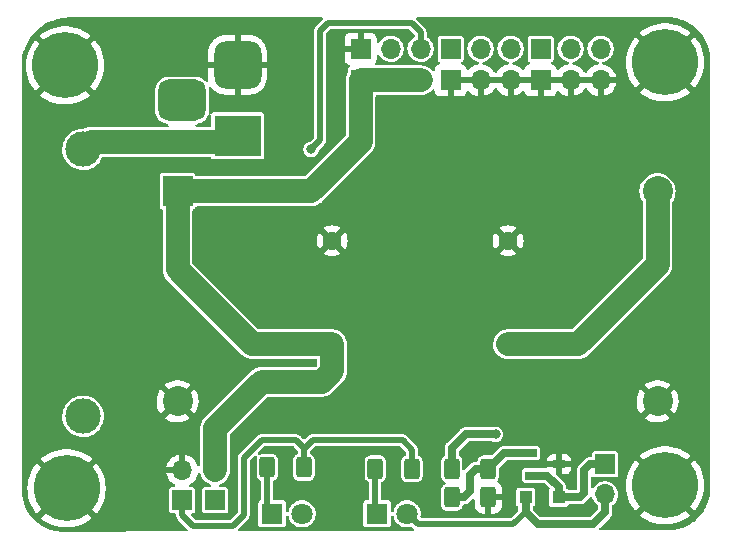
<source format=gtl>
G04 #@! TF.GenerationSoftware,KiCad,Pcbnew,(6.0.5)*
G04 #@! TF.CreationDate,2022-07-15T19:16:37+01:00*
G04 #@! TF.ProjectId,LED-RPi-PCB,4c45442d-5250-4692-9d50-43422e6b6963,rev?*
G04 #@! TF.SameCoordinates,Original*
G04 #@! TF.FileFunction,Copper,L1,Top*
G04 #@! TF.FilePolarity,Positive*
%FSLAX46Y46*%
G04 Gerber Fmt 4.6, Leading zero omitted, Abs format (unit mm)*
G04 Created by KiCad (PCBNEW (6.0.5)) date 2022-07-15 19:16:37*
%MOMM*%
%LPD*%
G01*
G04 APERTURE LIST*
G04 Aperture macros list*
%AMRoundRect*
0 Rectangle with rounded corners*
0 $1 Rounding radius*
0 $2 $3 $4 $5 $6 $7 $8 $9 X,Y pos of 4 corners*
0 Add a 4 corners polygon primitive as box body*
4,1,4,$2,$3,$4,$5,$6,$7,$8,$9,$2,$3,0*
0 Add four circle primitives for the rounded corners*
1,1,$1+$1,$2,$3*
1,1,$1+$1,$4,$5*
1,1,$1+$1,$6,$7*
1,1,$1+$1,$8,$9*
0 Add four rect primitives between the rounded corners*
20,1,$1+$1,$2,$3,$4,$5,0*
20,1,$1+$1,$4,$5,$6,$7,0*
20,1,$1+$1,$6,$7,$8,$9,0*
20,1,$1+$1,$8,$9,$2,$3,0*%
G04 Aperture macros list end*
G04 #@! TA.AperFunction,ComponentPad*
%ADD10R,1.800000X1.800000*%
G04 #@! TD*
G04 #@! TA.AperFunction,ComponentPad*
%ADD11C,1.800000*%
G04 #@! TD*
G04 #@! TA.AperFunction,ComponentPad*
%ADD12C,3.000000*%
G04 #@! TD*
G04 #@! TA.AperFunction,SMDPad,CuDef*
%ADD13R,1.000000X0.700000*%
G04 #@! TD*
G04 #@! TA.AperFunction,ComponentPad*
%ADD14R,2.540000X2.540000*%
G04 #@! TD*
G04 #@! TA.AperFunction,ComponentPad*
%ADD15C,2.540000*%
G04 #@! TD*
G04 #@! TA.AperFunction,ComponentPad*
%ADD16C,1.600000*%
G04 #@! TD*
G04 #@! TA.AperFunction,ComponentPad*
%ADD17RoundRect,0.875000X-1.125000X0.875000X-1.125000X-0.875000X1.125000X-0.875000X1.125000X0.875000X0*%
G04 #@! TD*
G04 #@! TA.AperFunction,ComponentPad*
%ADD18RoundRect,1.000000X-1.000000X1.000000X-1.000000X-1.000000X1.000000X-1.000000X1.000000X1.000000X0*%
G04 #@! TD*
G04 #@! TA.AperFunction,ComponentPad*
%ADD19R,4.000000X3.500000*%
G04 #@! TD*
G04 #@! TA.AperFunction,SMDPad,CuDef*
%ADD20RoundRect,0.250000X-0.400000X-0.625000X0.400000X-0.625000X0.400000X0.625000X-0.400000X0.625000X0*%
G04 #@! TD*
G04 #@! TA.AperFunction,SMDPad,CuDef*
%ADD21RoundRect,0.250000X0.400000X0.625000X-0.400000X0.625000X-0.400000X-0.625000X0.400000X-0.625000X0*%
G04 #@! TD*
G04 #@! TA.AperFunction,ComponentPad*
%ADD22O,1.700000X1.700000*%
G04 #@! TD*
G04 #@! TA.AperFunction,ComponentPad*
%ADD23R,1.700000X1.700000*%
G04 #@! TD*
G04 #@! TA.AperFunction,ComponentPad*
%ADD24C,5.600000*%
G04 #@! TD*
G04 #@! TA.AperFunction,SMDPad,CuDef*
%ADD25R,1.100000X1.100000*%
G04 #@! TD*
G04 #@! TA.AperFunction,ViaPad*
%ADD26C,0.800000*%
G04 #@! TD*
G04 #@! TA.AperFunction,Conductor*
%ADD27C,0.700000*%
G04 #@! TD*
G04 #@! TA.AperFunction,Conductor*
%ADD28C,0.500000*%
G04 #@! TD*
G04 #@! TA.AperFunction,Conductor*
%ADD29C,2.000000*%
G04 #@! TD*
G04 APERTURE END LIST*
D10*
G04 #@! TO.P,D2,1*
G04 #@! TO.N,Net-(D2-Pad1)*
X106299000Y-125222000D03*
D11*
G04 #@! TO.P,D2,2*
G04 #@! TO.N,+5V*
X108839000Y-125222000D03*
G04 #@! TD*
G04 #@! TO.P,D3,2*
G04 #@! TO.N,StatusLED+*
X99949000Y-125222000D03*
D10*
G04 #@! TO.P,D3,1*
G04 #@! TO.N,Net-(D3-Pad1)*
X97409000Y-125222000D03*
G04 #@! TD*
D12*
G04 #@! TO.P,F1,2*
G04 #@! TO.N,VDC*
X81407000Y-94367000D03*
G04 #@! TO.P,F1,1*
G04 #@! TO.N,Net-(F1-Pad1)*
X81407000Y-116967000D03*
G04 #@! TD*
D13*
G04 #@! TO.P,Q1,3*
G04 #@! TO.N,GND*
X121723000Y-121031000D03*
G04 #@! TO.P,Q1,2*
G04 #@! TO.N,/FAN_V-*
X119323000Y-121981000D03*
G04 #@! TO.P,Q1,1*
G04 #@! TO.N,Net-(Q1-Pad1)*
X119323000Y-120081000D03*
G04 #@! TD*
D14*
G04 #@! TO.P,U2,1*
G04 #@! TO.N,+12V*
X89408000Y-97917000D03*
D15*
G04 #@! TO.P,U2,2*
G04 #@! TO.N,GND*
X89408000Y-115697000D03*
G04 #@! TO.P,U2,4*
G04 #@! TO.N,+5V*
X130048000Y-97917000D03*
G04 #@! TO.P,U2,3*
G04 #@! TO.N,GND*
X130048000Y-115697000D03*
G04 #@! TD*
D16*
G04 #@! TO.P,U1,3*
G04 #@! TO.N,+5V*
X117389000Y-110858000D03*
G04 #@! TO.P,U1,1*
G04 #@! TO.N,+12V*
X102489000Y-110858000D03*
G04 #@! TO.P,U1,4*
G04 #@! TO.N,GND*
X117389000Y-102108000D03*
G04 #@! TO.P,U1,2*
X102489000Y-102108000D03*
G04 #@! TD*
D17*
G04 #@! TO.P,J7,3*
G04 #@! TO.N,N/C*
X89788000Y-90218000D03*
D18*
G04 #@! TO.P,J7,2*
G04 #@! TO.N,GND*
X94488000Y-87218000D03*
D19*
G04 #@! TO.P,J7,1*
G04 #@! TO.N,VDC*
X94488000Y-93218000D03*
G04 #@! TD*
D20*
G04 #@! TO.P,R4,2*
G04 #@! TO.N,Net-(JP2-Pad1)*
X100102000Y-121285000D03*
G04 #@! TO.P,R4,1*
G04 #@! TO.N,Net-(D3-Pad1)*
X97002000Y-121285000D03*
G04 #@! TD*
G04 #@! TO.P,R3,2*
G04 #@! TO.N,Net-(JP2-Pad1)*
X109246000Y-121412000D03*
G04 #@! TO.P,R3,1*
G04 #@! TO.N,Net-(D2-Pad1)*
X106146000Y-121412000D03*
G04 #@! TD*
G04 #@! TO.P,R2,2*
G04 #@! TO.N,GND*
X115723000Y-123825000D03*
G04 #@! TO.P,R2,1*
G04 #@! TO.N,Net-(Q1-Pad1)*
X112623000Y-123825000D03*
G04 #@! TD*
D21*
G04 #@! TO.P,R1,2*
G04 #@! TO.N,PWM*
X112623000Y-121412000D03*
G04 #@! TO.P,R1,1*
G04 #@! TO.N,Net-(Q1-Pad1)*
X115723000Y-121412000D03*
G04 #@! TD*
D22*
G04 #@! TO.P,JP2,2*
G04 #@! TO.N,GND*
X89789000Y-121539000D03*
D23*
G04 #@! TO.P,JP2,1*
G04 #@! TO.N,Net-(JP2-Pad1)*
X89789000Y-124079000D03*
G04 #@! TD*
D22*
G04 #@! TO.P,JP1,2*
G04 #@! TO.N,+12V*
X92583000Y-121539000D03*
D23*
G04 #@! TO.P,JP1,1*
G04 #@! TO.N,Net-(F1-Pad1)*
X92583000Y-124079000D03*
G04 #@! TD*
D22*
G04 #@! TO.P,J8,3*
G04 #@! TO.N,GND*
X125222000Y-88519000D03*
G04 #@! TO.P,J8,2*
X122682000Y-88519000D03*
D23*
G04 #@! TO.P,J8,1*
X120142000Y-88519000D03*
G04 #@! TD*
D22*
G04 #@! TO.P,J6,3*
G04 #@! TO.N,+3V3*
X125222000Y-85852000D03*
G04 #@! TO.P,J6,2*
X122682000Y-85852000D03*
D23*
G04 #@! TO.P,J6,1*
X120142000Y-85852000D03*
G04 #@! TD*
D22*
G04 #@! TO.P,J5,3*
G04 #@! TO.N,+5V*
X117602000Y-85852000D03*
G04 #@! TO.P,J5,2*
X115062000Y-85852000D03*
D23*
G04 #@! TO.P,J5,1*
X112522000Y-85852000D03*
G04 #@! TD*
G04 #@! TO.P,J4,1*
G04 #@! TO.N,+12V*
X104902000Y-88519000D03*
D22*
G04 #@! TO.P,J4,2*
X107442000Y-88519000D03*
G04 #@! TO.P,J4,3*
X109982000Y-88519000D03*
G04 #@! TD*
G04 #@! TO.P,J3,3*
G04 #@! TO.N,GND*
X117602000Y-88519000D03*
G04 #@! TO.P,J3,2*
X115062000Y-88519000D03*
D23*
G04 #@! TO.P,J3,1*
X112522000Y-88519000D03*
G04 #@! TD*
D22*
G04 #@! TO.P,J2,3*
G04 #@! TO.N,StatusLED+*
X109982000Y-85852000D03*
G04 #@! TO.P,J2,2*
G04 #@! TO.N,PWM*
X107442000Y-85852000D03*
D23*
G04 #@! TO.P,J2,1*
G04 #@! TO.N,GND*
X104902000Y-85852000D03*
G04 #@! TD*
D22*
G04 #@! TO.P,J1,2*
G04 #@! TO.N,+5V*
X125603000Y-123571000D03*
D23*
G04 #@! TO.P,J1,1*
G04 #@! TO.N,/FAN_V-*
X125603000Y-121031000D03*
G04 #@! TD*
D24*
G04 #@! TO.P,H4,1*
G04 #@! TO.N,GND*
X80010000Y-123063000D03*
G04 #@! TD*
G04 #@! TO.P,H3,1*
G04 #@! TO.N,GND*
X130683000Y-122809000D03*
G04 #@! TD*
G04 #@! TO.P,H2,1*
G04 #@! TO.N,GND*
X79883000Y-87249000D03*
G04 #@! TD*
G04 #@! TO.P,H1,1*
G04 #@! TO.N,GND*
X130683000Y-86995000D03*
G04 #@! TD*
D25*
G04 #@! TO.P,D1,2*
G04 #@! TO.N,/FAN_V-*
X121669000Y-123825000D03*
G04 #@! TO.P,D1,1*
G04 #@! TO.N,+5V*
X118869000Y-123825000D03*
G04 #@! TD*
D26*
G04 #@! TO.N,GND*
X107315000Y-93091000D03*
X111887000Y-93091000D03*
X121031000Y-93091000D03*
X116459000Y-93091000D03*
X114173000Y-93091000D03*
X123317000Y-93091000D03*
X118745000Y-93091000D03*
X109601000Y-93091000D03*
X121031000Y-94996000D03*
X107315000Y-94996000D03*
X114173000Y-94996000D03*
X118745000Y-94996000D03*
X111887000Y-94996000D03*
X123317000Y-94996000D03*
X109601000Y-94996000D03*
X116459000Y-94996000D03*
X82931000Y-98425000D03*
X82931000Y-100795666D03*
X82931000Y-105536998D03*
X82931000Y-103166332D03*
X82931000Y-107907664D03*
X82931000Y-110278330D03*
X82931000Y-112649000D03*
X84963000Y-98425000D03*
X84963000Y-100795666D03*
X84963000Y-105536998D03*
X84963000Y-103166332D03*
X84963000Y-107907664D03*
X84963000Y-110278330D03*
X84963000Y-112649000D03*
X78740000Y-98425000D03*
X78740000Y-100795666D03*
X78740000Y-105536998D03*
X78740000Y-103166332D03*
X78740000Y-107907664D03*
X78740000Y-110278330D03*
X78740000Y-112649000D03*
G04 #@! TO.N,StatusLED+*
X100711000Y-94361000D03*
G04 #@! TO.N,GND*
X81026000Y-98425000D03*
X81026000Y-100795666D03*
X81026000Y-103166332D03*
X81026000Y-105536998D03*
X81026000Y-107907664D03*
X81026000Y-110278330D03*
X81026000Y-112649000D03*
X105664000Y-101981000D03*
X108458000Y-101981000D03*
X111125000Y-101981000D03*
X114300000Y-101981000D03*
X105664000Y-104648000D03*
X108458000Y-104648000D03*
X111125000Y-104648000D03*
X114300000Y-104648000D03*
X114300000Y-107188000D03*
X111125000Y-107188000D03*
X108458000Y-107188000D03*
X105664000Y-107188000D03*
X105664000Y-109601000D03*
X108458000Y-109601000D03*
X111125000Y-109601000D03*
X114300000Y-109601000D03*
X105664000Y-111887000D03*
X108458000Y-111887000D03*
X111125000Y-111887000D03*
X105664000Y-114427000D03*
X108458000Y-114427000D03*
X105664000Y-117221000D03*
X108458000Y-117221000D03*
X105664000Y-99695000D03*
X108458000Y-99695000D03*
X111125000Y-99695000D03*
X114300000Y-99695000D03*
X107315000Y-91313000D03*
X109601000Y-91313000D03*
X114173000Y-91313000D03*
X118745000Y-91313000D03*
X121031000Y-91313000D03*
X123317000Y-91313000D03*
X116459000Y-91313000D03*
X111887000Y-91313000D03*
G04 #@! TO.N,PWM*
X116332000Y-118491000D03*
G04 #@! TD*
D27*
G04 #@! TO.N,/FAN_V-*
X123825000Y-121539000D02*
X124333000Y-121031000D01*
X123444000Y-123825000D02*
X123825000Y-123444000D01*
X124333000Y-121031000D02*
X125603000Y-121031000D01*
X121669000Y-123825000D02*
X123444000Y-123825000D01*
X123825000Y-123444000D02*
X123825000Y-121539000D01*
D28*
X121669000Y-123320000D02*
X121669000Y-123825000D01*
D27*
X121669000Y-122939000D02*
X121669000Y-123320000D01*
X120711000Y-121981000D02*
X121669000Y-122939000D01*
X119323000Y-121981000D02*
X120711000Y-121981000D01*
D29*
G04 #@! TO.N,+5V*
X130048000Y-97917000D02*
X130048000Y-104140000D01*
X123330000Y-110858000D02*
X117389000Y-110858000D01*
X130048000Y-104140000D02*
X123330000Y-110858000D01*
D27*
X125603000Y-125095000D02*
X125603000Y-123571000D01*
X124587000Y-126111000D02*
X125603000Y-125095000D01*
X118869000Y-125092000D02*
X119888000Y-126111000D01*
X118869000Y-123701000D02*
X118869000Y-125092000D01*
X119888000Y-126111000D02*
X124587000Y-126111000D01*
D28*
X117850000Y-126111000D02*
X118869000Y-125092000D01*
X109728000Y-126111000D02*
X117850000Y-126111000D01*
X108839000Y-125222000D02*
X109728000Y-126111000D01*
G04 #@! TO.N,Net-(D2-Pad1)*
X106146000Y-125069000D02*
X106146000Y-121412000D01*
X106299000Y-125222000D02*
X106146000Y-125069000D01*
G04 #@! TO.N,StatusLED+*
X101473000Y-93599000D02*
X100711000Y-94361000D01*
X101473000Y-84328000D02*
X101473000Y-93599000D01*
X102108000Y-83693000D02*
X101473000Y-84328000D01*
X109220000Y-83693000D02*
X102108000Y-83693000D01*
X109982000Y-84455000D02*
X109220000Y-83693000D01*
X109982000Y-85852000D02*
X109982000Y-84455000D01*
G04 #@! TO.N,Net-(D3-Pad1)*
X97002000Y-124815000D02*
X97002000Y-121285000D01*
X97409000Y-125222000D02*
X97002000Y-124815000D01*
G04 #@! TO.N,VDC*
X82556000Y-93218000D02*
X81407000Y-94367000D01*
D29*
X82048000Y-93726000D02*
X81407000Y-94367000D01*
X93980000Y-93726000D02*
X82048000Y-93726000D01*
X94488000Y-93218000D02*
X93980000Y-93726000D01*
G04 #@! TO.N,+12V*
X89408000Y-97917000D02*
X89408000Y-104521000D01*
X95745000Y-110858000D02*
X102489000Y-110858000D01*
X89408000Y-104521000D02*
X95745000Y-110858000D01*
X89408000Y-97917000D02*
X100711000Y-97917000D01*
X104902000Y-93726000D02*
X104902000Y-88519000D01*
X100711000Y-97917000D02*
X104902000Y-93726000D01*
X107442000Y-88519000D02*
X104902000Y-88519000D01*
X109982000Y-88519000D02*
X107442000Y-88519000D01*
X92583000Y-121539000D02*
X92583000Y-117983000D01*
X92583000Y-117983000D02*
X96520000Y-114046000D01*
X96520000Y-114046000D02*
X101600000Y-114046000D01*
X102489000Y-113157000D02*
X102489000Y-110858000D01*
X101600000Y-114046000D02*
X102489000Y-113157000D01*
D27*
G04 #@! TO.N,PWM*
X112623000Y-121412000D02*
X112623000Y-119660000D01*
X113792000Y-118491000D02*
X116332000Y-118491000D01*
X112623000Y-119660000D02*
X113792000Y-118491000D01*
D28*
G04 #@! TO.N,Net-(JP2-Pad1)*
X100102000Y-121285000D02*
X100102000Y-120243000D01*
X109246000Y-119787000D02*
X109246000Y-121412000D01*
X108458000Y-118999000D02*
X109246000Y-119787000D01*
X100838000Y-118999000D02*
X108458000Y-118999000D01*
X100102000Y-119735000D02*
X100838000Y-118999000D01*
X100102000Y-120243000D02*
X100102000Y-119735000D01*
X94996000Y-120523000D02*
X96520000Y-118999000D01*
X99441000Y-118999000D02*
X100102000Y-119660000D01*
X94996000Y-125349000D02*
X94996000Y-120523000D01*
X100102000Y-119660000D02*
X100102000Y-120243000D01*
X94107000Y-126238000D02*
X94996000Y-125349000D01*
X90678000Y-126238000D02*
X94107000Y-126238000D01*
X89789000Y-125349000D02*
X90678000Y-126238000D01*
X96520000Y-118999000D02*
X99441000Y-118999000D01*
X89789000Y-124079000D02*
X89789000Y-125349000D01*
G04 #@! TO.N,Net-(Q1-Pad1)*
X115824000Y-121311000D02*
X115723000Y-121412000D01*
D27*
X117054000Y-120081000D02*
X119023000Y-120081000D01*
X115723000Y-121412000D02*
X117054000Y-120081000D01*
X114681000Y-121412000D02*
X115723000Y-121412000D01*
X114173000Y-121920000D02*
X114681000Y-121412000D01*
X114173000Y-123317000D02*
X114173000Y-121920000D01*
X113665000Y-123825000D02*
X114173000Y-123317000D01*
X112623000Y-123825000D02*
X113665000Y-123825000D01*
G04 #@! TD*
G04 #@! TA.AperFunction,Conductor*
G04 #@! TO.N,GND*
G36*
X101665960Y-83205502D02*
G01*
X101712453Y-83259158D01*
X101722557Y-83329432D01*
X101693063Y-83394012D01*
X101686934Y-83400595D01*
X101166206Y-83921323D01*
X101156766Y-83928865D01*
X101157089Y-83929245D01*
X101150253Y-83935063D01*
X101142661Y-83939853D01*
X101136719Y-83946581D01*
X101107329Y-83979859D01*
X101101983Y-83985546D01*
X101090649Y-83996880D01*
X101087964Y-84000463D01*
X101087962Y-84000465D01*
X101084447Y-84005155D01*
X101078062Y-84012998D01*
X101046999Y-84048170D01*
X101043186Y-84056292D01*
X101041346Y-84059093D01*
X101032937Y-84073088D01*
X101031315Y-84076051D01*
X101025930Y-84083236D01*
X101022777Y-84091646D01*
X101022776Y-84091648D01*
X101009454Y-84127182D01*
X101005530Y-84136495D01*
X100985583Y-84178982D01*
X100984201Y-84187856D01*
X100983215Y-84191083D01*
X100979075Y-84206866D01*
X100978354Y-84210144D01*
X100975202Y-84218552D01*
X100974537Y-84227503D01*
X100971724Y-84265357D01*
X100970570Y-84275404D01*
X100968500Y-84288697D01*
X100968500Y-84304062D01*
X100968154Y-84313399D01*
X100964493Y-84362667D01*
X100966366Y-84371442D01*
X100966959Y-84380138D01*
X100968500Y-84394738D01*
X100968500Y-93337839D01*
X100948498Y-93405960D01*
X100931595Y-93426934D01*
X100683044Y-93675485D01*
X100623363Y-93708909D01*
X100611458Y-93711767D01*
X100488563Y-93741271D01*
X100488560Y-93741272D01*
X100481184Y-93743043D01*
X100340414Y-93815700D01*
X100221039Y-93919838D01*
X100129950Y-94049444D01*
X100072406Y-94197037D01*
X100071414Y-94204570D01*
X100071414Y-94204571D01*
X100058511Y-94302583D01*
X100051729Y-94354096D01*
X100069113Y-94511553D01*
X100071723Y-94518684D01*
X100071723Y-94518686D01*
X100120936Y-94653167D01*
X100123553Y-94660319D01*
X100211908Y-94791805D01*
X100217527Y-94796918D01*
X100217528Y-94796919D01*
X100228903Y-94807269D01*
X100329076Y-94898419D01*
X100468293Y-94974008D01*
X100621522Y-95014207D01*
X100705477Y-95015526D01*
X100772319Y-95016576D01*
X100772322Y-95016576D01*
X100779916Y-95016695D01*
X100934332Y-94981329D01*
X101004742Y-94945917D01*
X101069072Y-94913563D01*
X101069075Y-94913561D01*
X101075855Y-94910151D01*
X101081626Y-94905222D01*
X101081629Y-94905220D01*
X101190536Y-94812204D01*
X101190536Y-94812203D01*
X101196314Y-94807269D01*
X101288755Y-94678624D01*
X101347842Y-94531641D01*
X101357518Y-94463647D01*
X101386918Y-94399025D01*
X101393166Y-94392305D01*
X101779794Y-94005677D01*
X101789234Y-93998135D01*
X101788911Y-93997755D01*
X101795747Y-93991937D01*
X101803339Y-93987147D01*
X101838672Y-93947140D01*
X101844017Y-93941454D01*
X101855351Y-93930120D01*
X101858038Y-93926534D01*
X101858043Y-93926529D01*
X101861557Y-93921841D01*
X101867938Y-93914003D01*
X101893058Y-93885559D01*
X101899001Y-93878830D01*
X101902816Y-93870705D01*
X101904669Y-93867884D01*
X101913077Y-93853888D01*
X101914686Y-93850950D01*
X101920071Y-93843764D01*
X101928722Y-93820689D01*
X101936544Y-93799822D01*
X101940471Y-93790501D01*
X101956602Y-93756144D01*
X101956602Y-93756143D01*
X101960417Y-93748018D01*
X101961798Y-93739147D01*
X101962783Y-93735925D01*
X101966923Y-93720142D01*
X101967645Y-93716858D01*
X101970798Y-93708448D01*
X101974276Y-93661643D01*
X101975430Y-93651595D01*
X101976751Y-93643114D01*
X101976751Y-93643113D01*
X101977500Y-93638303D01*
X101977500Y-93622934D01*
X101977847Y-93613596D01*
X101980843Y-93573284D01*
X101980843Y-93573283D01*
X101981508Y-93564333D01*
X101979635Y-93555558D01*
X101979043Y-93546874D01*
X101977500Y-93532258D01*
X101977500Y-85579885D01*
X103544000Y-85579885D01*
X103548475Y-85595124D01*
X103549865Y-85596329D01*
X103557548Y-85598000D01*
X104629885Y-85598000D01*
X104645124Y-85593525D01*
X104646329Y-85592135D01*
X104648000Y-85584452D01*
X104648000Y-84512116D01*
X104643525Y-84496877D01*
X104642135Y-84495672D01*
X104634452Y-84494001D01*
X104007331Y-84494001D01*
X104000510Y-84494371D01*
X103949648Y-84499895D01*
X103934396Y-84503521D01*
X103813946Y-84548676D01*
X103798351Y-84557214D01*
X103696276Y-84633715D01*
X103683715Y-84646276D01*
X103607214Y-84748351D01*
X103598676Y-84763946D01*
X103553522Y-84884394D01*
X103549895Y-84899649D01*
X103544369Y-84950514D01*
X103544000Y-84957328D01*
X103544000Y-85579885D01*
X101977500Y-85579885D01*
X101977500Y-84589162D01*
X101997502Y-84521041D01*
X102014404Y-84500067D01*
X102280065Y-84234405D01*
X102342378Y-84200380D01*
X102369161Y-84197500D01*
X108958839Y-84197500D01*
X109026960Y-84217502D01*
X109047934Y-84234405D01*
X109440595Y-84627066D01*
X109474621Y-84689378D01*
X109477500Y-84716161D01*
X109477500Y-84795214D01*
X109457498Y-84863335D01*
X109415923Y-84903499D01*
X109334978Y-84951656D01*
X109334977Y-84951657D01*
X109330010Y-84954612D01*
X109325670Y-84958418D01*
X109325666Y-84958421D01*
X109181733Y-85084648D01*
X109177392Y-85088455D01*
X109173817Y-85092990D01*
X109173816Y-85092991D01*
X109161512Y-85108599D01*
X109051720Y-85247869D01*
X109049031Y-85252980D01*
X109049029Y-85252983D01*
X109037507Y-85274883D01*
X108957203Y-85427515D01*
X108948828Y-85454487D01*
X108900982Y-85608578D01*
X108897007Y-85621378D01*
X108873148Y-85822964D01*
X108886424Y-86025522D01*
X108887845Y-86031118D01*
X108887846Y-86031123D01*
X108918501Y-86151823D01*
X108936392Y-86222269D01*
X108938809Y-86227512D01*
X108976010Y-86308208D01*
X109021377Y-86406616D01*
X109024710Y-86411332D01*
X109103660Y-86523044D01*
X109138533Y-86572389D01*
X109283938Y-86714035D01*
X109288742Y-86717245D01*
X109342980Y-86753486D01*
X109452720Y-86826812D01*
X109458023Y-86829090D01*
X109458026Y-86829092D01*
X109605327Y-86892377D01*
X109639228Y-86906942D01*
X109712244Y-86923464D01*
X109831579Y-86950467D01*
X109831584Y-86950468D01*
X109837216Y-86951742D01*
X109842987Y-86951969D01*
X109842989Y-86951969D01*
X109902756Y-86954317D01*
X110040053Y-86959712D01*
X110140499Y-86945148D01*
X110235231Y-86931413D01*
X110235236Y-86931412D01*
X110240945Y-86930584D01*
X110246409Y-86928729D01*
X110246414Y-86928728D01*
X110427693Y-86867192D01*
X110427698Y-86867190D01*
X110433165Y-86865334D01*
X110460366Y-86850101D01*
X110514822Y-86819604D01*
X110610276Y-86766147D01*
X110625495Y-86753490D01*
X110761913Y-86640031D01*
X110766345Y-86636345D01*
X110873008Y-86508098D01*
X110892453Y-86484718D01*
X110892455Y-86484715D01*
X110896147Y-86480276D01*
X110995334Y-86303165D01*
X110997190Y-86297698D01*
X110997192Y-86297693D01*
X111058728Y-86116414D01*
X111058729Y-86116409D01*
X111060584Y-86110945D01*
X111061412Y-86105236D01*
X111061413Y-86105231D01*
X111086071Y-85935163D01*
X111089712Y-85910053D01*
X111091232Y-85852000D01*
X111079797Y-85727551D01*
X111073187Y-85655613D01*
X111073186Y-85655610D01*
X111072658Y-85649859D01*
X111071090Y-85644299D01*
X111019125Y-85460046D01*
X111019124Y-85460044D01*
X111017557Y-85454487D01*
X111011926Y-85443067D01*
X110930331Y-85277609D01*
X110927776Y-85272428D01*
X110922468Y-85265319D01*
X110885800Y-85216215D01*
X110806320Y-85109779D01*
X110657258Y-84971987D01*
X110652375Y-84968906D01*
X110652371Y-84968903D01*
X110545265Y-84901325D01*
X110498326Y-84848058D01*
X110486500Y-84794763D01*
X110486500Y-84525630D01*
X110487842Y-84513622D01*
X110487346Y-84513582D01*
X110488066Y-84504631D01*
X110490047Y-84495877D01*
X110489177Y-84481862D01*
X128532950Y-84481862D01*
X128532986Y-84482704D01*
X128538037Y-84490826D01*
X130670190Y-86622980D01*
X130684131Y-86630592D01*
X130685966Y-86630461D01*
X130692580Y-86626210D01*
X132825798Y-84492991D01*
X132833412Y-84479047D01*
X132833344Y-84478089D01*
X132828836Y-84471272D01*
X132827418Y-84470065D01*
X132547813Y-84257064D01*
X132542187Y-84253240D01*
X132241214Y-84071681D01*
X132235202Y-84068484D01*
X131916370Y-83920487D01*
X131910070Y-83917967D01*
X131577129Y-83805273D01*
X131570551Y-83803437D01*
X131227417Y-83727367D01*
X131220678Y-83726251D01*
X130871310Y-83687680D01*
X130864529Y-83687301D01*
X130513015Y-83686687D01*
X130506242Y-83687042D01*
X130156720Y-83724395D01*
X130150010Y-83725482D01*
X129806586Y-83800361D01*
X129800011Y-83802172D01*
X129466683Y-83913702D01*
X129460361Y-83916205D01*
X129141034Y-84063079D01*
X129134991Y-84066265D01*
X128833401Y-84246763D01*
X128827755Y-84250571D01*
X128547408Y-84462596D01*
X128542211Y-84466987D01*
X128540972Y-84468155D01*
X128532950Y-84481862D01*
X110489177Y-84481862D01*
X110486742Y-84442607D01*
X110486500Y-84434805D01*
X110486500Y-84418774D01*
X110485035Y-84408541D01*
X110484004Y-84398481D01*
X110481654Y-84360601D01*
X110481654Y-84360600D01*
X110481098Y-84351642D01*
X110478050Y-84343199D01*
X110477371Y-84339920D01*
X110473416Y-84324055D01*
X110472473Y-84320831D01*
X110471201Y-84311948D01*
X110467487Y-84303779D01*
X110467485Y-84303773D01*
X110451775Y-84269221D01*
X110447961Y-84259852D01*
X110445574Y-84253240D01*
X110432028Y-84215716D01*
X110426731Y-84208466D01*
X110425154Y-84205499D01*
X110416907Y-84191386D01*
X110415102Y-84188563D01*
X110411388Y-84180395D01*
X110380753Y-84144842D01*
X110374475Y-84136936D01*
X110366527Y-84126056D01*
X110355665Y-84115194D01*
X110349307Y-84108347D01*
X110322915Y-84077718D01*
X110317056Y-84070918D01*
X110309521Y-84066034D01*
X110302949Y-84060301D01*
X110291545Y-84051074D01*
X109641066Y-83400595D01*
X109607040Y-83338283D01*
X109612105Y-83267468D01*
X109654652Y-83210632D01*
X109721172Y-83185821D01*
X109730161Y-83185500D01*
X130778918Y-83185500D01*
X130799369Y-83187171D01*
X130806400Y-83188328D01*
X130806402Y-83188328D01*
X130818647Y-83190342D01*
X130830731Y-83187517D01*
X130843135Y-83187103D01*
X130854143Y-83185921D01*
X131161378Y-83190765D01*
X131173704Y-83191566D01*
X131508287Y-83229854D01*
X131520474Y-83231859D01*
X131761130Y-83283686D01*
X131849681Y-83302756D01*
X131861626Y-83305949D01*
X132156798Y-83400595D01*
X132182296Y-83408771D01*
X132193870Y-83413119D01*
X132502915Y-83546877D01*
X132513989Y-83552329D01*
X132620619Y-83611504D01*
X132808456Y-83715746D01*
X132818947Y-83722261D01*
X133095985Y-83913758D01*
X133105770Y-83921258D01*
X133296915Y-84083236D01*
X133362686Y-84138971D01*
X133371716Y-84147418D01*
X133449315Y-84227503D01*
X133571613Y-84353719D01*
X133606055Y-84389265D01*
X133614212Y-84398556D01*
X133811058Y-84646276D01*
X133823708Y-84662196D01*
X133830916Y-84672241D01*
X133864040Y-84723548D01*
X134013565Y-84955152D01*
X134019754Y-84965856D01*
X134031306Y-84988312D01*
X134173806Y-85265331D01*
X134178898Y-85276551D01*
X134302862Y-85589701D01*
X134306833Y-85601377D01*
X134399497Y-85925143D01*
X134402308Y-85937163D01*
X134455318Y-86227512D01*
X134462792Y-86268450D01*
X134464413Y-86280706D01*
X134488504Y-86572389D01*
X134489705Y-86586933D01*
X134489258Y-86598010D01*
X134489671Y-86610404D01*
X134487658Y-86622645D01*
X134490482Y-86634724D01*
X134490748Y-86642706D01*
X134492500Y-86657890D01*
X134492499Y-122904917D01*
X134490828Y-122925368D01*
X134489805Y-122931589D01*
X134487657Y-122944646D01*
X134490482Y-122956730D01*
X134490896Y-122969134D01*
X134492078Y-122980142D01*
X134487727Y-123256123D01*
X134487234Y-123287370D01*
X134486433Y-123299703D01*
X134448146Y-123634279D01*
X134446139Y-123646480D01*
X134375243Y-123975680D01*
X134372050Y-123987625D01*
X134308790Y-124184912D01*
X134274818Y-124290863D01*
X134269228Y-124308295D01*
X134264879Y-124319870D01*
X134131126Y-124628905D01*
X134125664Y-124639999D01*
X133962257Y-124934449D01*
X133955734Y-124944953D01*
X133764252Y-125221970D01*
X133756730Y-125231784D01*
X133539028Y-125488686D01*
X133530581Y-125497716D01*
X133328432Y-125693589D01*
X133288734Y-125732054D01*
X133279443Y-125740211D01*
X133105141Y-125878717D01*
X133015807Y-125949704D01*
X133005760Y-125956913D01*
X132722838Y-126139570D01*
X132712136Y-126145758D01*
X132412672Y-126299804D01*
X132401428Y-126304905D01*
X132088316Y-126428854D01*
X132076622Y-126432832D01*
X131752856Y-126525496D01*
X131740836Y-126528307D01*
X131409546Y-126588791D01*
X131397293Y-126590412D01*
X131091064Y-126615704D01*
X131079989Y-126615257D01*
X131067596Y-126615670D01*
X131055354Y-126613657D01*
X131043271Y-126616482D01*
X131036157Y-126616719D01*
X131019960Y-126618608D01*
X125224405Y-126632989D01*
X125156235Y-126613156D01*
X125109610Y-126559616D01*
X125099331Y-126489367D01*
X125128664Y-126424713D01*
X125134998Y-126417894D01*
X125996591Y-125556301D01*
X126008982Y-125545434D01*
X126027581Y-125531163D01*
X126027584Y-125531160D01*
X126034134Y-125526134D01*
X126051410Y-125503621D01*
X126059815Y-125492667D01*
X126069374Y-125480208D01*
X126069381Y-125480203D01*
X126069379Y-125480202D01*
X126126004Y-125406408D01*
X126131030Y-125399858D01*
X126135254Y-125389662D01*
X126161879Y-125325381D01*
X128532160Y-125325381D01*
X128532237Y-125326470D01*
X128534698Y-125330206D01*
X128808632Y-125540404D01*
X128814262Y-125544259D01*
X129114591Y-125726862D01*
X129120593Y-125730080D01*
X129438897Y-125879184D01*
X129445202Y-125881732D01*
X129777743Y-125995587D01*
X129784313Y-125997446D01*
X130127183Y-126074714D01*
X130133912Y-126075853D01*
X130483143Y-126115643D01*
X130489933Y-126116046D01*
X130841419Y-126117886D01*
X130848220Y-126117554D01*
X131197853Y-126081423D01*
X131204581Y-126080357D01*
X131548274Y-126006676D01*
X131554822Y-126004897D01*
X131888549Y-125894527D01*
X131894891Y-125892041D01*
X132214718Y-125746288D01*
X132220777Y-125743121D01*
X132522995Y-125563676D01*
X132528659Y-125559884D01*
X132809732Y-125348849D01*
X132814958Y-125344464D01*
X132824613Y-125335428D01*
X132832682Y-125321750D01*
X132832654Y-125321024D01*
X132827512Y-125312723D01*
X130695810Y-123181020D01*
X130681869Y-123173408D01*
X130680034Y-123173539D01*
X130673420Y-123177790D01*
X128539774Y-125311437D01*
X128532160Y-125325381D01*
X126161879Y-125325381D01*
X126179566Y-125282681D01*
X126188781Y-125260434D01*
X126191941Y-125252806D01*
X126199156Y-125198005D01*
X126211638Y-125103188D01*
X126212716Y-125095000D01*
X126208578Y-125063567D01*
X126207500Y-125047122D01*
X126207500Y-124564011D01*
X126227502Y-124495890D01*
X126252931Y-124467137D01*
X126382908Y-124359036D01*
X126382913Y-124359031D01*
X126387345Y-124355345D01*
X126440973Y-124290865D01*
X126513453Y-124203718D01*
X126513455Y-124203715D01*
X126517147Y-124199276D01*
X126586692Y-124075094D01*
X126613510Y-124027208D01*
X126613511Y-124027206D01*
X126616334Y-124022165D01*
X126618190Y-124016698D01*
X126618192Y-124016693D01*
X126679728Y-123835414D01*
X126679729Y-123835409D01*
X126681584Y-123829945D01*
X126682412Y-123824236D01*
X126682413Y-123824231D01*
X126708185Y-123646480D01*
X126710712Y-123629053D01*
X126712232Y-123571000D01*
X126693658Y-123368859D01*
X126686666Y-123344066D01*
X126640125Y-123179046D01*
X126640124Y-123179044D01*
X126638557Y-123173487D01*
X126634560Y-123165380D01*
X126551331Y-122996609D01*
X126548776Y-122991428D01*
X126427320Y-122828779D01*
X126397087Y-122800832D01*
X127370333Y-122800832D01*
X127388117Y-123151893D01*
X127388827Y-123158649D01*
X127444420Y-123505723D01*
X127445859Y-123512378D01*
X127538608Y-123851410D01*
X127540757Y-123857871D01*
X127669581Y-124184912D01*
X127672412Y-124191095D01*
X127835803Y-124502310D01*
X127839286Y-124508152D01*
X128035330Y-124799896D01*
X128039433Y-124805340D01*
X128159425Y-124947836D01*
X128172164Y-124956279D01*
X128182608Y-124950181D01*
X130310980Y-122821810D01*
X130317357Y-122810131D01*
X131047408Y-122810131D01*
X131047539Y-122811966D01*
X131051790Y-122818580D01*
X133182009Y-124948798D01*
X133195605Y-124956223D01*
X133205218Y-124949522D01*
X133305518Y-124832912D01*
X133309676Y-124827514D01*
X133508762Y-124537840D01*
X133512310Y-124532029D01*
X133678942Y-124222559D01*
X133681849Y-124216381D01*
X133814090Y-123890713D01*
X133816304Y-123884283D01*
X133912598Y-123546237D01*
X133914105Y-123539607D01*
X133973332Y-123193118D01*
X133974112Y-123186378D01*
X133995668Y-122833925D01*
X133995784Y-122830323D01*
X133995853Y-122810819D01*
X133995761Y-122807194D01*
X133976666Y-122454615D01*
X133975931Y-122447849D01*
X133919130Y-122100985D01*
X133917663Y-122094313D01*
X133823736Y-121755627D01*
X133821562Y-121749163D01*
X133691598Y-121422578D01*
X133688742Y-121416398D01*
X133524269Y-121105763D01*
X133520769Y-121099937D01*
X133323697Y-120808862D01*
X133319590Y-120803453D01*
X133206565Y-120670179D01*
X133193740Y-120661743D01*
X133183416Y-120667795D01*
X131055020Y-122796190D01*
X131047408Y-122810131D01*
X130317357Y-122810131D01*
X130318592Y-122807869D01*
X130318461Y-122806034D01*
X130314210Y-122799420D01*
X128183992Y-120669203D01*
X128170455Y-120661811D01*
X128160753Y-120668599D01*
X128053430Y-120794257D01*
X128049296Y-120799664D01*
X127851215Y-121090041D01*
X127847697Y-121095851D01*
X127682134Y-121405922D01*
X127679259Y-121412087D01*
X127548155Y-121738218D01*
X127545962Y-121744658D01*
X127450846Y-122083044D01*
X127449363Y-122089679D01*
X127391350Y-122436354D01*
X127390591Y-122443126D01*
X127370357Y-122794037D01*
X127370333Y-122800832D01*
X126397087Y-122800832D01*
X126295001Y-122706464D01*
X126282503Y-122694911D01*
X126278258Y-122690987D01*
X126273375Y-122687906D01*
X126273371Y-122687903D01*
X126111464Y-122585748D01*
X126106581Y-122582667D01*
X125918039Y-122507446D01*
X125912379Y-122506320D01*
X125912375Y-122506319D01*
X125724613Y-122468971D01*
X125724610Y-122468971D01*
X125718946Y-122467844D01*
X125713171Y-122467768D01*
X125713167Y-122467768D01*
X125611793Y-122466441D01*
X125515971Y-122465187D01*
X125510274Y-122466166D01*
X125510273Y-122466166D01*
X125382032Y-122488202D01*
X125315910Y-122499564D01*
X125125463Y-122569824D01*
X124951010Y-122673612D01*
X124946670Y-122677418D01*
X124946666Y-122677421D01*
X124811237Y-122796190D01*
X124798392Y-122807455D01*
X124672720Y-122966869D01*
X124668705Y-122974501D01*
X124667009Y-122977724D01*
X124617590Y-123028698D01*
X124548458Y-123044861D01*
X124481561Y-123021083D01*
X124438140Y-122964913D01*
X124429500Y-122919058D01*
X124429500Y-122206658D01*
X124449502Y-122138537D01*
X124503158Y-122092044D01*
X124573432Y-122081940D01*
X124625500Y-122101892D01*
X124653699Y-122120734D01*
X124727933Y-122135500D01*
X125602858Y-122135500D01*
X126478066Y-122135499D01*
X126513818Y-122128388D01*
X126540126Y-122123156D01*
X126540128Y-122123155D01*
X126552301Y-122120734D01*
X126562621Y-122113839D01*
X126562622Y-122113838D01*
X126626168Y-122071377D01*
X126636484Y-122064484D01*
X126692734Y-121980301D01*
X126707500Y-121906067D01*
X126707499Y-120295862D01*
X128532950Y-120295862D01*
X128532986Y-120296704D01*
X128538037Y-120304826D01*
X130670190Y-122436980D01*
X130684131Y-122444592D01*
X130685966Y-122444461D01*
X130692580Y-122440210D01*
X132825798Y-120306991D01*
X132833412Y-120293047D01*
X132833344Y-120292089D01*
X132828836Y-120285272D01*
X132827418Y-120284065D01*
X132547813Y-120071064D01*
X132542187Y-120067240D01*
X132241214Y-119885681D01*
X132235202Y-119882484D01*
X131916370Y-119734487D01*
X131910070Y-119731967D01*
X131577129Y-119619273D01*
X131570551Y-119617437D01*
X131227417Y-119541367D01*
X131220678Y-119540251D01*
X130871310Y-119501680D01*
X130864529Y-119501301D01*
X130513015Y-119500687D01*
X130506242Y-119501042D01*
X130156720Y-119538395D01*
X130150010Y-119539482D01*
X129806586Y-119614361D01*
X129800011Y-119616172D01*
X129466683Y-119727702D01*
X129460361Y-119730205D01*
X129141034Y-119877079D01*
X129134991Y-119880265D01*
X128833401Y-120060763D01*
X128827755Y-120064571D01*
X128547408Y-120276596D01*
X128542211Y-120280987D01*
X128540972Y-120282155D01*
X128532950Y-120295862D01*
X126707499Y-120295862D01*
X126707499Y-120155934D01*
X126692734Y-120081699D01*
X126681290Y-120064571D01*
X126643377Y-120007832D01*
X126636484Y-119997516D01*
X126552301Y-119941266D01*
X126478067Y-119926500D01*
X125603142Y-119926500D01*
X124727934Y-119926501D01*
X124692182Y-119933612D01*
X124665874Y-119938844D01*
X124665872Y-119938845D01*
X124653699Y-119941266D01*
X124643379Y-119948161D01*
X124643378Y-119948162D01*
X124593183Y-119981702D01*
X124569516Y-119997516D01*
X124513266Y-120081699D01*
X124498500Y-120155933D01*
X124498500Y-120299398D01*
X124478498Y-120367519D01*
X124424842Y-120414012D01*
X124356054Y-120424320D01*
X124341189Y-120422363D01*
X124341188Y-120422363D01*
X124333000Y-120421285D01*
X124324812Y-120422363D01*
X124324810Y-120422363D01*
X124293392Y-120426499D01*
X124293383Y-120426500D01*
X124293381Y-120426500D01*
X124293375Y-120426501D01*
X124293373Y-120426501D01*
X124192486Y-120439783D01*
X124183377Y-120440982D01*
X124183374Y-120440983D01*
X124175193Y-120442060D01*
X124167567Y-120445219D01*
X124167566Y-120445219D01*
X124132123Y-120459900D01*
X124035770Y-120499810D01*
X124035768Y-120499811D01*
X124028142Y-120502970D01*
X123992524Y-120530301D01*
X123933568Y-120575539D01*
X123933564Y-120575543D01*
X123901866Y-120599866D01*
X123882567Y-120625017D01*
X123871706Y-120637401D01*
X123431406Y-121077702D01*
X123419021Y-121088564D01*
X123393866Y-121107866D01*
X123388840Y-121114416D01*
X123346396Y-121169730D01*
X123296970Y-121234142D01*
X123293810Y-121241772D01*
X123268634Y-121302551D01*
X123251448Y-121344041D01*
X123236059Y-121381194D01*
X123234982Y-121389378D01*
X123234981Y-121389380D01*
X123223568Y-121476075D01*
X123215284Y-121539000D01*
X123219422Y-121570432D01*
X123220500Y-121586878D01*
X123220500Y-123094500D01*
X123200498Y-123162621D01*
X123146842Y-123209114D01*
X123094500Y-123220500D01*
X122556017Y-123220500D01*
X122487896Y-123200498D01*
X122451252Y-123164502D01*
X122447474Y-123158847D01*
X122402484Y-123091516D01*
X122333635Y-123045512D01*
X122288108Y-122991036D01*
X122278157Y-122943243D01*
X122278716Y-122939000D01*
X122257941Y-122781194D01*
X122227326Y-122707285D01*
X122197030Y-122634142D01*
X122157628Y-122582792D01*
X122105160Y-122514416D01*
X122100134Y-122507866D01*
X122074982Y-122488566D01*
X122062591Y-122477699D01*
X121505905Y-121921013D01*
X121478532Y-121870884D01*
X121977000Y-121870884D01*
X121981475Y-121886123D01*
X121982865Y-121887328D01*
X121990548Y-121888999D01*
X122267669Y-121888999D01*
X122274490Y-121888629D01*
X122325352Y-121883105D01*
X122340604Y-121879479D01*
X122461054Y-121834324D01*
X122476649Y-121825786D01*
X122578724Y-121749285D01*
X122591285Y-121736724D01*
X122667786Y-121634649D01*
X122676324Y-121619054D01*
X122721478Y-121498606D01*
X122725105Y-121483351D01*
X122730631Y-121432486D01*
X122731000Y-121425672D01*
X122731000Y-121303115D01*
X122726525Y-121287876D01*
X122725135Y-121286671D01*
X122717452Y-121285000D01*
X121995115Y-121285000D01*
X121979876Y-121289475D01*
X121978671Y-121290865D01*
X121977000Y-121298548D01*
X121977000Y-121870884D01*
X121478532Y-121870884D01*
X121471879Y-121858701D01*
X121469000Y-121831918D01*
X121469000Y-121303115D01*
X121464525Y-121287876D01*
X121463135Y-121286671D01*
X121455452Y-121285000D01*
X120733116Y-121285000D01*
X120717877Y-121289475D01*
X120704607Y-121304789D01*
X120685603Y-121339594D01*
X120623291Y-121373620D01*
X120596506Y-121376500D01*
X119283381Y-121376500D01*
X119283378Y-121376501D01*
X118797934Y-121376501D01*
X118762182Y-121383612D01*
X118735874Y-121388844D01*
X118735872Y-121388845D01*
X118723699Y-121391266D01*
X118713379Y-121398161D01*
X118713378Y-121398162D01*
X118676838Y-121422578D01*
X118639516Y-121447516D01*
X118583266Y-121531699D01*
X118568500Y-121605933D01*
X118568501Y-122356066D01*
X118570464Y-122365935D01*
X118580050Y-122414131D01*
X118583266Y-122430301D01*
X118590161Y-122440621D01*
X118590162Y-122440622D01*
X118615598Y-122478689D01*
X118639516Y-122514484D01*
X118723699Y-122570734D01*
X118797933Y-122585500D01*
X120408418Y-122585500D01*
X120476539Y-122605502D01*
X120497513Y-122622405D01*
X120874857Y-122999749D01*
X120908883Y-123062061D01*
X120903818Y-123132876D01*
X120890529Y-123158842D01*
X120879266Y-123175699D01*
X120864500Y-123249933D01*
X120864501Y-124400066D01*
X120870142Y-124428426D01*
X120873673Y-124446179D01*
X120879266Y-124474301D01*
X120886161Y-124484620D01*
X120886162Y-124484622D01*
X120917839Y-124532029D01*
X120935516Y-124558484D01*
X121019699Y-124614734D01*
X121093933Y-124629500D01*
X121668907Y-124629500D01*
X122244066Y-124629499D01*
X122284927Y-124621372D01*
X122306126Y-124617156D01*
X122306128Y-124617155D01*
X122318301Y-124614734D01*
X122328621Y-124607839D01*
X122328622Y-124607838D01*
X122392168Y-124565377D01*
X122402484Y-124558484D01*
X122451253Y-124485497D01*
X122505729Y-124439970D01*
X122556017Y-124429500D01*
X123396122Y-124429500D01*
X123412567Y-124430578D01*
X123444000Y-124434716D01*
X123452188Y-124433638D01*
X123456769Y-124433035D01*
X123483621Y-124429500D01*
X123593620Y-124415019D01*
X123593622Y-124415018D01*
X123601806Y-124413941D01*
X123675332Y-124383485D01*
X123748858Y-124353030D01*
X123779372Y-124329616D01*
X123868584Y-124261160D01*
X123875134Y-124256134D01*
X123894434Y-124230982D01*
X123905301Y-124218591D01*
X124218591Y-123905301D01*
X124230982Y-123894434D01*
X124249584Y-123880160D01*
X124256134Y-123875134D01*
X124311718Y-123802696D01*
X124369055Y-123760830D01*
X124439926Y-123756608D01*
X124501828Y-123791372D01*
X124533802Y-123848385D01*
X124557392Y-123941269D01*
X124559809Y-123946512D01*
X124627132Y-124092548D01*
X124642377Y-124125616D01*
X124645710Y-124130332D01*
X124754303Y-124283988D01*
X124759533Y-124291389D01*
X124763675Y-124295424D01*
X124771575Y-124303120D01*
X124904938Y-124433035D01*
X124942502Y-124458135D01*
X124988029Y-124512610D01*
X124998500Y-124562899D01*
X124998500Y-124792418D01*
X124978498Y-124860539D01*
X124961595Y-124881513D01*
X124373513Y-125469595D01*
X124311201Y-125503621D01*
X124284418Y-125506500D01*
X120190582Y-125506500D01*
X120122461Y-125486498D01*
X120101487Y-125469595D01*
X119510405Y-124878513D01*
X119476379Y-124816201D01*
X119473500Y-124789418D01*
X119473500Y-124712017D01*
X119493502Y-124643896D01*
X119529498Y-124607252D01*
X119543474Y-124597914D01*
X119602484Y-124558484D01*
X119658734Y-124474301D01*
X119673500Y-124400067D01*
X119673499Y-123249934D01*
X119664350Y-123203933D01*
X119661156Y-123187874D01*
X119661155Y-123187872D01*
X119658734Y-123175699D01*
X119651253Y-123164502D01*
X119609377Y-123101832D01*
X119602484Y-123091516D01*
X119558115Y-123061869D01*
X119528620Y-123042161D01*
X119518301Y-123035266D01*
X119444067Y-123020500D01*
X118869093Y-123020500D01*
X118293934Y-123020501D01*
X118258182Y-123027612D01*
X118231874Y-123032844D01*
X118231872Y-123032845D01*
X118219699Y-123035266D01*
X118209379Y-123042161D01*
X118209378Y-123042162D01*
X118179885Y-123061869D01*
X118135516Y-123091516D01*
X118079266Y-123175699D01*
X118064500Y-123249933D01*
X118064501Y-124400066D01*
X118070142Y-124428426D01*
X118073673Y-124446179D01*
X118079266Y-124474301D01*
X118086161Y-124484620D01*
X118086162Y-124484622D01*
X118117839Y-124532029D01*
X118135516Y-124558484D01*
X118194527Y-124597914D01*
X118208502Y-124607252D01*
X118254030Y-124661729D01*
X118264500Y-124712017D01*
X118264500Y-124930839D01*
X118244498Y-124998960D01*
X118227595Y-125019934D01*
X117677934Y-125569595D01*
X117615622Y-125603621D01*
X117588839Y-125606500D01*
X110095492Y-125606500D01*
X110027371Y-125586498D01*
X109980878Y-125532842D01*
X109970796Y-125462420D01*
X109987899Y-125344464D01*
X109996857Y-125282681D01*
X109998446Y-125222000D01*
X109983136Y-125055379D01*
X109979560Y-125016462D01*
X109979559Y-125016459D01*
X109979031Y-125010708D01*
X109973847Y-124992325D01*
X109923004Y-124812051D01*
X109923003Y-124812049D01*
X109921436Y-124806492D01*
X109918184Y-124799896D01*
X109830145Y-124621372D01*
X109827590Y-124616191D01*
X109789646Y-124565377D01*
X109739151Y-124497756D01*
X111718500Y-124497756D01*
X111718869Y-124501152D01*
X111718869Y-124501153D01*
X111723977Y-124548168D01*
X111725202Y-124559448D01*
X111727974Y-124566841D01*
X111727974Y-124566843D01*
X111736850Y-124590520D01*
X111775929Y-124694764D01*
X111781309Y-124701943D01*
X111781311Y-124701946D01*
X111788859Y-124712017D01*
X111862596Y-124810404D01*
X111869776Y-124815785D01*
X111971054Y-124891689D01*
X111971057Y-124891691D01*
X111978236Y-124897071D01*
X112061196Y-124928171D01*
X112106157Y-124945026D01*
X112106159Y-124945026D01*
X112113552Y-124947798D01*
X112121402Y-124948651D01*
X112121403Y-124948651D01*
X112171249Y-124954066D01*
X112175244Y-124954500D01*
X113070756Y-124954500D01*
X113074751Y-124954066D01*
X113124597Y-124948651D01*
X113124598Y-124948651D01*
X113132448Y-124947798D01*
X113139841Y-124945026D01*
X113139843Y-124945026D01*
X113184804Y-124928171D01*
X113267764Y-124897071D01*
X113274943Y-124891691D01*
X113274946Y-124891689D01*
X113376224Y-124815785D01*
X113383404Y-124810404D01*
X113457141Y-124712017D01*
X113464689Y-124701946D01*
X113464691Y-124701943D01*
X113470071Y-124694764D01*
X113509150Y-124590520D01*
X113518026Y-124566843D01*
X113518026Y-124566841D01*
X113520798Y-124559448D01*
X113522270Y-124545898D01*
X113549511Y-124480336D01*
X113607873Y-124439908D01*
X113648554Y-124436038D01*
X113648554Y-124433638D01*
X113656811Y-124433638D01*
X113665000Y-124434716D01*
X113673188Y-124433638D01*
X113677769Y-124433035D01*
X113704621Y-124429500D01*
X113814620Y-124415019D01*
X113814622Y-124415018D01*
X113822806Y-124413941D01*
X113896332Y-124383485D01*
X113969858Y-124353030D01*
X114000372Y-124329616D01*
X114089584Y-124261160D01*
X114096134Y-124256134D01*
X114115436Y-124230979D01*
X114126298Y-124218595D01*
X114349905Y-123994988D01*
X114412217Y-123960962D01*
X114483032Y-123966027D01*
X114539868Y-124008574D01*
X114564679Y-124075094D01*
X114565000Y-124084083D01*
X114565001Y-124497095D01*
X114565338Y-124503614D01*
X114575257Y-124599206D01*
X114578149Y-124612600D01*
X114629588Y-124766784D01*
X114635761Y-124779962D01*
X114721063Y-124917807D01*
X114730099Y-124929208D01*
X114844829Y-125043739D01*
X114856240Y-125052751D01*
X114994243Y-125137816D01*
X115007424Y-125143963D01*
X115161710Y-125195138D01*
X115175086Y-125198005D01*
X115269438Y-125207672D01*
X115275854Y-125208000D01*
X115450885Y-125208000D01*
X115466124Y-125203525D01*
X115467329Y-125202135D01*
X115469000Y-125194452D01*
X115469000Y-125189884D01*
X115977000Y-125189884D01*
X115981475Y-125205123D01*
X115982865Y-125206328D01*
X115990548Y-125207999D01*
X116170095Y-125207999D01*
X116176614Y-125207662D01*
X116272206Y-125197743D01*
X116285600Y-125194851D01*
X116439784Y-125143412D01*
X116452962Y-125137239D01*
X116590807Y-125051937D01*
X116602208Y-125042901D01*
X116716739Y-124928171D01*
X116725751Y-124916760D01*
X116810816Y-124778757D01*
X116816963Y-124765576D01*
X116868138Y-124611290D01*
X116871005Y-124597914D01*
X116880672Y-124503562D01*
X116881000Y-124497146D01*
X116881000Y-124097115D01*
X116876525Y-124081876D01*
X116875135Y-124080671D01*
X116867452Y-124079000D01*
X115995115Y-124079000D01*
X115979876Y-124083475D01*
X115978671Y-124084865D01*
X115977000Y-124092548D01*
X115977000Y-125189884D01*
X115469000Y-125189884D01*
X115469000Y-123697000D01*
X115489002Y-123628879D01*
X115542658Y-123582386D01*
X115595000Y-123571000D01*
X116862884Y-123571000D01*
X116878123Y-123566525D01*
X116879328Y-123565135D01*
X116880999Y-123557452D01*
X116880999Y-123152905D01*
X116880662Y-123146386D01*
X116870743Y-123050794D01*
X116867851Y-123037400D01*
X116816412Y-122883216D01*
X116810239Y-122870038D01*
X116724937Y-122732193D01*
X116715901Y-122720792D01*
X116601171Y-122606261D01*
X116589760Y-122597249D01*
X116532028Y-122561663D01*
X116484535Y-122508891D01*
X116473111Y-122438820D01*
X116497318Y-122378838D01*
X116506989Y-122365935D01*
X116552890Y-122304689D01*
X116564689Y-122288946D01*
X116564691Y-122288943D01*
X116570071Y-122281764D01*
X116620798Y-122146448D01*
X116621658Y-122138537D01*
X116627131Y-122088153D01*
X116627131Y-122088152D01*
X116627500Y-122084756D01*
X116627500Y-121414582D01*
X116647502Y-121346461D01*
X116664405Y-121325487D01*
X117231007Y-120758885D01*
X120715000Y-120758885D01*
X120719475Y-120774124D01*
X120720865Y-120775329D01*
X120728548Y-120777000D01*
X121450885Y-120777000D01*
X121466124Y-120772525D01*
X121467329Y-120771135D01*
X121469000Y-120763452D01*
X121469000Y-120758885D01*
X121977000Y-120758885D01*
X121981475Y-120774124D01*
X121982865Y-120775329D01*
X121990548Y-120777000D01*
X122712884Y-120777000D01*
X122728123Y-120772525D01*
X122729328Y-120771135D01*
X122730999Y-120763452D01*
X122730999Y-120636331D01*
X122730629Y-120629510D01*
X122725105Y-120578648D01*
X122721479Y-120563396D01*
X122676324Y-120442946D01*
X122667786Y-120427351D01*
X122591285Y-120325276D01*
X122578724Y-120312715D01*
X122476649Y-120236214D01*
X122461054Y-120227676D01*
X122340606Y-120182522D01*
X122325351Y-120178895D01*
X122274486Y-120173369D01*
X122267672Y-120173000D01*
X121995115Y-120173000D01*
X121979876Y-120177475D01*
X121978671Y-120178865D01*
X121977000Y-120186548D01*
X121977000Y-120758885D01*
X121469000Y-120758885D01*
X121469000Y-120191116D01*
X121464525Y-120175877D01*
X121463135Y-120174672D01*
X121455452Y-120173001D01*
X121178331Y-120173001D01*
X121171510Y-120173371D01*
X121120648Y-120178895D01*
X121105396Y-120182521D01*
X120984946Y-120227676D01*
X120969351Y-120236214D01*
X120867276Y-120312715D01*
X120854715Y-120325276D01*
X120778214Y-120427351D01*
X120769676Y-120442946D01*
X120724522Y-120563394D01*
X120720895Y-120578649D01*
X120715369Y-120629514D01*
X120715000Y-120636328D01*
X120715000Y-120758885D01*
X117231007Y-120758885D01*
X117267487Y-120722405D01*
X117329799Y-120688379D01*
X117356582Y-120685500D01*
X119062621Y-120685500D01*
X119848066Y-120685499D01*
X119888022Y-120677552D01*
X119910126Y-120673156D01*
X119910128Y-120673155D01*
X119922301Y-120670734D01*
X119932621Y-120663839D01*
X119932622Y-120663838D01*
X119996168Y-120621377D01*
X120006484Y-120614484D01*
X120062734Y-120530301D01*
X120077500Y-120456067D01*
X120077499Y-119705934D01*
X120070388Y-119670182D01*
X120065156Y-119643874D01*
X120065155Y-119643872D01*
X120062734Y-119631699D01*
X120053205Y-119617437D01*
X120013377Y-119557832D01*
X120006484Y-119547516D01*
X119922301Y-119491266D01*
X119848067Y-119476500D01*
X119841880Y-119476500D01*
X119063386Y-119476501D01*
X119062623Y-119476501D01*
X119062619Y-119476500D01*
X117101871Y-119476500D01*
X117085426Y-119475422D01*
X117062189Y-119472363D01*
X117054000Y-119471285D01*
X117045811Y-119472363D01*
X117045810Y-119472363D01*
X117014389Y-119476499D01*
X117014381Y-119476500D01*
X116977314Y-119481380D01*
X116977313Y-119481380D01*
X116904378Y-119490981D01*
X116904374Y-119490982D01*
X116896193Y-119492059D01*
X116888571Y-119495216D01*
X116888568Y-119495217D01*
X116851958Y-119510382D01*
X116810053Y-119527740D01*
X116749142Y-119552970D01*
X116742591Y-119557997D01*
X116742589Y-119557998D01*
X116666776Y-119616172D01*
X116622866Y-119649866D01*
X116617840Y-119656416D01*
X116603566Y-119675018D01*
X116592699Y-119687409D01*
X116034513Y-120245595D01*
X115972201Y-120279621D01*
X115945418Y-120282500D01*
X115275244Y-120282500D01*
X115271848Y-120282869D01*
X115271847Y-120282869D01*
X115221403Y-120288349D01*
X115221402Y-120288349D01*
X115213552Y-120289202D01*
X115206159Y-120291974D01*
X115206157Y-120291974D01*
X115185207Y-120299828D01*
X115078236Y-120339929D01*
X115071057Y-120345309D01*
X115071054Y-120345311D01*
X115012712Y-120389036D01*
X114962596Y-120426596D01*
X114957215Y-120433776D01*
X114881311Y-120535054D01*
X114881309Y-120535057D01*
X114875929Y-120542236D01*
X114843212Y-120629510D01*
X114828860Y-120667795D01*
X114825202Y-120677552D01*
X114824349Y-120685403D01*
X114824349Y-120685404D01*
X114823730Y-120691102D01*
X114796490Y-120756665D01*
X114738128Y-120797092D01*
X114697446Y-120800963D01*
X114697446Y-120803363D01*
X114689188Y-120803363D01*
X114681000Y-120802285D01*
X114672812Y-120803363D01*
X114672811Y-120803363D01*
X114641394Y-120807499D01*
X114641382Y-120807500D01*
X114641379Y-120807500D01*
X114641370Y-120807501D01*
X114548419Y-120819739D01*
X114531379Y-120821982D01*
X114531377Y-120821983D01*
X114523193Y-120823060D01*
X114515568Y-120826219D01*
X114515566Y-120826219D01*
X114494737Y-120834847D01*
X114376142Y-120883970D01*
X114369594Y-120888994D01*
X114369588Y-120888998D01*
X114327505Y-120921290D01*
X114327504Y-120921292D01*
X114281568Y-120956539D01*
X114281550Y-120956553D01*
X114256418Y-120975838D01*
X114256416Y-120975840D01*
X114249866Y-120980866D01*
X114230567Y-121006017D01*
X114219706Y-121018401D01*
X113779406Y-121458702D01*
X113767021Y-121469564D01*
X113741866Y-121488866D01*
X113740290Y-121490920D01*
X113680283Y-121523687D01*
X113609468Y-121518622D01*
X113552632Y-121476075D01*
X113527821Y-121409555D01*
X113527500Y-121400566D01*
X113527500Y-120739244D01*
X113521686Y-120685727D01*
X113521651Y-120685403D01*
X113521651Y-120685402D01*
X113520798Y-120677552D01*
X113517141Y-120667795D01*
X113502788Y-120629510D01*
X113470071Y-120542236D01*
X113464691Y-120535057D01*
X113464689Y-120535054D01*
X113388785Y-120433776D01*
X113383404Y-120426596D01*
X113277935Y-120347551D01*
X113235420Y-120290693D01*
X113227500Y-120246726D01*
X113227500Y-119962582D01*
X113247502Y-119894461D01*
X113264405Y-119873487D01*
X114005487Y-119132405D01*
X114067799Y-119098379D01*
X114094582Y-119095500D01*
X116046247Y-119095500D01*
X116088452Y-119103551D01*
X116089293Y-119104008D01*
X116242522Y-119144207D01*
X116326477Y-119145526D01*
X116393319Y-119146576D01*
X116393322Y-119146576D01*
X116400916Y-119146695D01*
X116555332Y-119111329D01*
X116625742Y-119075917D01*
X116690072Y-119043563D01*
X116690075Y-119043561D01*
X116696855Y-119040151D01*
X116702626Y-119035222D01*
X116702629Y-119035220D01*
X116811536Y-118942204D01*
X116811536Y-118942203D01*
X116817314Y-118937269D01*
X116909755Y-118808624D01*
X116968842Y-118661641D01*
X116982725Y-118564093D01*
X116990581Y-118508891D01*
X116990581Y-118508888D01*
X116991162Y-118504807D01*
X116991244Y-118496997D01*
X116991264Y-118495134D01*
X116991264Y-118495128D01*
X116991307Y-118491000D01*
X116972276Y-118333733D01*
X116916280Y-118185546D01*
X116874372Y-118124569D01*
X116830855Y-118061251D01*
X116830854Y-118061249D01*
X116826553Y-118054992D01*
X116708275Y-117949611D01*
X116568274Y-117875484D01*
X116414633Y-117836892D01*
X116407034Y-117836852D01*
X116407033Y-117836852D01*
X116341181Y-117836507D01*
X116256221Y-117836062D01*
X116248841Y-117837834D01*
X116248839Y-117837834D01*
X116173471Y-117855929D01*
X116102184Y-117873043D01*
X116095432Y-117876528D01*
X116089869Y-117878597D01*
X116045947Y-117886500D01*
X113839878Y-117886500D01*
X113823432Y-117885422D01*
X113821799Y-117885207D01*
X113792000Y-117881284D01*
X113783812Y-117882362D01*
X113642380Y-117900981D01*
X113642378Y-117900982D01*
X113634194Y-117902059D01*
X113626567Y-117905218D01*
X113626568Y-117905218D01*
X113560668Y-117932515D01*
X113560666Y-117932516D01*
X113507195Y-117954664D01*
X113487142Y-117962970D01*
X113480591Y-117967997D01*
X113480589Y-117967998D01*
X113400624Y-118029358D01*
X113360866Y-118059866D01*
X113355840Y-118066416D01*
X113341566Y-118085018D01*
X113330699Y-118097409D01*
X112229409Y-119198699D01*
X112217018Y-119209566D01*
X112191866Y-119228866D01*
X112167542Y-119260565D01*
X112167532Y-119260577D01*
X112156624Y-119274794D01*
X112156621Y-119274798D01*
X112094970Y-119355142D01*
X112067809Y-119420716D01*
X112034059Y-119502194D01*
X112013284Y-119660000D01*
X112014362Y-119668188D01*
X112017422Y-119691432D01*
X112018500Y-119707878D01*
X112018500Y-120246726D01*
X111998498Y-120314847D01*
X111968066Y-120347551D01*
X111862596Y-120426596D01*
X111857215Y-120433776D01*
X111781311Y-120535054D01*
X111781309Y-120535057D01*
X111775929Y-120542236D01*
X111743212Y-120629510D01*
X111728860Y-120667795D01*
X111725202Y-120677552D01*
X111724349Y-120685402D01*
X111724349Y-120685403D01*
X111724314Y-120685727D01*
X111718500Y-120739244D01*
X111718500Y-122084756D01*
X111718869Y-122088152D01*
X111718869Y-122088153D01*
X111724343Y-122138537D01*
X111725202Y-122146448D01*
X111775929Y-122281764D01*
X111781309Y-122288943D01*
X111781311Y-122288946D01*
X111830805Y-122354985D01*
X111862596Y-122397404D01*
X111869776Y-122402785D01*
X111971054Y-122478689D01*
X111971057Y-122478691D01*
X111978236Y-122484071D01*
X112012674Y-122496981D01*
X112022109Y-122500518D01*
X112078874Y-122543159D01*
X112103574Y-122609720D01*
X112088367Y-122679069D01*
X112038081Y-122729188D01*
X112022109Y-122736482D01*
X111978236Y-122752929D01*
X111971057Y-122758309D01*
X111971054Y-122758311D01*
X111907378Y-122806034D01*
X111862596Y-122839596D01*
X111857215Y-122846776D01*
X111781311Y-122948054D01*
X111781309Y-122948057D01*
X111775929Y-122955236D01*
X111746835Y-123032845D01*
X111729512Y-123079056D01*
X111725202Y-123090552D01*
X111724349Y-123098402D01*
X111724349Y-123098403D01*
X111722874Y-123111981D01*
X111718500Y-123152244D01*
X111718500Y-124497756D01*
X109739151Y-124497756D01*
X109704089Y-124450803D01*
X109704088Y-124450802D01*
X109700636Y-124446179D01*
X109692775Y-124438912D01*
X109549066Y-124306069D01*
X109549063Y-124306067D01*
X109544826Y-124302150D01*
X109365377Y-124188926D01*
X109168300Y-124110300D01*
X109162643Y-124109175D01*
X109162637Y-124109173D01*
X108965863Y-124070033D01*
X108965859Y-124070033D01*
X108960195Y-124068906D01*
X108954420Y-124068830D01*
X108954416Y-124068830D01*
X108847804Y-124067434D01*
X108748031Y-124066128D01*
X108742334Y-124067107D01*
X108742333Y-124067107D01*
X108594275Y-124092548D01*
X108538913Y-124102061D01*
X108339846Y-124175501D01*
X108334885Y-124178453D01*
X108334884Y-124178453D01*
X108162463Y-124281032D01*
X108162460Y-124281034D01*
X108157495Y-124283988D01*
X108153155Y-124287794D01*
X108153151Y-124287797D01*
X108044042Y-124383484D01*
X107997968Y-124423890D01*
X107994393Y-124428425D01*
X107994392Y-124428426D01*
X107885273Y-124566843D01*
X107866607Y-124590520D01*
X107767812Y-124778299D01*
X107704891Y-124980938D01*
X107704212Y-124986675D01*
X107703011Y-124992325D01*
X107700914Y-124991879D01*
X107676743Y-125048486D01*
X107617988Y-125088341D01*
X107547014Y-125090104D01*
X107486353Y-125053216D01*
X107455265Y-124989387D01*
X107453499Y-124968364D01*
X107453499Y-124296934D01*
X107444082Y-124249587D01*
X107441156Y-124234874D01*
X107441155Y-124234872D01*
X107438734Y-124222699D01*
X107416168Y-124188926D01*
X107389377Y-124148832D01*
X107382484Y-124138516D01*
X107298301Y-124082266D01*
X107224067Y-124067500D01*
X106776500Y-124067500D01*
X106708379Y-124047498D01*
X106661886Y-123993842D01*
X106650500Y-123941500D01*
X106650500Y-122623981D01*
X106670502Y-122555860D01*
X106724158Y-122509367D01*
X106732271Y-122505999D01*
X106756326Y-122496981D01*
X106790764Y-122484071D01*
X106797943Y-122478691D01*
X106797946Y-122478689D01*
X106899224Y-122402785D01*
X106906404Y-122397404D01*
X106938195Y-122354985D01*
X106987689Y-122288946D01*
X106987691Y-122288943D01*
X106993071Y-122281764D01*
X107043798Y-122146448D01*
X107044658Y-122138537D01*
X107050131Y-122088153D01*
X107050131Y-122088152D01*
X107050500Y-122084756D01*
X107050500Y-120739244D01*
X107044686Y-120685727D01*
X107044651Y-120685403D01*
X107044651Y-120685402D01*
X107043798Y-120677552D01*
X107040141Y-120667795D01*
X107025788Y-120629510D01*
X106993071Y-120542236D01*
X106987691Y-120535057D01*
X106987689Y-120535054D01*
X106911785Y-120433776D01*
X106906404Y-120426596D01*
X106856288Y-120389036D01*
X106797946Y-120345311D01*
X106797943Y-120345309D01*
X106790764Y-120339929D01*
X106683793Y-120299828D01*
X106662843Y-120291974D01*
X106662841Y-120291974D01*
X106655448Y-120289202D01*
X106647598Y-120288349D01*
X106647597Y-120288349D01*
X106597153Y-120282869D01*
X106597152Y-120282869D01*
X106593756Y-120282500D01*
X105698244Y-120282500D01*
X105694848Y-120282869D01*
X105694847Y-120282869D01*
X105644403Y-120288349D01*
X105644402Y-120288349D01*
X105636552Y-120289202D01*
X105629159Y-120291974D01*
X105629157Y-120291974D01*
X105608207Y-120299828D01*
X105501236Y-120339929D01*
X105494057Y-120345309D01*
X105494054Y-120345311D01*
X105435712Y-120389036D01*
X105385596Y-120426596D01*
X105380215Y-120433776D01*
X105304311Y-120535054D01*
X105304309Y-120535057D01*
X105298929Y-120542236D01*
X105266212Y-120629510D01*
X105251860Y-120667795D01*
X105248202Y-120677552D01*
X105247349Y-120685402D01*
X105247349Y-120685403D01*
X105247314Y-120685727D01*
X105241500Y-120739244D01*
X105241500Y-122084756D01*
X105241869Y-122088152D01*
X105241869Y-122088153D01*
X105247343Y-122138537D01*
X105248202Y-122146448D01*
X105298929Y-122281764D01*
X105304309Y-122288943D01*
X105304311Y-122288946D01*
X105353805Y-122354985D01*
X105385596Y-122397404D01*
X105392776Y-122402785D01*
X105494054Y-122478689D01*
X105494057Y-122478691D01*
X105501236Y-122484071D01*
X105535674Y-122496981D01*
X105559729Y-122505999D01*
X105616494Y-122548640D01*
X105641194Y-122615202D01*
X105641500Y-122623981D01*
X105641500Y-123941501D01*
X105621498Y-124009622D01*
X105567842Y-124056115D01*
X105515500Y-124067501D01*
X105373934Y-124067501D01*
X105338182Y-124074612D01*
X105311874Y-124079844D01*
X105311872Y-124079845D01*
X105299699Y-124082266D01*
X105289379Y-124089161D01*
X105289378Y-124089162D01*
X105234822Y-124125616D01*
X105215516Y-124138516D01*
X105159266Y-124222699D01*
X105144500Y-124296933D01*
X105144501Y-126147066D01*
X105159266Y-126221301D01*
X105166161Y-126231620D01*
X105166162Y-126231622D01*
X105184387Y-126258897D01*
X105215516Y-126305484D01*
X105299699Y-126361734D01*
X105373933Y-126376500D01*
X106298850Y-126376500D01*
X107224066Y-126376499D01*
X107264263Y-126368504D01*
X107286126Y-126364156D01*
X107286128Y-126364155D01*
X107298301Y-126361734D01*
X107308621Y-126354839D01*
X107308622Y-126354838D01*
X107372168Y-126312377D01*
X107382484Y-126305484D01*
X107413613Y-126258897D01*
X107431839Y-126231620D01*
X107438734Y-126221301D01*
X107453500Y-126147067D01*
X107453500Y-125465080D01*
X107473502Y-125396959D01*
X107527158Y-125350466D01*
X107597432Y-125340362D01*
X107662012Y-125369856D01*
X107701622Y-125434064D01*
X107746058Y-125609031D01*
X107834890Y-125801723D01*
X107957350Y-125975000D01*
X108109337Y-126123059D01*
X108114133Y-126126264D01*
X108114136Y-126126266D01*
X108237559Y-126208734D01*
X108285760Y-126240941D01*
X108291063Y-126243219D01*
X108291066Y-126243221D01*
X108429337Y-126302627D01*
X108480711Y-126324699D01*
X108540757Y-126338286D01*
X108682025Y-126370252D01*
X108682030Y-126370253D01*
X108687662Y-126371527D01*
X108693433Y-126371754D01*
X108693435Y-126371754D01*
X108758911Y-126374326D01*
X108899681Y-126379857D01*
X109007974Y-126364155D01*
X109103953Y-126350239D01*
X109103958Y-126350238D01*
X109109667Y-126349410D01*
X109142437Y-126338286D01*
X109213371Y-126335330D01*
X109272033Y-126368504D01*
X109321323Y-126417794D01*
X109328865Y-126427234D01*
X109329245Y-126426911D01*
X109335062Y-126433746D01*
X109339853Y-126441339D01*
X109351635Y-126451745D01*
X109352085Y-126452142D01*
X109389901Y-126512230D01*
X109389228Y-126583223D01*
X109350281Y-126642583D01*
X109285423Y-126671463D01*
X109268992Y-126672581D01*
X94654127Y-126708846D01*
X94585957Y-126689013D01*
X94539332Y-126635473D01*
X94529053Y-126565224D01*
X94558386Y-126500570D01*
X94564720Y-126493751D01*
X95302794Y-125755677D01*
X95312234Y-125748135D01*
X95311911Y-125747755D01*
X95318747Y-125741937D01*
X95326339Y-125737147D01*
X95361672Y-125697140D01*
X95367017Y-125691454D01*
X95378351Y-125680120D01*
X95384553Y-125671845D01*
X95390940Y-125664000D01*
X95416060Y-125635557D01*
X95422001Y-125628830D01*
X95425814Y-125620708D01*
X95427654Y-125617907D01*
X95436063Y-125603912D01*
X95437685Y-125600949D01*
X95443070Y-125593764D01*
X95446224Y-125585352D01*
X95459546Y-125549818D01*
X95463471Y-125540502D01*
X95464978Y-125537292D01*
X95483417Y-125498018D01*
X95484799Y-125489144D01*
X95485785Y-125485917D01*
X95489925Y-125470134D01*
X95490646Y-125466856D01*
X95493798Y-125458448D01*
X95497276Y-125411643D01*
X95498430Y-125401596D01*
X95499751Y-125393114D01*
X95499751Y-125393111D01*
X95500500Y-125388303D01*
X95500500Y-125372938D01*
X95500846Y-125363601D01*
X95502939Y-125335428D01*
X95504507Y-125314333D01*
X95502633Y-125305556D01*
X95502040Y-125296854D01*
X95500500Y-125282262D01*
X95500500Y-120784161D01*
X95520502Y-120716040D01*
X95537405Y-120695066D01*
X95946229Y-120286242D01*
X96008541Y-120252216D01*
X96079356Y-120257281D01*
X96136192Y-120299828D01*
X96161003Y-120366348D01*
X96153306Y-120419565D01*
X96138014Y-120460357D01*
X96108431Y-120539272D01*
X96104202Y-120550552D01*
X96103349Y-120558402D01*
X96103349Y-120558403D01*
X96101487Y-120575543D01*
X96097500Y-120612244D01*
X96097500Y-121957756D01*
X96104202Y-122019448D01*
X96154929Y-122154764D01*
X96160309Y-122161943D01*
X96160311Y-122161946D01*
X96193821Y-122206658D01*
X96241596Y-122270404D01*
X96248776Y-122275785D01*
X96350054Y-122351689D01*
X96350057Y-122351691D01*
X96357236Y-122357071D01*
X96398129Y-122372401D01*
X96415729Y-122378999D01*
X96472494Y-122421640D01*
X96497194Y-122488202D01*
X96497500Y-122496981D01*
X96497500Y-123964328D01*
X96477498Y-124032449D01*
X96420445Y-124080129D01*
X96409699Y-124082266D01*
X96399382Y-124089159D01*
X96399381Y-124089160D01*
X96344822Y-124125616D01*
X96325516Y-124138516D01*
X96269266Y-124222699D01*
X96254500Y-124296933D01*
X96254501Y-126147066D01*
X96269266Y-126221301D01*
X96276161Y-126231620D01*
X96276162Y-126231622D01*
X96294387Y-126258897D01*
X96325516Y-126305484D01*
X96409699Y-126361734D01*
X96483933Y-126376500D01*
X97408850Y-126376500D01*
X98334066Y-126376499D01*
X98374263Y-126368504D01*
X98396126Y-126364156D01*
X98396128Y-126364155D01*
X98408301Y-126361734D01*
X98418621Y-126354839D01*
X98418622Y-126354838D01*
X98482168Y-126312377D01*
X98492484Y-126305484D01*
X98523613Y-126258897D01*
X98541839Y-126231620D01*
X98548734Y-126221301D01*
X98563500Y-126147067D01*
X98563500Y-125465080D01*
X98583502Y-125396959D01*
X98637158Y-125350466D01*
X98707432Y-125340362D01*
X98772012Y-125369856D01*
X98811622Y-125434064D01*
X98856058Y-125609031D01*
X98944890Y-125801723D01*
X99067350Y-125975000D01*
X99219337Y-126123059D01*
X99224133Y-126126264D01*
X99224136Y-126126266D01*
X99347559Y-126208734D01*
X99395760Y-126240941D01*
X99401063Y-126243219D01*
X99401066Y-126243221D01*
X99539337Y-126302627D01*
X99590711Y-126324699D01*
X99650757Y-126338286D01*
X99792025Y-126370252D01*
X99792030Y-126370253D01*
X99797662Y-126371527D01*
X99803433Y-126371754D01*
X99803435Y-126371754D01*
X99868911Y-126374326D01*
X100009681Y-126379857D01*
X100117974Y-126364155D01*
X100213953Y-126350239D01*
X100213958Y-126350238D01*
X100219667Y-126349410D01*
X100225131Y-126347555D01*
X100225136Y-126347554D01*
X100350770Y-126304907D01*
X100420589Y-126281207D01*
X100457250Y-126260676D01*
X100600670Y-126180357D01*
X100600674Y-126180354D01*
X100605717Y-126177530D01*
X100768852Y-126041852D01*
X100904530Y-125878717D01*
X100907354Y-125873674D01*
X100907357Y-125873670D01*
X101005383Y-125698632D01*
X101005384Y-125698630D01*
X101008207Y-125693589D01*
X101046975Y-125579381D01*
X101074554Y-125498136D01*
X101074555Y-125498131D01*
X101076410Y-125492667D01*
X101077305Y-125486498D01*
X101097899Y-125344464D01*
X101106857Y-125282681D01*
X101108446Y-125222000D01*
X101093136Y-125055379D01*
X101089560Y-125016462D01*
X101089559Y-125016459D01*
X101089031Y-125010708D01*
X101083847Y-124992325D01*
X101033004Y-124812051D01*
X101033003Y-124812049D01*
X101031436Y-124806492D01*
X101028184Y-124799896D01*
X100940145Y-124621372D01*
X100937590Y-124616191D01*
X100899646Y-124565377D01*
X100814089Y-124450803D01*
X100814088Y-124450802D01*
X100810636Y-124446179D01*
X100802775Y-124438912D01*
X100659066Y-124306069D01*
X100659063Y-124306067D01*
X100654826Y-124302150D01*
X100475377Y-124188926D01*
X100278300Y-124110300D01*
X100272643Y-124109175D01*
X100272637Y-124109173D01*
X100075863Y-124070033D01*
X100075859Y-124070033D01*
X100070195Y-124068906D01*
X100064420Y-124068830D01*
X100064416Y-124068830D01*
X99957804Y-124067434D01*
X99858031Y-124066128D01*
X99852334Y-124067107D01*
X99852333Y-124067107D01*
X99704275Y-124092548D01*
X99648913Y-124102061D01*
X99449846Y-124175501D01*
X99444885Y-124178453D01*
X99444884Y-124178453D01*
X99272463Y-124281032D01*
X99272460Y-124281034D01*
X99267495Y-124283988D01*
X99263155Y-124287794D01*
X99263151Y-124287797D01*
X99154042Y-124383484D01*
X99107968Y-124423890D01*
X99104393Y-124428425D01*
X99104392Y-124428426D01*
X98995273Y-124566843D01*
X98976607Y-124590520D01*
X98877812Y-124778299D01*
X98814891Y-124980938D01*
X98814212Y-124986675D01*
X98813011Y-124992325D01*
X98810914Y-124991879D01*
X98786743Y-125048486D01*
X98727988Y-125088341D01*
X98657014Y-125090104D01*
X98596353Y-125053216D01*
X98565265Y-124989387D01*
X98563499Y-124968364D01*
X98563499Y-124296934D01*
X98554082Y-124249587D01*
X98551156Y-124234874D01*
X98551155Y-124234872D01*
X98548734Y-124222699D01*
X98526168Y-124188926D01*
X98499377Y-124148832D01*
X98492484Y-124138516D01*
X98408301Y-124082266D01*
X98334067Y-124067500D01*
X97632500Y-124067500D01*
X97564379Y-124047498D01*
X97517886Y-123993842D01*
X97506500Y-123941500D01*
X97506500Y-122496981D01*
X97526502Y-122428860D01*
X97580158Y-122382367D01*
X97588271Y-122378999D01*
X97605871Y-122372401D01*
X97646764Y-122357071D01*
X97653943Y-122351691D01*
X97653946Y-122351689D01*
X97755224Y-122275785D01*
X97762404Y-122270404D01*
X97810179Y-122206658D01*
X97843689Y-122161946D01*
X97843691Y-122161943D01*
X97849071Y-122154764D01*
X97899798Y-122019448D01*
X97906500Y-121957756D01*
X97906500Y-120612244D01*
X97902513Y-120575543D01*
X97900651Y-120558403D01*
X97900651Y-120558402D01*
X97899798Y-120550552D01*
X97895570Y-120539272D01*
X97880776Y-120499810D01*
X97849071Y-120415236D01*
X97843691Y-120408057D01*
X97843689Y-120408054D01*
X97767785Y-120306776D01*
X97762404Y-120299596D01*
X97720363Y-120268088D01*
X97653946Y-120218311D01*
X97653943Y-120218309D01*
X97646764Y-120212929D01*
X97541242Y-120173371D01*
X97518843Y-120164974D01*
X97518841Y-120164974D01*
X97511448Y-120162202D01*
X97503598Y-120161349D01*
X97503597Y-120161349D01*
X97453153Y-120155869D01*
X97453152Y-120155869D01*
X97449756Y-120155500D01*
X96554244Y-120155500D01*
X96550848Y-120155869D01*
X96550847Y-120155869D01*
X96500403Y-120161349D01*
X96500402Y-120161349D01*
X96492552Y-120162202D01*
X96485159Y-120164974D01*
X96485157Y-120164974D01*
X96451002Y-120177778D01*
X96361565Y-120211306D01*
X96290759Y-120216489D01*
X96228390Y-120182568D01*
X96194261Y-120120312D01*
X96199208Y-120049488D01*
X96228242Y-120004229D01*
X96692066Y-119540405D01*
X96754378Y-119506379D01*
X96781161Y-119503500D01*
X99179839Y-119503500D01*
X99247960Y-119523502D01*
X99268934Y-119540405D01*
X99560595Y-119832066D01*
X99594621Y-119894378D01*
X99597500Y-119921161D01*
X99597500Y-120073019D01*
X99577498Y-120141140D01*
X99523842Y-120187633D01*
X99515729Y-120191001D01*
X99503822Y-120195465D01*
X99457236Y-120212929D01*
X99450057Y-120218309D01*
X99450054Y-120218311D01*
X99383637Y-120268088D01*
X99341596Y-120299596D01*
X99336215Y-120306776D01*
X99260311Y-120408054D01*
X99260309Y-120408057D01*
X99254929Y-120415236D01*
X99223224Y-120499810D01*
X99208431Y-120539272D01*
X99204202Y-120550552D01*
X99203349Y-120558402D01*
X99203349Y-120558403D01*
X99201487Y-120575543D01*
X99197500Y-120612244D01*
X99197500Y-121957756D01*
X99204202Y-122019448D01*
X99254929Y-122154764D01*
X99260309Y-122161943D01*
X99260311Y-122161946D01*
X99293821Y-122206658D01*
X99341596Y-122270404D01*
X99348776Y-122275785D01*
X99450054Y-122351689D01*
X99450057Y-122351691D01*
X99457236Y-122357071D01*
X99515730Y-122378999D01*
X99585157Y-122405026D01*
X99585159Y-122405026D01*
X99592552Y-122407798D01*
X99600402Y-122408651D01*
X99600403Y-122408651D01*
X99650847Y-122414131D01*
X99654244Y-122414500D01*
X100549756Y-122414500D01*
X100553153Y-122414131D01*
X100603597Y-122408651D01*
X100603598Y-122408651D01*
X100611448Y-122407798D01*
X100618841Y-122405026D01*
X100618843Y-122405026D01*
X100688270Y-122378999D01*
X100746764Y-122357071D01*
X100753943Y-122351691D01*
X100753946Y-122351689D01*
X100855224Y-122275785D01*
X100862404Y-122270404D01*
X100910179Y-122206658D01*
X100943689Y-122161946D01*
X100943691Y-122161943D01*
X100949071Y-122154764D01*
X100999798Y-122019448D01*
X101006500Y-121957756D01*
X101006500Y-120612244D01*
X101002513Y-120575543D01*
X101000651Y-120558403D01*
X101000651Y-120558402D01*
X100999798Y-120550552D01*
X100995570Y-120539272D01*
X100980776Y-120499810D01*
X100949071Y-120415236D01*
X100943691Y-120408057D01*
X100943689Y-120408054D01*
X100867785Y-120306776D01*
X100862404Y-120299596D01*
X100820363Y-120268088D01*
X100753946Y-120218311D01*
X100753943Y-120218309D01*
X100746764Y-120212929D01*
X100700178Y-120195465D01*
X100688271Y-120191001D01*
X100631506Y-120148360D01*
X100606806Y-120081798D01*
X100606500Y-120073019D01*
X100606500Y-119996161D01*
X100626502Y-119928040D01*
X100643405Y-119907066D01*
X101010066Y-119540405D01*
X101072378Y-119506379D01*
X101099161Y-119503500D01*
X108196839Y-119503500D01*
X108264960Y-119523502D01*
X108285934Y-119540405D01*
X108704595Y-119959066D01*
X108738621Y-120021378D01*
X108741500Y-120048161D01*
X108741500Y-120200019D01*
X108721498Y-120268140D01*
X108667842Y-120314633D01*
X108659729Y-120318001D01*
X108642129Y-120324599D01*
X108601236Y-120339929D01*
X108594057Y-120345309D01*
X108594054Y-120345311D01*
X108535712Y-120389036D01*
X108485596Y-120426596D01*
X108480215Y-120433776D01*
X108404311Y-120535054D01*
X108404309Y-120535057D01*
X108398929Y-120542236D01*
X108366212Y-120629510D01*
X108351860Y-120667795D01*
X108348202Y-120677552D01*
X108347349Y-120685402D01*
X108347349Y-120685403D01*
X108347314Y-120685727D01*
X108341500Y-120739244D01*
X108341500Y-122084756D01*
X108341869Y-122088152D01*
X108341869Y-122088153D01*
X108347343Y-122138537D01*
X108348202Y-122146448D01*
X108398929Y-122281764D01*
X108404309Y-122288943D01*
X108404311Y-122288946D01*
X108453805Y-122354985D01*
X108485596Y-122397404D01*
X108492776Y-122402785D01*
X108594054Y-122478689D01*
X108594057Y-122478691D01*
X108601236Y-122484071D01*
X108668714Y-122509367D01*
X108729157Y-122532026D01*
X108729159Y-122532026D01*
X108736552Y-122534798D01*
X108744402Y-122535651D01*
X108744403Y-122535651D01*
X108794847Y-122541131D01*
X108798244Y-122541500D01*
X109693756Y-122541500D01*
X109697153Y-122541131D01*
X109747597Y-122535651D01*
X109747598Y-122535651D01*
X109755448Y-122534798D01*
X109762841Y-122532026D01*
X109762843Y-122532026D01*
X109823286Y-122509367D01*
X109890764Y-122484071D01*
X109897943Y-122478691D01*
X109897946Y-122478689D01*
X109999224Y-122402785D01*
X110006404Y-122397404D01*
X110038195Y-122354985D01*
X110087689Y-122288946D01*
X110087691Y-122288943D01*
X110093071Y-122281764D01*
X110143798Y-122146448D01*
X110144658Y-122138537D01*
X110150131Y-122088153D01*
X110150131Y-122088152D01*
X110150500Y-122084756D01*
X110150500Y-120739244D01*
X110144686Y-120685727D01*
X110144651Y-120685403D01*
X110144651Y-120685402D01*
X110143798Y-120677552D01*
X110140141Y-120667795D01*
X110125788Y-120629510D01*
X110093071Y-120542236D01*
X110087691Y-120535057D01*
X110087689Y-120535054D01*
X110011785Y-120433776D01*
X110006404Y-120426596D01*
X109956288Y-120389036D01*
X109897946Y-120345311D01*
X109897943Y-120345309D01*
X109890764Y-120339929D01*
X109849871Y-120324599D01*
X109832271Y-120318001D01*
X109775506Y-120275360D01*
X109750806Y-120208798D01*
X109750500Y-120200019D01*
X109750500Y-119857624D01*
X109751841Y-119845619D01*
X109751345Y-119845579D01*
X109752065Y-119836632D01*
X109754046Y-119827876D01*
X109750742Y-119774618D01*
X109750500Y-119766816D01*
X109750500Y-119750774D01*
X109749035Y-119740543D01*
X109748003Y-119730477D01*
X109745654Y-119692600D01*
X109745654Y-119692598D01*
X109745098Y-119683641D01*
X109742051Y-119675201D01*
X109741370Y-119671911D01*
X109737418Y-119656062D01*
X109736473Y-119652832D01*
X109735201Y-119643948D01*
X109715774Y-119601218D01*
X109711964Y-119591860D01*
X109699075Y-119556158D01*
X109699074Y-119556157D01*
X109696027Y-119547716D01*
X109690731Y-119540467D01*
X109689146Y-119537486D01*
X109680920Y-119523408D01*
X109679104Y-119520569D01*
X109675388Y-119512395D01*
X109644757Y-119476846D01*
X109638465Y-119468923D01*
X109630527Y-119458056D01*
X109619665Y-119447194D01*
X109613307Y-119440347D01*
X109586915Y-119409718D01*
X109581056Y-119402918D01*
X109573521Y-119398034D01*
X109566949Y-119392301D01*
X109555545Y-119383074D01*
X108864677Y-118692206D01*
X108857135Y-118682766D01*
X108856755Y-118683089D01*
X108850937Y-118676253D01*
X108846147Y-118668661D01*
X108806140Y-118633328D01*
X108800454Y-118627983D01*
X108789120Y-118616649D01*
X108780845Y-118610447D01*
X108773000Y-118604060D01*
X108772422Y-118603549D01*
X108737830Y-118572999D01*
X108729708Y-118569186D01*
X108726907Y-118567346D01*
X108712912Y-118558937D01*
X108709949Y-118557315D01*
X108702764Y-118551930D01*
X108694354Y-118548777D01*
X108694352Y-118548776D01*
X108658818Y-118535454D01*
X108649502Y-118531529D01*
X108644599Y-118529227D01*
X108607018Y-118511583D01*
X108598144Y-118510201D01*
X108594917Y-118509215D01*
X108579134Y-118505075D01*
X108575856Y-118504354D01*
X108567448Y-118501202D01*
X108553691Y-118500180D01*
X108520643Y-118497724D01*
X108510596Y-118496570D01*
X108502114Y-118495249D01*
X108502111Y-118495249D01*
X108497303Y-118494500D01*
X108481938Y-118494500D01*
X108472601Y-118494154D01*
X108465048Y-118493593D01*
X108423333Y-118490493D01*
X108414558Y-118492366D01*
X108405862Y-118492959D01*
X108391262Y-118494500D01*
X100908624Y-118494500D01*
X100896619Y-118493159D01*
X100896579Y-118493655D01*
X100887632Y-118492935D01*
X100878876Y-118490954D01*
X100835338Y-118493655D01*
X100825618Y-118494258D01*
X100817816Y-118494500D01*
X100801774Y-118494500D01*
X100797343Y-118495135D01*
X100797338Y-118495135D01*
X100793313Y-118495712D01*
X100791543Y-118495965D01*
X100781486Y-118496996D01*
X100759024Y-118498389D01*
X100743600Y-118499346D01*
X100743598Y-118499346D01*
X100734641Y-118499902D01*
X100726201Y-118502949D01*
X100722911Y-118503630D01*
X100707062Y-118507582D01*
X100703832Y-118508527D01*
X100694948Y-118509799D01*
X100655741Y-118527625D01*
X100652222Y-118529225D01*
X100642860Y-118533036D01*
X100607158Y-118545925D01*
X100607157Y-118545926D01*
X100598716Y-118548973D01*
X100591467Y-118554269D01*
X100588486Y-118555854D01*
X100574408Y-118564080D01*
X100571569Y-118565896D01*
X100563395Y-118569612D01*
X100556591Y-118575475D01*
X100527848Y-118600242D01*
X100519930Y-118606530D01*
X100509056Y-118614473D01*
X100498194Y-118625335D01*
X100491355Y-118631686D01*
X100453918Y-118663944D01*
X100449034Y-118671479D01*
X100443301Y-118678051D01*
X100434074Y-118689455D01*
X100228595Y-118894934D01*
X100166283Y-118928960D01*
X100095468Y-118923895D01*
X100050405Y-118894934D01*
X99847677Y-118692206D01*
X99840135Y-118682766D01*
X99839755Y-118683089D01*
X99833937Y-118676253D01*
X99829147Y-118668661D01*
X99789140Y-118633328D01*
X99783454Y-118627983D01*
X99772120Y-118616649D01*
X99763845Y-118610447D01*
X99756000Y-118604060D01*
X99755422Y-118603549D01*
X99720830Y-118572999D01*
X99712708Y-118569186D01*
X99709907Y-118567346D01*
X99695912Y-118558937D01*
X99692949Y-118557315D01*
X99685764Y-118551930D01*
X99677354Y-118548777D01*
X99677352Y-118548776D01*
X99641818Y-118535454D01*
X99632502Y-118531529D01*
X99627599Y-118529227D01*
X99590018Y-118511583D01*
X99581144Y-118510201D01*
X99577917Y-118509215D01*
X99562134Y-118505075D01*
X99558856Y-118504354D01*
X99550448Y-118501202D01*
X99536691Y-118500180D01*
X99503643Y-118497724D01*
X99493596Y-118496570D01*
X99485114Y-118495249D01*
X99485111Y-118495249D01*
X99480303Y-118494500D01*
X99464938Y-118494500D01*
X99455601Y-118494154D01*
X99448048Y-118493593D01*
X99406333Y-118490493D01*
X99397558Y-118492366D01*
X99388862Y-118492959D01*
X99374262Y-118494500D01*
X96590624Y-118494500D01*
X96578619Y-118493159D01*
X96578579Y-118493655D01*
X96569632Y-118492935D01*
X96560876Y-118490954D01*
X96517338Y-118493655D01*
X96507618Y-118494258D01*
X96499816Y-118494500D01*
X96483774Y-118494500D01*
X96479343Y-118495135D01*
X96479338Y-118495135D01*
X96475313Y-118495712D01*
X96473543Y-118495965D01*
X96463486Y-118496996D01*
X96441024Y-118498389D01*
X96425600Y-118499346D01*
X96425598Y-118499346D01*
X96416641Y-118499902D01*
X96408201Y-118502949D01*
X96404911Y-118503630D01*
X96389054Y-118507584D01*
X96385829Y-118508527D01*
X96376948Y-118509799D01*
X96368783Y-118513512D01*
X96368781Y-118513512D01*
X96334218Y-118529227D01*
X96324875Y-118533031D01*
X96280715Y-118548973D01*
X96273467Y-118554268D01*
X96270486Y-118555853D01*
X96256387Y-118564093D01*
X96253567Y-118565897D01*
X96245395Y-118569612D01*
X96238597Y-118575469D01*
X96238596Y-118575470D01*
X96209838Y-118600249D01*
X96201926Y-118606531D01*
X96194993Y-118611596D01*
X96194980Y-118611607D01*
X96191056Y-118614474D01*
X96180202Y-118625328D01*
X96173355Y-118631686D01*
X96142718Y-118658084D01*
X96142716Y-118658087D01*
X96135918Y-118663944D01*
X96131036Y-118671477D01*
X96125306Y-118678045D01*
X96116072Y-118689458D01*
X94689206Y-120116323D01*
X94679766Y-120123865D01*
X94680089Y-120124245D01*
X94673253Y-120130063D01*
X94665661Y-120134853D01*
X94659719Y-120141581D01*
X94630329Y-120174859D01*
X94624983Y-120180546D01*
X94613649Y-120191880D01*
X94610964Y-120195463D01*
X94610962Y-120195465D01*
X94607447Y-120200155D01*
X94601062Y-120207998D01*
X94569999Y-120243170D01*
X94566186Y-120251292D01*
X94564346Y-120254093D01*
X94555937Y-120268088D01*
X94554315Y-120271051D01*
X94548930Y-120278236D01*
X94545777Y-120286646D01*
X94545776Y-120286648D01*
X94532454Y-120322182D01*
X94528530Y-120331495D01*
X94508583Y-120373982D01*
X94507201Y-120382856D01*
X94506215Y-120386083D01*
X94502075Y-120401866D01*
X94501354Y-120405144D01*
X94498202Y-120413552D01*
X94497402Y-120424320D01*
X94494724Y-120460357D01*
X94493570Y-120470404D01*
X94491500Y-120483697D01*
X94491500Y-120499062D01*
X94491154Y-120508399D01*
X94487493Y-120557667D01*
X94489366Y-120566442D01*
X94489959Y-120575138D01*
X94491500Y-120589738D01*
X94491500Y-125087839D01*
X94471498Y-125155960D01*
X94454595Y-125176934D01*
X93934934Y-125696595D01*
X93872622Y-125730621D01*
X93845839Y-125733500D01*
X90939161Y-125733500D01*
X90871040Y-125713498D01*
X90850066Y-125696595D01*
X90552065Y-125398594D01*
X90518039Y-125336282D01*
X90523104Y-125265467D01*
X90565651Y-125208631D01*
X90632171Y-125183820D01*
X90641160Y-125183499D01*
X90664066Y-125183499D01*
X90699818Y-125176388D01*
X90726126Y-125171156D01*
X90726128Y-125171155D01*
X90738301Y-125168734D01*
X90748621Y-125161839D01*
X90748622Y-125161838D01*
X90812168Y-125119377D01*
X90822484Y-125112484D01*
X90878734Y-125028301D01*
X90893500Y-124954067D01*
X90893499Y-123203934D01*
X90885282Y-123162621D01*
X90881156Y-123141874D01*
X90881155Y-123141872D01*
X90878734Y-123129699D01*
X90857823Y-123098403D01*
X90829377Y-123055832D01*
X90822484Y-123045516D01*
X90738301Y-122989266D01*
X90664067Y-122974500D01*
X90489334Y-122974500D01*
X90421213Y-122954498D01*
X90374720Y-122900842D01*
X90364616Y-122830568D01*
X90394110Y-122765988D01*
X90433902Y-122735348D01*
X90482100Y-122711736D01*
X90490945Y-122706464D01*
X90664328Y-122582792D01*
X90672200Y-122576139D01*
X90823052Y-122425812D01*
X90829730Y-122417965D01*
X90954003Y-122245020D01*
X90959313Y-122236183D01*
X91053670Y-122045267D01*
X91057466Y-122035680D01*
X91120377Y-121828615D01*
X91159319Y-121769250D01*
X91224173Y-121740363D01*
X91294349Y-121751124D01*
X91347567Y-121798117D01*
X91362470Y-121831995D01*
X91377278Y-121886123D01*
X91402427Y-121978051D01*
X91404839Y-121983109D01*
X91404841Y-121983113D01*
X91486275Y-122153843D01*
X91498834Y-122180174D01*
X91502111Y-122184735D01*
X91502112Y-122184736D01*
X91625948Y-122357071D01*
X91629511Y-122362030D01*
X91671567Y-122402785D01*
X91781777Y-122509586D01*
X91790326Y-122517871D01*
X91794981Y-122520999D01*
X91971540Y-122639641D01*
X91971543Y-122639643D01*
X91976197Y-122642770D01*
X92153934Y-122720792D01*
X92181248Y-122732782D01*
X92180279Y-122734989D01*
X92230027Y-122769800D01*
X92256956Y-122835491D01*
X92244094Y-122905313D01*
X92195526Y-122957097D01*
X92131630Y-122974501D01*
X91707934Y-122974501D01*
X91672182Y-122981612D01*
X91645874Y-122986844D01*
X91645872Y-122986845D01*
X91633699Y-122989266D01*
X91623379Y-122996161D01*
X91623378Y-122996162D01*
X91568481Y-123032844D01*
X91549516Y-123045516D01*
X91493266Y-123129699D01*
X91478500Y-123203933D01*
X91478501Y-124954066D01*
X91483846Y-124980938D01*
X91489767Y-125010708D01*
X91493266Y-125028301D01*
X91500161Y-125038620D01*
X91500162Y-125038622D01*
X91533384Y-125088341D01*
X91549516Y-125112484D01*
X91633699Y-125168734D01*
X91707933Y-125183500D01*
X92582858Y-125183500D01*
X93458066Y-125183499D01*
X93493818Y-125176388D01*
X93520126Y-125171156D01*
X93520128Y-125171155D01*
X93532301Y-125168734D01*
X93542621Y-125161839D01*
X93542622Y-125161838D01*
X93606168Y-125119377D01*
X93616484Y-125112484D01*
X93672734Y-125028301D01*
X93687500Y-124954067D01*
X93687499Y-123203934D01*
X93679282Y-123162621D01*
X93675156Y-123141874D01*
X93675155Y-123141872D01*
X93672734Y-123129699D01*
X93651823Y-123098403D01*
X93623377Y-123055832D01*
X93616484Y-123045516D01*
X93532301Y-122989266D01*
X93458067Y-122974500D01*
X93021625Y-122974500D01*
X92953504Y-122954498D01*
X92907011Y-122900842D01*
X92896907Y-122830568D01*
X92926401Y-122765988D01*
X92984576Y-122728070D01*
X93047816Y-122708615D01*
X93058917Y-122705200D01*
X93063897Y-122702630D01*
X93063901Y-122702628D01*
X93252929Y-122605063D01*
X93252930Y-122605063D01*
X93257912Y-122602491D01*
X93435573Y-122466167D01*
X93439346Y-122462021D01*
X93439351Y-122462016D01*
X93582507Y-122304689D01*
X93586286Y-122300536D01*
X93705286Y-122110833D01*
X93788812Y-121903056D01*
X93808712Y-121806966D01*
X93833287Y-121688296D01*
X93834224Y-121683772D01*
X93837500Y-121626952D01*
X93837500Y-118554821D01*
X93857502Y-118486700D01*
X93874405Y-118465726D01*
X95219689Y-117120442D01*
X128989303Y-117120442D01*
X128998017Y-117131962D01*
X129099394Y-117206296D01*
X129107293Y-117211232D01*
X129332901Y-117329930D01*
X129341450Y-117333647D01*
X129582113Y-117417690D01*
X129591122Y-117420104D01*
X129841572Y-117467654D01*
X129850827Y-117468708D01*
X130105557Y-117478717D01*
X130114871Y-117478391D01*
X130368270Y-117450640D01*
X130377447Y-117448939D01*
X130623960Y-117384037D01*
X130632780Y-117381000D01*
X130866997Y-117280373D01*
X130875269Y-117276066D01*
X131092036Y-117141927D01*
X131099579Y-117136447D01*
X131101272Y-117135014D01*
X131109710Y-117122211D01*
X131103645Y-117111855D01*
X130060812Y-116069022D01*
X130046868Y-116061408D01*
X130045035Y-116061539D01*
X130038420Y-116065790D01*
X128995961Y-117108249D01*
X128989303Y-117120442D01*
X95219689Y-117120442D01*
X96685132Y-115654999D01*
X128265849Y-115654999D01*
X128278080Y-115909619D01*
X128279217Y-115918879D01*
X128328947Y-116168894D01*
X128331441Y-116177887D01*
X128417578Y-116417797D01*
X128421378Y-116426332D01*
X128542031Y-116650877D01*
X128547045Y-116658748D01*
X128613154Y-116747279D01*
X128624414Y-116755729D01*
X128636832Y-116748958D01*
X129675978Y-115709812D01*
X129682356Y-115698132D01*
X130412408Y-115698132D01*
X130412539Y-115699965D01*
X130416790Y-115706580D01*
X131462386Y-116752176D01*
X131474766Y-116758936D01*
X131483107Y-116752692D01*
X131612391Y-116551697D01*
X131616838Y-116543506D01*
X131721536Y-116311085D01*
X131724731Y-116302307D01*
X131793923Y-116056968D01*
X131795781Y-116047839D01*
X131828144Y-115793444D01*
X131828625Y-115787158D01*
X131830903Y-115700160D01*
X131830752Y-115693851D01*
X131811747Y-115438110D01*
X131810370Y-115428904D01*
X131754109Y-115180262D01*
X131751385Y-115171351D01*
X131658990Y-114933758D01*
X131654979Y-114925349D01*
X131528482Y-114704027D01*
X131523269Y-114696298D01*
X131483633Y-114646019D01*
X131471709Y-114637549D01*
X131460174Y-114644036D01*
X130420022Y-115684188D01*
X130412408Y-115698132D01*
X129682356Y-115698132D01*
X129683592Y-115695868D01*
X129683461Y-115694035D01*
X129679210Y-115687420D01*
X128635119Y-114643329D01*
X128621811Y-114636062D01*
X128611772Y-114643184D01*
X128599433Y-114658020D01*
X128594018Y-114665612D01*
X128461776Y-114883540D01*
X128457538Y-114891857D01*
X128358961Y-115126935D01*
X128356000Y-115135785D01*
X128293255Y-115382849D01*
X128291633Y-115392046D01*
X128266094Y-115645673D01*
X128265849Y-115654999D01*
X96685132Y-115654999D01*
X97002726Y-115337405D01*
X97065038Y-115303379D01*
X97091821Y-115300500D01*
X101508871Y-115300500D01*
X101525318Y-115301578D01*
X101547254Y-115304466D01*
X101552854Y-115304202D01*
X101552855Y-115304202D01*
X101628391Y-115300640D01*
X101634326Y-115300500D01*
X101656819Y-115300500D01*
X101677867Y-115298622D01*
X101682707Y-115298190D01*
X101687970Y-115297831D01*
X101723133Y-115296173D01*
X101770943Y-115293918D01*
X101788356Y-115289930D01*
X101805279Y-115287250D01*
X101823051Y-115285664D01*
X101903160Y-115263748D01*
X101908258Y-115262468D01*
X101949420Y-115253040D01*
X101983759Y-115245176D01*
X101983761Y-115245175D01*
X101989229Y-115243923D01*
X102005653Y-115236917D01*
X102021834Y-115231283D01*
X102033631Y-115228056D01*
X102033635Y-115228055D01*
X102039051Y-115226573D01*
X102044116Y-115224157D01*
X102044119Y-115224156D01*
X102114011Y-115190819D01*
X102118821Y-115188647D01*
X102190054Y-115158264D01*
X102190057Y-115158262D01*
X102195211Y-115156064D01*
X102210123Y-115146268D01*
X102225058Y-115137853D01*
X102236105Y-115132584D01*
X102236108Y-115132582D01*
X102241174Y-115130166D01*
X102308643Y-115081684D01*
X102312964Y-115078715D01*
X102378512Y-115035659D01*
X102378514Y-115035657D01*
X102382380Y-115033118D01*
X102403089Y-115014667D01*
X102413376Y-115006426D01*
X102418470Y-115002766D01*
X102418473Y-115002763D01*
X102423030Y-114999489D01*
X102497191Y-114922961D01*
X102498580Y-114921551D01*
X103148774Y-114271357D01*
X128986770Y-114271357D01*
X128991343Y-114281133D01*
X130035188Y-115324978D01*
X130049132Y-115332592D01*
X130050965Y-115332461D01*
X130057580Y-115328210D01*
X131100790Y-114285000D01*
X131107174Y-114273310D01*
X131097762Y-114261199D01*
X130956776Y-114163392D01*
X130948741Y-114158659D01*
X130720106Y-114045909D01*
X130711473Y-114042421D01*
X130468675Y-113964701D01*
X130459624Y-113962528D01*
X130208009Y-113921550D01*
X130198720Y-113920738D01*
X129943828Y-113917401D01*
X129934517Y-113917971D01*
X129681927Y-113952347D01*
X129672808Y-113954285D01*
X129428084Y-114025616D01*
X129419331Y-114028888D01*
X129187837Y-114135608D01*
X129179682Y-114140128D01*
X128995907Y-114260616D01*
X128986770Y-114271357D01*
X103148774Y-114271357D01*
X103311625Y-114108506D01*
X103324016Y-114097639D01*
X103337122Y-114087582D01*
X103341573Y-114084167D01*
X103345344Y-114080022D01*
X103345348Y-114080019D01*
X103396249Y-114024079D01*
X103400347Y-114019784D01*
X103416243Y-114003888D01*
X103432926Y-113983936D01*
X103436394Y-113979961D01*
X103459757Y-113954285D01*
X103492286Y-113918536D01*
X103501777Y-113903406D01*
X103511842Y-113889553D01*
X103523296Y-113875854D01*
X103564451Y-113803700D01*
X103567142Y-113799204D01*
X103611286Y-113728833D01*
X103617949Y-113712260D01*
X103625406Y-113696835D01*
X103634247Y-113681335D01*
X103661975Y-113603035D01*
X103663839Y-113598103D01*
X103692717Y-113526267D01*
X103694812Y-113521056D01*
X103695950Y-113515560D01*
X103695952Y-113515554D01*
X103698431Y-113503582D01*
X103703041Y-113487071D01*
X103707127Y-113475532D01*
X103709000Y-113470243D01*
X103722424Y-113388270D01*
X103723386Y-113383083D01*
X103739287Y-113306299D01*
X103739288Y-113306292D01*
X103740224Y-113301772D01*
X103741820Y-113274094D01*
X103743267Y-113260989D01*
X103744281Y-113254793D01*
X103745189Y-113249248D01*
X103743516Y-113142736D01*
X103743500Y-113140758D01*
X103743500Y-110899228D01*
X103743548Y-110897564D01*
X116130051Y-110897564D01*
X116156954Y-111119880D01*
X116222800Y-111333917D01*
X116325509Y-111532912D01*
X116461833Y-111710573D01*
X116465979Y-111714346D01*
X116465984Y-111714351D01*
X116584597Y-111822280D01*
X116627464Y-111861286D01*
X116817167Y-111980286D01*
X116822376Y-111982380D01*
X116822378Y-111982381D01*
X116873219Y-112002819D01*
X117024944Y-112063812D01*
X117030436Y-112064949D01*
X117030438Y-112064950D01*
X117097829Y-112078906D01*
X117244228Y-112109224D01*
X117248839Y-112109490D01*
X117248840Y-112109490D01*
X117299225Y-112112395D01*
X117299229Y-112112395D01*
X117301048Y-112112500D01*
X123238871Y-112112500D01*
X123255318Y-112113578D01*
X123277254Y-112116466D01*
X123282854Y-112116202D01*
X123282855Y-112116202D01*
X123358391Y-112112640D01*
X123364326Y-112112500D01*
X123386819Y-112112500D01*
X123407867Y-112110622D01*
X123412707Y-112110190D01*
X123417970Y-112109831D01*
X123453133Y-112108173D01*
X123500943Y-112105918D01*
X123518356Y-112101930D01*
X123535279Y-112099250D01*
X123553051Y-112097664D01*
X123633160Y-112075748D01*
X123638258Y-112074468D01*
X123684784Y-112063812D01*
X123713759Y-112057176D01*
X123713761Y-112057175D01*
X123719229Y-112055923D01*
X123735653Y-112048917D01*
X123751834Y-112043283D01*
X123763631Y-112040056D01*
X123763635Y-112040055D01*
X123769051Y-112038573D01*
X123774116Y-112036157D01*
X123774119Y-112036156D01*
X123844011Y-112002819D01*
X123848821Y-112000647D01*
X123920054Y-111970264D01*
X123920057Y-111970262D01*
X123925211Y-111968064D01*
X123940123Y-111958268D01*
X123955058Y-111949853D01*
X123966105Y-111944584D01*
X123966108Y-111944582D01*
X123971174Y-111942166D01*
X124038643Y-111893684D01*
X124042964Y-111890715D01*
X124046037Y-111888697D01*
X124093516Y-111857509D01*
X124108512Y-111847659D01*
X124108514Y-111847657D01*
X124112380Y-111845118D01*
X124133089Y-111826667D01*
X124143376Y-111818426D01*
X124148470Y-111814766D01*
X124148473Y-111814763D01*
X124153030Y-111811489D01*
X124227191Y-111734961D01*
X124228580Y-111733551D01*
X130870625Y-105091506D01*
X130883016Y-105080639D01*
X130896122Y-105070582D01*
X130900573Y-105067167D01*
X130904344Y-105063022D01*
X130904348Y-105063019D01*
X130955249Y-105007079D01*
X130959347Y-105002784D01*
X130975243Y-104986888D01*
X130991926Y-104966936D01*
X130995394Y-104962961D01*
X131013708Y-104942834D01*
X131051286Y-104901536D01*
X131060777Y-104886406D01*
X131070842Y-104872553D01*
X131082296Y-104858854D01*
X131123451Y-104786700D01*
X131126142Y-104782204D01*
X131170286Y-104711833D01*
X131176949Y-104695260D01*
X131184406Y-104679835D01*
X131193247Y-104664335D01*
X131220980Y-104586021D01*
X131222830Y-104581127D01*
X131253812Y-104504056D01*
X131257432Y-104486573D01*
X131262039Y-104470074D01*
X131268000Y-104453242D01*
X131281422Y-104371279D01*
X131282384Y-104366090D01*
X131298287Y-104289298D01*
X131298288Y-104289294D01*
X131299224Y-104284772D01*
X131300820Y-104257095D01*
X131302267Y-104243990D01*
X131303281Y-104237794D01*
X131303281Y-104237792D01*
X131304189Y-104232248D01*
X131302516Y-104125736D01*
X131302500Y-104123758D01*
X131302500Y-98823088D01*
X131321068Y-98757253D01*
X131407952Y-98615472D01*
X131410540Y-98611249D01*
X131502369Y-98389553D01*
X131521957Y-98307963D01*
X131557232Y-98161035D01*
X131557233Y-98161029D01*
X131558387Y-98156222D01*
X131577214Y-97917000D01*
X131558387Y-97677778D01*
X131557233Y-97672971D01*
X131557232Y-97672965D01*
X131503524Y-97449259D01*
X131502369Y-97444447D01*
X131410540Y-97222751D01*
X131285160Y-97018151D01*
X131129318Y-96835682D01*
X130946849Y-96679840D01*
X130742249Y-96554460D01*
X130737679Y-96552567D01*
X130737677Y-96552566D01*
X130525126Y-96464525D01*
X130525124Y-96464524D01*
X130520553Y-96462631D01*
X130438963Y-96443043D01*
X130292035Y-96407768D01*
X130292029Y-96407767D01*
X130287222Y-96406613D01*
X130048000Y-96387786D01*
X129808778Y-96406613D01*
X129803971Y-96407767D01*
X129803965Y-96407768D01*
X129657037Y-96443043D01*
X129575447Y-96462631D01*
X129570876Y-96464524D01*
X129570874Y-96464525D01*
X129358323Y-96552566D01*
X129358321Y-96552567D01*
X129353751Y-96554460D01*
X129149151Y-96679840D01*
X128966682Y-96835682D01*
X128810840Y-97018151D01*
X128685460Y-97222751D01*
X128593631Y-97444447D01*
X128592476Y-97449259D01*
X128538768Y-97672965D01*
X128538767Y-97672971D01*
X128537613Y-97677778D01*
X128518786Y-97917000D01*
X128537613Y-98156222D01*
X128538767Y-98161029D01*
X128538768Y-98161035D01*
X128574043Y-98307963D01*
X128593631Y-98389553D01*
X128685460Y-98611249D01*
X128688048Y-98615472D01*
X128774932Y-98757253D01*
X128793500Y-98823088D01*
X128793500Y-103568179D01*
X128773498Y-103636300D01*
X128756595Y-103657274D01*
X122847274Y-109566595D01*
X122784962Y-109600621D01*
X122758179Y-109603500D01*
X117332181Y-109603500D01*
X117329394Y-109603749D01*
X117329388Y-109603749D01*
X117271429Y-109608922D01*
X117165949Y-109618336D01*
X116949949Y-109677427D01*
X116944891Y-109679839D01*
X116944887Y-109679841D01*
X116752893Y-109771417D01*
X116747826Y-109773834D01*
X116743265Y-109777111D01*
X116743264Y-109777112D01*
X116595856Y-109883036D01*
X116565970Y-109904511D01*
X116410129Y-110065326D01*
X116407001Y-110069981D01*
X116311392Y-110212264D01*
X116285230Y-110251197D01*
X116225420Y-110387447D01*
X116209216Y-110424361D01*
X116195218Y-110456248D01*
X116193908Y-110461705D01*
X116159117Y-110606622D01*
X116142941Y-110673998D01*
X116130051Y-110897564D01*
X103743548Y-110897564D01*
X103743709Y-110891975D01*
X103747626Y-110824043D01*
X103747626Y-110824040D01*
X103747949Y-110818436D01*
X103737102Y-110728804D01*
X103736690Y-110724884D01*
X103729163Y-110640539D01*
X103729163Y-110640538D01*
X103728664Y-110634949D01*
X103725873Y-110624746D01*
X103722317Y-110606622D01*
X103721720Y-110601689D01*
X103721720Y-110601687D01*
X103721046Y-110596120D01*
X103694485Y-110509783D01*
X103693391Y-110506014D01*
X103671054Y-110424361D01*
X103671052Y-110424356D01*
X103669573Y-110418949D01*
X103665019Y-110409401D01*
X103658316Y-110392209D01*
X103656851Y-110387447D01*
X103656848Y-110387439D01*
X103655200Y-110382083D01*
X103613790Y-110301852D01*
X103612030Y-110298306D01*
X103575583Y-110221893D01*
X103575582Y-110221891D01*
X103573166Y-110216826D01*
X103566988Y-110208228D01*
X103557351Y-110192503D01*
X103555064Y-110188073D01*
X103552491Y-110183088D01*
X103549077Y-110178639D01*
X103549074Y-110178634D01*
X103497528Y-110111457D01*
X103495169Y-110108281D01*
X103445762Y-110039524D01*
X103445758Y-110039520D01*
X103442489Y-110034970D01*
X103434886Y-110027601D01*
X103422612Y-110013826D01*
X103419584Y-110009880D01*
X103416167Y-110005427D01*
X103349396Y-109944671D01*
X103346514Y-109941964D01*
X103281674Y-109879129D01*
X103272886Y-109873224D01*
X103258357Y-109861831D01*
X103254688Y-109858492D01*
X103254687Y-109858491D01*
X103250536Y-109854714D01*
X103245784Y-109851733D01*
X103245780Y-109851730D01*
X103174062Y-109806742D01*
X103170743Y-109804587D01*
X103121380Y-109771417D01*
X103095803Y-109754230D01*
X103086107Y-109749974D01*
X103069810Y-109741345D01*
X103060833Y-109735714D01*
X102977061Y-109702038D01*
X102973429Y-109700511D01*
X102895894Y-109666475D01*
X102895892Y-109666474D01*
X102890752Y-109664218D01*
X102885292Y-109662907D01*
X102880453Y-109661745D01*
X102862875Y-109656135D01*
X102862585Y-109656019D01*
X102853056Y-109652188D01*
X102798910Y-109640975D01*
X102764666Y-109633883D01*
X102760804Y-109633020D01*
X102678461Y-109613251D01*
X102678455Y-109613250D01*
X102673002Y-109611941D01*
X102662437Y-109611332D01*
X102644138Y-109608923D01*
X102633772Y-109606776D01*
X102619997Y-109605982D01*
X102578775Y-109603605D01*
X102578771Y-109603605D01*
X102576952Y-109603500D01*
X102530228Y-109603500D01*
X102522975Y-109603291D01*
X102455043Y-109599374D01*
X102455040Y-109599374D01*
X102449436Y-109599051D01*
X102420216Y-109602587D01*
X102405079Y-109603500D01*
X96316821Y-109603500D01*
X96248700Y-109583498D01*
X96227726Y-109566595D01*
X90699405Y-104038274D01*
X90665379Y-103975962D01*
X90662500Y-103949179D01*
X90662500Y-103194062D01*
X101767493Y-103194062D01*
X101776789Y-103206077D01*
X101827994Y-103241931D01*
X101837489Y-103247414D01*
X102034947Y-103339490D01*
X102045239Y-103343236D01*
X102255688Y-103399625D01*
X102266481Y-103401528D01*
X102483525Y-103420517D01*
X102494475Y-103420517D01*
X102711519Y-103401528D01*
X102722312Y-103399625D01*
X102932761Y-103343236D01*
X102943053Y-103339490D01*
X103140511Y-103247414D01*
X103150006Y-103241931D01*
X103202048Y-103205491D01*
X103210424Y-103195012D01*
X103209925Y-103194062D01*
X116667493Y-103194062D01*
X116676789Y-103206077D01*
X116727994Y-103241931D01*
X116737489Y-103247414D01*
X116934947Y-103339490D01*
X116945239Y-103343236D01*
X117155688Y-103399625D01*
X117166481Y-103401528D01*
X117383525Y-103420517D01*
X117394475Y-103420517D01*
X117611519Y-103401528D01*
X117622312Y-103399625D01*
X117832761Y-103343236D01*
X117843053Y-103339490D01*
X118040511Y-103247414D01*
X118050006Y-103241931D01*
X118102048Y-103205491D01*
X118110424Y-103195012D01*
X118103356Y-103181566D01*
X117401812Y-102480022D01*
X117387868Y-102472408D01*
X117386035Y-102472539D01*
X117379420Y-102476790D01*
X116673923Y-103182287D01*
X116667493Y-103194062D01*
X103209925Y-103194062D01*
X103203356Y-103181566D01*
X102501812Y-102480022D01*
X102487868Y-102472408D01*
X102486035Y-102472539D01*
X102479420Y-102476790D01*
X101773923Y-103182287D01*
X101767493Y-103194062D01*
X90662500Y-103194062D01*
X90662500Y-102113475D01*
X101176483Y-102113475D01*
X101195472Y-102330519D01*
X101197375Y-102341312D01*
X101253764Y-102551761D01*
X101257510Y-102562053D01*
X101349586Y-102759511D01*
X101355069Y-102769006D01*
X101391509Y-102821048D01*
X101401988Y-102829424D01*
X101415434Y-102822356D01*
X102116978Y-102120812D01*
X102123356Y-102109132D01*
X102853408Y-102109132D01*
X102853539Y-102110965D01*
X102857790Y-102117580D01*
X103563287Y-102823077D01*
X103575062Y-102829507D01*
X103587077Y-102820211D01*
X103622931Y-102769006D01*
X103628414Y-102759511D01*
X103720490Y-102562053D01*
X103724236Y-102551761D01*
X103780625Y-102341312D01*
X103782528Y-102330519D01*
X103801517Y-102113475D01*
X116076483Y-102113475D01*
X116095472Y-102330519D01*
X116097375Y-102341312D01*
X116153764Y-102551761D01*
X116157510Y-102562053D01*
X116249586Y-102759511D01*
X116255069Y-102769006D01*
X116291509Y-102821048D01*
X116301988Y-102829424D01*
X116315434Y-102822356D01*
X117016978Y-102120812D01*
X117023356Y-102109132D01*
X117753408Y-102109132D01*
X117753539Y-102110965D01*
X117757790Y-102117580D01*
X118463287Y-102823077D01*
X118475062Y-102829507D01*
X118487077Y-102820211D01*
X118522931Y-102769006D01*
X118528414Y-102759511D01*
X118620490Y-102562053D01*
X118624236Y-102551761D01*
X118680625Y-102341312D01*
X118682528Y-102330519D01*
X118701517Y-102113475D01*
X118701517Y-102102525D01*
X118682528Y-101885481D01*
X118680625Y-101874688D01*
X118624236Y-101664239D01*
X118620490Y-101653947D01*
X118528414Y-101456489D01*
X118522931Y-101446994D01*
X118486491Y-101394952D01*
X118476012Y-101386576D01*
X118462566Y-101393644D01*
X117761022Y-102095188D01*
X117753408Y-102109132D01*
X117023356Y-102109132D01*
X117024592Y-102106868D01*
X117024461Y-102105035D01*
X117020210Y-102098420D01*
X116314713Y-101392923D01*
X116302938Y-101386493D01*
X116290923Y-101395789D01*
X116255069Y-101446994D01*
X116249586Y-101456489D01*
X116157510Y-101653947D01*
X116153764Y-101664239D01*
X116097375Y-101874688D01*
X116095472Y-101885481D01*
X116076483Y-102102525D01*
X116076483Y-102113475D01*
X103801517Y-102113475D01*
X103801517Y-102102525D01*
X103782528Y-101885481D01*
X103780625Y-101874688D01*
X103724236Y-101664239D01*
X103720490Y-101653947D01*
X103628414Y-101456489D01*
X103622931Y-101446994D01*
X103586491Y-101394952D01*
X103576012Y-101386576D01*
X103562566Y-101393644D01*
X102861022Y-102095188D01*
X102853408Y-102109132D01*
X102123356Y-102109132D01*
X102124592Y-102106868D01*
X102124461Y-102105035D01*
X102120210Y-102098420D01*
X101414713Y-101392923D01*
X101402938Y-101386493D01*
X101390923Y-101395789D01*
X101355069Y-101446994D01*
X101349586Y-101456489D01*
X101257510Y-101653947D01*
X101253764Y-101664239D01*
X101197375Y-101874688D01*
X101195472Y-101885481D01*
X101176483Y-102102525D01*
X101176483Y-102113475D01*
X90662500Y-102113475D01*
X90662500Y-101020988D01*
X101767576Y-101020988D01*
X101774644Y-101034434D01*
X102476188Y-101735978D01*
X102490132Y-101743592D01*
X102491965Y-101743461D01*
X102498580Y-101739210D01*
X103204077Y-101033713D01*
X103210507Y-101021938D01*
X103209772Y-101020988D01*
X116667576Y-101020988D01*
X116674644Y-101034434D01*
X117376188Y-101735978D01*
X117390132Y-101743592D01*
X117391965Y-101743461D01*
X117398580Y-101739210D01*
X118104077Y-101033713D01*
X118110507Y-101021938D01*
X118101211Y-101009923D01*
X118050006Y-100974069D01*
X118040511Y-100968586D01*
X117843053Y-100876510D01*
X117832761Y-100872764D01*
X117622312Y-100816375D01*
X117611519Y-100814472D01*
X117394475Y-100795483D01*
X117383525Y-100795483D01*
X117166481Y-100814472D01*
X117155688Y-100816375D01*
X116945239Y-100872764D01*
X116934947Y-100876510D01*
X116737489Y-100968586D01*
X116727994Y-100974069D01*
X116675952Y-101010509D01*
X116667576Y-101020988D01*
X103209772Y-101020988D01*
X103201211Y-101009923D01*
X103150006Y-100974069D01*
X103140511Y-100968586D01*
X102943053Y-100876510D01*
X102932761Y-100872764D01*
X102722312Y-100816375D01*
X102711519Y-100814472D01*
X102494475Y-100795483D01*
X102483525Y-100795483D01*
X102266481Y-100814472D01*
X102255688Y-100816375D01*
X102045239Y-100872764D01*
X102034947Y-100876510D01*
X101837489Y-100968586D01*
X101827994Y-100974069D01*
X101775952Y-101010509D01*
X101767576Y-101020988D01*
X90662500Y-101020988D01*
X90662500Y-99552974D01*
X90682502Y-99484853D01*
X90736158Y-99438360D01*
X90763916Y-99429396D01*
X90777301Y-99426734D01*
X90787621Y-99419839D01*
X90787622Y-99419838D01*
X90851168Y-99377377D01*
X90861484Y-99370484D01*
X90917734Y-99286301D01*
X90920396Y-99272916D01*
X90921650Y-99270519D01*
X90924904Y-99262664D01*
X90925607Y-99262955D01*
X90953304Y-99210008D01*
X91015000Y-99174877D01*
X91043975Y-99171500D01*
X100619871Y-99171500D01*
X100636318Y-99172578D01*
X100658254Y-99175466D01*
X100663854Y-99175202D01*
X100663855Y-99175202D01*
X100739391Y-99171640D01*
X100745326Y-99171500D01*
X100767819Y-99171500D01*
X100788867Y-99169622D01*
X100793707Y-99169190D01*
X100798970Y-99168831D01*
X100834133Y-99167173D01*
X100881943Y-99164918D01*
X100899356Y-99160930D01*
X100916279Y-99158250D01*
X100934051Y-99156664D01*
X101014160Y-99134748D01*
X101019258Y-99133468D01*
X101060420Y-99124040D01*
X101094759Y-99116176D01*
X101094761Y-99116175D01*
X101100229Y-99114923D01*
X101116653Y-99107917D01*
X101132834Y-99102283D01*
X101144631Y-99099056D01*
X101144635Y-99099055D01*
X101150051Y-99097573D01*
X101155116Y-99095157D01*
X101155119Y-99095156D01*
X101225011Y-99061819D01*
X101229821Y-99059647D01*
X101301054Y-99029264D01*
X101301057Y-99029262D01*
X101306211Y-99027064D01*
X101321123Y-99017268D01*
X101336058Y-99008853D01*
X101347105Y-99003584D01*
X101347108Y-99003582D01*
X101352174Y-99001166D01*
X101419643Y-98952684D01*
X101423964Y-98949715D01*
X101489512Y-98906659D01*
X101489514Y-98906657D01*
X101493380Y-98904118D01*
X101514089Y-98885667D01*
X101524376Y-98877426D01*
X101529470Y-98873766D01*
X101529473Y-98873763D01*
X101534030Y-98870489D01*
X101608191Y-98793961D01*
X101609580Y-98792551D01*
X105724625Y-94677506D01*
X105737016Y-94666639D01*
X105750122Y-94656582D01*
X105754573Y-94653167D01*
X105758344Y-94649022D01*
X105758348Y-94649019D01*
X105809249Y-94593079D01*
X105813347Y-94588784D01*
X105829243Y-94572888D01*
X105845926Y-94552936D01*
X105849394Y-94548961D01*
X105890302Y-94504003D01*
X105905286Y-94487536D01*
X105914777Y-94472406D01*
X105924842Y-94458553D01*
X105936296Y-94444854D01*
X105977451Y-94372700D01*
X105980142Y-94368204D01*
X106024286Y-94297833D01*
X106030949Y-94281260D01*
X106038406Y-94265835D01*
X106047247Y-94250335D01*
X106074975Y-94172035D01*
X106076839Y-94167103D01*
X106105717Y-94095267D01*
X106107812Y-94090056D01*
X106108950Y-94084560D01*
X106108952Y-94084554D01*
X106111431Y-94072582D01*
X106116041Y-94056071D01*
X106120127Y-94044532D01*
X106122000Y-94039243D01*
X106135424Y-93957270D01*
X106136386Y-93952083D01*
X106152287Y-93875299D01*
X106152288Y-93875292D01*
X106153224Y-93870772D01*
X106153490Y-93866160D01*
X106154820Y-93843094D01*
X106156267Y-93829989D01*
X106157281Y-93823793D01*
X106158189Y-93818248D01*
X106158095Y-93812219D01*
X106156516Y-93711767D01*
X106156500Y-93709788D01*
X106156500Y-89899500D01*
X106176502Y-89831379D01*
X106230158Y-89784886D01*
X106282500Y-89773500D01*
X110038819Y-89773500D01*
X110041606Y-89773251D01*
X110041612Y-89773251D01*
X110110962Y-89767061D01*
X110205051Y-89758664D01*
X110421051Y-89699573D01*
X110426109Y-89697161D01*
X110426113Y-89697159D01*
X110618107Y-89605583D01*
X110618109Y-89605582D01*
X110623174Y-89603166D01*
X110627736Y-89599888D01*
X110800470Y-89475766D01*
X110800472Y-89475764D01*
X110805030Y-89472489D01*
X110947517Y-89325454D01*
X111009287Y-89290454D01*
X111080174Y-89294406D01*
X111137671Y-89336055D01*
X111163523Y-89402177D01*
X111164001Y-89413139D01*
X111164001Y-89413669D01*
X111164371Y-89420490D01*
X111169895Y-89471352D01*
X111173521Y-89486604D01*
X111218676Y-89607054D01*
X111227214Y-89622649D01*
X111303715Y-89724724D01*
X111316276Y-89737285D01*
X111418351Y-89813786D01*
X111433946Y-89822324D01*
X111554394Y-89867478D01*
X111569649Y-89871105D01*
X111620514Y-89876631D01*
X111627328Y-89877000D01*
X112249885Y-89877000D01*
X112265124Y-89872525D01*
X112266329Y-89871135D01*
X112268000Y-89863452D01*
X112268000Y-89858884D01*
X112776000Y-89858884D01*
X112780475Y-89874123D01*
X112781865Y-89875328D01*
X112789548Y-89876999D01*
X113416669Y-89876999D01*
X113423490Y-89876629D01*
X113474352Y-89871105D01*
X113489604Y-89867479D01*
X113610054Y-89822324D01*
X113625649Y-89813786D01*
X113727724Y-89737285D01*
X113740285Y-89724724D01*
X113816786Y-89622649D01*
X113825325Y-89607052D01*
X113866425Y-89497418D01*
X113909066Y-89440653D01*
X113975628Y-89415953D01*
X114044977Y-89431160D01*
X114079645Y-89459150D01*
X114105219Y-89488674D01*
X114112580Y-89495883D01*
X114276434Y-89631916D01*
X114284881Y-89637831D01*
X114468756Y-89745279D01*
X114478042Y-89749729D01*
X114677001Y-89825703D01*
X114686899Y-89828579D01*
X114790250Y-89849606D01*
X114804299Y-89848410D01*
X114808000Y-89838065D01*
X114808000Y-89837517D01*
X115316000Y-89837517D01*
X115320064Y-89851359D01*
X115333478Y-89853393D01*
X115340184Y-89852534D01*
X115350262Y-89850392D01*
X115554255Y-89789191D01*
X115563842Y-89785433D01*
X115755095Y-89691739D01*
X115763945Y-89686464D01*
X115937328Y-89562792D01*
X115945200Y-89556139D01*
X116096052Y-89405812D01*
X116102730Y-89397965D01*
X116230022Y-89220819D01*
X116231147Y-89221627D01*
X116278669Y-89177876D01*
X116348607Y-89165661D01*
X116414046Y-89193197D01*
X116441870Y-89225028D01*
X116499690Y-89319383D01*
X116505777Y-89327699D01*
X116645213Y-89488667D01*
X116652580Y-89495883D01*
X116816434Y-89631916D01*
X116824881Y-89637831D01*
X117008756Y-89745279D01*
X117018042Y-89749729D01*
X117217001Y-89825703D01*
X117226899Y-89828579D01*
X117330250Y-89849606D01*
X117344299Y-89848410D01*
X117348000Y-89838065D01*
X117348000Y-89837517D01*
X117856000Y-89837517D01*
X117860064Y-89851359D01*
X117873478Y-89853393D01*
X117880184Y-89852534D01*
X117890262Y-89850392D01*
X118094255Y-89789191D01*
X118103842Y-89785433D01*
X118295095Y-89691739D01*
X118303945Y-89686464D01*
X118477328Y-89562792D01*
X118485200Y-89556139D01*
X118590286Y-89451418D01*
X118652657Y-89417501D01*
X118723464Y-89422689D01*
X118780226Y-89465335D01*
X118797208Y-89496439D01*
X118838675Y-89607052D01*
X118847214Y-89622649D01*
X118923715Y-89724724D01*
X118936276Y-89737285D01*
X119038351Y-89813786D01*
X119053946Y-89822324D01*
X119174394Y-89867478D01*
X119189649Y-89871105D01*
X119240514Y-89876631D01*
X119247328Y-89877000D01*
X119869885Y-89877000D01*
X119885124Y-89872525D01*
X119886329Y-89871135D01*
X119888000Y-89863452D01*
X119888000Y-89858884D01*
X120396000Y-89858884D01*
X120400475Y-89874123D01*
X120401865Y-89875328D01*
X120409548Y-89876999D01*
X121036669Y-89876999D01*
X121043490Y-89876629D01*
X121094352Y-89871105D01*
X121109604Y-89867479D01*
X121230054Y-89822324D01*
X121245649Y-89813786D01*
X121347724Y-89737285D01*
X121360285Y-89724724D01*
X121436786Y-89622649D01*
X121445325Y-89607052D01*
X121486425Y-89497418D01*
X121529066Y-89440653D01*
X121595628Y-89415953D01*
X121664977Y-89431160D01*
X121699645Y-89459150D01*
X121725219Y-89488674D01*
X121732580Y-89495883D01*
X121896434Y-89631916D01*
X121904881Y-89637831D01*
X122088756Y-89745279D01*
X122098042Y-89749729D01*
X122297001Y-89825703D01*
X122306899Y-89828579D01*
X122410250Y-89849606D01*
X122424299Y-89848410D01*
X122428000Y-89838065D01*
X122428000Y-89837517D01*
X122936000Y-89837517D01*
X122940064Y-89851359D01*
X122953478Y-89853393D01*
X122960184Y-89852534D01*
X122970262Y-89850392D01*
X123174255Y-89789191D01*
X123183842Y-89785433D01*
X123375095Y-89691739D01*
X123383945Y-89686464D01*
X123557328Y-89562792D01*
X123565200Y-89556139D01*
X123716052Y-89405812D01*
X123722730Y-89397965D01*
X123850022Y-89220819D01*
X123851147Y-89221627D01*
X123898669Y-89177876D01*
X123968607Y-89165661D01*
X124034046Y-89193197D01*
X124061870Y-89225028D01*
X124119690Y-89319383D01*
X124125777Y-89327699D01*
X124265213Y-89488667D01*
X124272580Y-89495883D01*
X124436434Y-89631916D01*
X124444881Y-89637831D01*
X124628756Y-89745279D01*
X124638042Y-89749729D01*
X124837001Y-89825703D01*
X124846899Y-89828579D01*
X124950250Y-89849606D01*
X124964299Y-89848410D01*
X124968000Y-89838065D01*
X124968000Y-89837517D01*
X125476000Y-89837517D01*
X125480064Y-89851359D01*
X125493478Y-89853393D01*
X125500184Y-89852534D01*
X125510262Y-89850392D01*
X125714255Y-89789191D01*
X125723842Y-89785433D01*
X125915095Y-89691739D01*
X125923945Y-89686464D01*
X126097328Y-89562792D01*
X126105200Y-89556139D01*
X126150114Y-89511381D01*
X128532160Y-89511381D01*
X128532237Y-89512470D01*
X128534698Y-89516206D01*
X128808632Y-89726404D01*
X128814262Y-89730259D01*
X129114591Y-89912862D01*
X129120593Y-89916080D01*
X129438897Y-90065184D01*
X129445202Y-90067732D01*
X129777743Y-90181587D01*
X129784313Y-90183446D01*
X130127183Y-90260714D01*
X130133912Y-90261853D01*
X130483143Y-90301643D01*
X130489933Y-90302046D01*
X130841419Y-90303886D01*
X130848220Y-90303554D01*
X131197853Y-90267423D01*
X131204581Y-90266357D01*
X131548274Y-90192676D01*
X131554822Y-90190897D01*
X131888549Y-90080527D01*
X131894891Y-90078041D01*
X132214718Y-89932288D01*
X132220777Y-89929121D01*
X132522995Y-89749676D01*
X132528659Y-89745884D01*
X132809732Y-89534849D01*
X132814958Y-89530464D01*
X132824613Y-89521428D01*
X132832682Y-89507750D01*
X132832654Y-89507024D01*
X132827512Y-89498723D01*
X130695810Y-87367020D01*
X130681869Y-87359408D01*
X130680034Y-87359539D01*
X130673420Y-87363790D01*
X128539774Y-89497437D01*
X128532160Y-89511381D01*
X126150114Y-89511381D01*
X126256052Y-89405812D01*
X126262730Y-89397965D01*
X126387003Y-89225020D01*
X126392313Y-89216183D01*
X126486670Y-89025267D01*
X126490469Y-89015672D01*
X126552377Y-88811910D01*
X126554555Y-88801837D01*
X126555986Y-88790962D01*
X126553775Y-88776778D01*
X126540617Y-88773000D01*
X125494115Y-88773000D01*
X125478876Y-88777475D01*
X125477671Y-88778865D01*
X125476000Y-88786548D01*
X125476000Y-89837517D01*
X124968000Y-89837517D01*
X124968000Y-88791115D01*
X124963525Y-88775876D01*
X124962135Y-88774671D01*
X124954452Y-88773000D01*
X122954115Y-88773000D01*
X122938876Y-88777475D01*
X122937671Y-88778865D01*
X122936000Y-88786548D01*
X122936000Y-89837517D01*
X122428000Y-89837517D01*
X122428000Y-88791115D01*
X122423525Y-88775876D01*
X122422135Y-88774671D01*
X122414452Y-88773000D01*
X120414115Y-88773000D01*
X120398876Y-88777475D01*
X120397671Y-88778865D01*
X120396000Y-88786548D01*
X120396000Y-89858884D01*
X119888000Y-89858884D01*
X119888000Y-88791115D01*
X119883525Y-88775876D01*
X119882135Y-88774671D01*
X119874452Y-88773000D01*
X117874115Y-88773000D01*
X117858876Y-88777475D01*
X117857671Y-88778865D01*
X117856000Y-88786548D01*
X117856000Y-89837517D01*
X117348000Y-89837517D01*
X117348000Y-88791115D01*
X117343525Y-88775876D01*
X117342135Y-88774671D01*
X117334452Y-88773000D01*
X115334115Y-88773000D01*
X115318876Y-88777475D01*
X115317671Y-88778865D01*
X115316000Y-88786548D01*
X115316000Y-89837517D01*
X114808000Y-89837517D01*
X114808000Y-88791115D01*
X114803525Y-88775876D01*
X114802135Y-88774671D01*
X114794452Y-88773000D01*
X112794115Y-88773000D01*
X112778876Y-88777475D01*
X112777671Y-88778865D01*
X112776000Y-88786548D01*
X112776000Y-89858884D01*
X112268000Y-89858884D01*
X112268000Y-88391000D01*
X112288002Y-88322879D01*
X112341658Y-88276386D01*
X112394000Y-88265000D01*
X126540344Y-88265000D01*
X126553875Y-88261027D01*
X126555180Y-88251947D01*
X126513214Y-88084875D01*
X126509894Y-88075124D01*
X126424972Y-87879814D01*
X126420105Y-87870739D01*
X126304426Y-87691926D01*
X126298136Y-87683757D01*
X126154806Y-87526240D01*
X126147273Y-87519215D01*
X125980139Y-87387222D01*
X125971552Y-87381517D01*
X125785117Y-87278599D01*
X125775705Y-87274369D01*
X125574959Y-87203280D01*
X125564988Y-87200646D01*
X125459493Y-87181855D01*
X125395936Y-87150217D01*
X125359572Y-87089240D01*
X125361949Y-87018283D01*
X125383682Y-86986832D01*
X127370333Y-86986832D01*
X127388117Y-87337893D01*
X127388827Y-87344649D01*
X127444420Y-87691723D01*
X127445859Y-87698378D01*
X127538608Y-88037410D01*
X127540757Y-88043871D01*
X127669581Y-88370912D01*
X127672412Y-88377095D01*
X127835803Y-88688310D01*
X127839286Y-88694152D01*
X128035330Y-88985896D01*
X128039433Y-88991340D01*
X128159425Y-89133836D01*
X128172164Y-89142279D01*
X128182608Y-89136181D01*
X130310980Y-87007810D01*
X130317357Y-86996131D01*
X131047408Y-86996131D01*
X131047539Y-86997966D01*
X131051790Y-87004580D01*
X133182009Y-89134798D01*
X133195605Y-89142223D01*
X133205218Y-89135522D01*
X133305518Y-89018912D01*
X133309676Y-89013514D01*
X133508762Y-88723840D01*
X133512310Y-88718029D01*
X133678942Y-88408559D01*
X133681849Y-88402381D01*
X133814090Y-88076713D01*
X133816304Y-88070283D01*
X133912598Y-87732237D01*
X133914105Y-87725607D01*
X133973332Y-87379118D01*
X133974112Y-87372378D01*
X133995668Y-87019925D01*
X133995784Y-87016323D01*
X133995853Y-86996819D01*
X133995761Y-86993194D01*
X133976666Y-86640615D01*
X133975931Y-86633849D01*
X133919130Y-86286985D01*
X133917663Y-86280313D01*
X133823736Y-85941627D01*
X133821562Y-85935163D01*
X133691598Y-85608578D01*
X133688742Y-85602398D01*
X133524269Y-85291763D01*
X133520769Y-85285937D01*
X133323697Y-84994862D01*
X133319590Y-84989453D01*
X133206565Y-84856179D01*
X133193740Y-84847743D01*
X133183416Y-84853795D01*
X131055020Y-86982190D01*
X131047408Y-86996131D01*
X130317357Y-86996131D01*
X130318592Y-86993869D01*
X130318461Y-86992034D01*
X130314210Y-86985420D01*
X128183992Y-84855203D01*
X128170455Y-84847811D01*
X128160753Y-84854599D01*
X128053430Y-84980257D01*
X128049296Y-84985664D01*
X127851215Y-85276041D01*
X127847697Y-85281851D01*
X127682134Y-85591922D01*
X127679259Y-85598087D01*
X127548155Y-85924218D01*
X127545962Y-85930658D01*
X127450846Y-86269044D01*
X127449363Y-86275679D01*
X127391350Y-86622354D01*
X127390591Y-86629126D01*
X127370357Y-86980037D01*
X127370333Y-86986832D01*
X125383682Y-86986832D01*
X125402310Y-86959875D01*
X125463510Y-86933112D01*
X125475230Y-86931413D01*
X125475234Y-86931412D01*
X125480945Y-86930584D01*
X125486409Y-86928729D01*
X125486414Y-86928728D01*
X125667693Y-86867192D01*
X125667698Y-86867190D01*
X125673165Y-86865334D01*
X125700366Y-86850101D01*
X125754822Y-86819604D01*
X125850276Y-86766147D01*
X125865495Y-86753490D01*
X126001913Y-86640031D01*
X126006345Y-86636345D01*
X126113008Y-86508098D01*
X126132453Y-86484718D01*
X126132455Y-86484715D01*
X126136147Y-86480276D01*
X126235334Y-86303165D01*
X126237190Y-86297698D01*
X126237192Y-86297693D01*
X126298728Y-86116414D01*
X126298729Y-86116409D01*
X126300584Y-86110945D01*
X126301412Y-86105236D01*
X126301413Y-86105231D01*
X126326071Y-85935163D01*
X126329712Y-85910053D01*
X126331232Y-85852000D01*
X126319797Y-85727551D01*
X126313187Y-85655613D01*
X126313186Y-85655610D01*
X126312658Y-85649859D01*
X126311090Y-85644299D01*
X126259125Y-85460046D01*
X126259124Y-85460044D01*
X126257557Y-85454487D01*
X126251926Y-85443067D01*
X126170331Y-85277609D01*
X126167776Y-85272428D01*
X126162468Y-85265319D01*
X126125800Y-85216215D01*
X126046320Y-85109779D01*
X125897258Y-84971987D01*
X125892375Y-84968906D01*
X125892371Y-84968903D01*
X125732214Y-84867852D01*
X125725581Y-84863667D01*
X125537039Y-84788446D01*
X125531379Y-84787320D01*
X125531375Y-84787319D01*
X125343613Y-84749971D01*
X125343610Y-84749971D01*
X125337946Y-84748844D01*
X125332171Y-84748768D01*
X125332167Y-84748768D01*
X125230793Y-84747441D01*
X125134971Y-84746187D01*
X125129274Y-84747166D01*
X125129273Y-84747166D01*
X125041397Y-84762266D01*
X124934910Y-84780564D01*
X124744463Y-84850824D01*
X124739502Y-84853776D01*
X124739501Y-84853776D01*
X124735462Y-84856179D01*
X124570010Y-84954612D01*
X124565670Y-84958418D01*
X124565666Y-84958421D01*
X124421733Y-85084648D01*
X124417392Y-85088455D01*
X124413817Y-85092990D01*
X124413816Y-85092991D01*
X124401512Y-85108599D01*
X124291720Y-85247869D01*
X124289031Y-85252980D01*
X124289029Y-85252983D01*
X124277507Y-85274883D01*
X124197203Y-85427515D01*
X124188828Y-85454487D01*
X124140982Y-85608578D01*
X124137007Y-85621378D01*
X124113148Y-85822964D01*
X124126424Y-86025522D01*
X124127845Y-86031118D01*
X124127846Y-86031123D01*
X124158501Y-86151823D01*
X124176392Y-86222269D01*
X124178809Y-86227512D01*
X124216010Y-86308208D01*
X124261377Y-86406616D01*
X124264710Y-86411332D01*
X124343660Y-86523044D01*
X124378533Y-86572389D01*
X124523938Y-86714035D01*
X124528742Y-86717245D01*
X124582980Y-86753486D01*
X124692720Y-86826812D01*
X124698023Y-86829090D01*
X124698026Y-86829092D01*
X124845327Y-86892377D01*
X124879228Y-86906942D01*
X124996616Y-86933504D01*
X125058642Y-86968047D01*
X125092147Y-87030640D01*
X125086493Y-87101411D01*
X125043474Y-87157891D01*
X124987867Y-87180947D01*
X124911321Y-87192661D01*
X124901293Y-87195050D01*
X124698868Y-87261212D01*
X124689359Y-87265209D01*
X124500463Y-87363542D01*
X124491738Y-87369036D01*
X124321433Y-87496905D01*
X124313726Y-87503748D01*
X124166590Y-87657717D01*
X124160104Y-87665727D01*
X124055193Y-87819521D01*
X124000282Y-87864524D01*
X123929757Y-87872695D01*
X123866010Y-87841441D01*
X123845313Y-87816957D01*
X123764427Y-87691926D01*
X123758136Y-87683757D01*
X123614806Y-87526240D01*
X123607273Y-87519215D01*
X123440139Y-87387222D01*
X123431552Y-87381517D01*
X123245117Y-87278599D01*
X123235705Y-87274369D01*
X123034959Y-87203280D01*
X123024988Y-87200646D01*
X122919493Y-87181855D01*
X122855936Y-87150217D01*
X122819572Y-87089240D01*
X122821949Y-87018283D01*
X122862310Y-86959875D01*
X122923510Y-86933112D01*
X122935230Y-86931413D01*
X122935234Y-86931412D01*
X122940945Y-86930584D01*
X122946409Y-86928729D01*
X122946414Y-86928728D01*
X123127693Y-86867192D01*
X123127698Y-86867190D01*
X123133165Y-86865334D01*
X123160366Y-86850101D01*
X123214822Y-86819604D01*
X123310276Y-86766147D01*
X123325495Y-86753490D01*
X123461913Y-86640031D01*
X123466345Y-86636345D01*
X123573008Y-86508098D01*
X123592453Y-86484718D01*
X123592455Y-86484715D01*
X123596147Y-86480276D01*
X123695334Y-86303165D01*
X123697190Y-86297698D01*
X123697192Y-86297693D01*
X123758728Y-86116414D01*
X123758729Y-86116409D01*
X123760584Y-86110945D01*
X123761412Y-86105236D01*
X123761413Y-86105231D01*
X123786071Y-85935163D01*
X123789712Y-85910053D01*
X123791232Y-85852000D01*
X123779797Y-85727551D01*
X123773187Y-85655613D01*
X123773186Y-85655610D01*
X123772658Y-85649859D01*
X123771090Y-85644299D01*
X123719125Y-85460046D01*
X123719124Y-85460044D01*
X123717557Y-85454487D01*
X123711926Y-85443067D01*
X123630331Y-85277609D01*
X123627776Y-85272428D01*
X123622468Y-85265319D01*
X123585800Y-85216215D01*
X123506320Y-85109779D01*
X123357258Y-84971987D01*
X123352375Y-84968906D01*
X123352371Y-84968903D01*
X123192214Y-84867852D01*
X123185581Y-84863667D01*
X122997039Y-84788446D01*
X122991379Y-84787320D01*
X122991375Y-84787319D01*
X122803613Y-84749971D01*
X122803610Y-84749971D01*
X122797946Y-84748844D01*
X122792171Y-84748768D01*
X122792167Y-84748768D01*
X122690793Y-84747441D01*
X122594971Y-84746187D01*
X122589274Y-84747166D01*
X122589273Y-84747166D01*
X122501397Y-84762266D01*
X122394910Y-84780564D01*
X122204463Y-84850824D01*
X122199502Y-84853776D01*
X122199501Y-84853776D01*
X122195462Y-84856179D01*
X122030010Y-84954612D01*
X122025670Y-84958418D01*
X122025666Y-84958421D01*
X121881733Y-85084648D01*
X121877392Y-85088455D01*
X121873817Y-85092990D01*
X121873816Y-85092991D01*
X121861512Y-85108599D01*
X121751720Y-85247869D01*
X121749031Y-85252980D01*
X121749029Y-85252983D01*
X121737507Y-85274883D01*
X121657203Y-85427515D01*
X121648828Y-85454487D01*
X121600982Y-85608578D01*
X121597007Y-85621378D01*
X121573148Y-85822964D01*
X121586424Y-86025522D01*
X121587845Y-86031118D01*
X121587846Y-86031123D01*
X121618501Y-86151823D01*
X121636392Y-86222269D01*
X121638809Y-86227512D01*
X121676010Y-86308208D01*
X121721377Y-86406616D01*
X121724710Y-86411332D01*
X121803660Y-86523044D01*
X121838533Y-86572389D01*
X121983938Y-86714035D01*
X121988742Y-86717245D01*
X122042980Y-86753486D01*
X122152720Y-86826812D01*
X122158023Y-86829090D01*
X122158026Y-86829092D01*
X122305327Y-86892377D01*
X122339228Y-86906942D01*
X122456616Y-86933504D01*
X122518642Y-86968047D01*
X122552147Y-87030640D01*
X122546493Y-87101411D01*
X122503474Y-87157891D01*
X122447867Y-87180947D01*
X122371321Y-87192661D01*
X122361293Y-87195050D01*
X122158868Y-87261212D01*
X122149359Y-87265209D01*
X121960463Y-87363542D01*
X121951738Y-87369036D01*
X121781433Y-87496905D01*
X121773726Y-87503748D01*
X121696094Y-87584985D01*
X121634570Y-87620415D01*
X121563657Y-87616958D01*
X121505871Y-87575712D01*
X121487018Y-87542164D01*
X121445324Y-87430946D01*
X121436786Y-87415351D01*
X121360285Y-87313276D01*
X121347724Y-87300715D01*
X121245649Y-87224214D01*
X121230054Y-87215676D01*
X121105870Y-87169121D01*
X121049106Y-87126479D01*
X121024406Y-87059918D01*
X121039614Y-86990569D01*
X121087942Y-86942402D01*
X121091301Y-86941734D01*
X121101528Y-86934900D01*
X121101531Y-86934899D01*
X121165168Y-86892377D01*
X121175484Y-86885484D01*
X121231734Y-86801301D01*
X121246500Y-86727067D01*
X121246499Y-84976934D01*
X121231734Y-84902699D01*
X121205654Y-84863667D01*
X121182377Y-84828832D01*
X121175484Y-84818516D01*
X121091301Y-84762266D01*
X121017067Y-84747500D01*
X120142142Y-84747500D01*
X119266934Y-84747501D01*
X119231182Y-84754612D01*
X119204874Y-84759844D01*
X119204872Y-84759845D01*
X119192699Y-84762266D01*
X119182379Y-84769161D01*
X119182378Y-84769162D01*
X119144064Y-84794763D01*
X119108516Y-84818516D01*
X119052266Y-84902699D01*
X119037500Y-84976933D01*
X119037501Y-86727066D01*
X119052266Y-86801301D01*
X119059161Y-86811620D01*
X119059162Y-86811622D01*
X119097032Y-86868297D01*
X119108516Y-86885484D01*
X119118832Y-86892377D01*
X119192699Y-86941734D01*
X119192037Y-86942725D01*
X119237397Y-86979275D01*
X119259820Y-87046638D01*
X119242264Y-87115429D01*
X119190303Y-87163810D01*
X119178130Y-87169121D01*
X119053946Y-87215676D01*
X119038351Y-87224214D01*
X118936276Y-87300715D01*
X118923715Y-87313276D01*
X118847214Y-87415351D01*
X118838676Y-87430946D01*
X118797100Y-87541849D01*
X118754458Y-87598613D01*
X118687897Y-87623313D01*
X118618548Y-87608105D01*
X118585925Y-87582419D01*
X118534806Y-87526240D01*
X118527273Y-87519215D01*
X118360139Y-87387222D01*
X118351552Y-87381517D01*
X118165117Y-87278599D01*
X118155705Y-87274369D01*
X117954959Y-87203280D01*
X117944988Y-87200646D01*
X117839493Y-87181855D01*
X117775936Y-87150217D01*
X117739572Y-87089240D01*
X117741949Y-87018283D01*
X117782310Y-86959875D01*
X117843510Y-86933112D01*
X117855230Y-86931413D01*
X117855234Y-86931412D01*
X117860945Y-86930584D01*
X117866409Y-86928729D01*
X117866414Y-86928728D01*
X118047693Y-86867192D01*
X118047698Y-86867190D01*
X118053165Y-86865334D01*
X118080366Y-86850101D01*
X118134822Y-86819604D01*
X118230276Y-86766147D01*
X118245495Y-86753490D01*
X118381913Y-86640031D01*
X118386345Y-86636345D01*
X118493008Y-86508098D01*
X118512453Y-86484718D01*
X118512455Y-86484715D01*
X118516147Y-86480276D01*
X118615334Y-86303165D01*
X118617190Y-86297698D01*
X118617192Y-86297693D01*
X118678728Y-86116414D01*
X118678729Y-86116409D01*
X118680584Y-86110945D01*
X118681412Y-86105236D01*
X118681413Y-86105231D01*
X118706071Y-85935163D01*
X118709712Y-85910053D01*
X118711232Y-85852000D01*
X118699797Y-85727551D01*
X118693187Y-85655613D01*
X118693186Y-85655610D01*
X118692658Y-85649859D01*
X118691090Y-85644299D01*
X118639125Y-85460046D01*
X118639124Y-85460044D01*
X118637557Y-85454487D01*
X118631926Y-85443067D01*
X118550331Y-85277609D01*
X118547776Y-85272428D01*
X118542468Y-85265319D01*
X118505800Y-85216215D01*
X118426320Y-85109779D01*
X118277258Y-84971987D01*
X118272375Y-84968906D01*
X118272371Y-84968903D01*
X118112214Y-84867852D01*
X118105581Y-84863667D01*
X117917039Y-84788446D01*
X117911379Y-84787320D01*
X117911375Y-84787319D01*
X117723613Y-84749971D01*
X117723610Y-84749971D01*
X117717946Y-84748844D01*
X117712171Y-84748768D01*
X117712167Y-84748768D01*
X117610793Y-84747441D01*
X117514971Y-84746187D01*
X117509274Y-84747166D01*
X117509273Y-84747166D01*
X117421397Y-84762266D01*
X117314910Y-84780564D01*
X117124463Y-84850824D01*
X117119502Y-84853776D01*
X117119501Y-84853776D01*
X117115462Y-84856179D01*
X116950010Y-84954612D01*
X116945670Y-84958418D01*
X116945666Y-84958421D01*
X116801733Y-85084648D01*
X116797392Y-85088455D01*
X116793817Y-85092990D01*
X116793816Y-85092991D01*
X116781512Y-85108599D01*
X116671720Y-85247869D01*
X116669031Y-85252980D01*
X116669029Y-85252983D01*
X116657507Y-85274883D01*
X116577203Y-85427515D01*
X116568828Y-85454487D01*
X116520982Y-85608578D01*
X116517007Y-85621378D01*
X116493148Y-85822964D01*
X116506424Y-86025522D01*
X116507845Y-86031118D01*
X116507846Y-86031123D01*
X116538501Y-86151823D01*
X116556392Y-86222269D01*
X116558809Y-86227512D01*
X116596010Y-86308208D01*
X116641377Y-86406616D01*
X116644710Y-86411332D01*
X116723660Y-86523044D01*
X116758533Y-86572389D01*
X116903938Y-86714035D01*
X116908742Y-86717245D01*
X116962980Y-86753486D01*
X117072720Y-86826812D01*
X117078023Y-86829090D01*
X117078026Y-86829092D01*
X117225327Y-86892377D01*
X117259228Y-86906942D01*
X117376616Y-86933504D01*
X117438642Y-86968047D01*
X117472147Y-87030640D01*
X117466493Y-87101411D01*
X117423474Y-87157891D01*
X117367867Y-87180947D01*
X117291321Y-87192661D01*
X117281293Y-87195050D01*
X117078868Y-87261212D01*
X117069359Y-87265209D01*
X116880463Y-87363542D01*
X116871738Y-87369036D01*
X116701433Y-87496905D01*
X116693726Y-87503748D01*
X116546590Y-87657717D01*
X116540104Y-87665727D01*
X116435193Y-87819521D01*
X116380282Y-87864524D01*
X116309757Y-87872695D01*
X116246010Y-87841441D01*
X116225313Y-87816957D01*
X116144427Y-87691926D01*
X116138136Y-87683757D01*
X115994806Y-87526240D01*
X115987273Y-87519215D01*
X115820139Y-87387222D01*
X115811552Y-87381517D01*
X115625117Y-87278599D01*
X115615705Y-87274369D01*
X115414959Y-87203280D01*
X115404988Y-87200646D01*
X115299493Y-87181855D01*
X115235936Y-87150217D01*
X115199572Y-87089240D01*
X115201949Y-87018283D01*
X115242310Y-86959875D01*
X115303510Y-86933112D01*
X115315230Y-86931413D01*
X115315234Y-86931412D01*
X115320945Y-86930584D01*
X115326409Y-86928729D01*
X115326414Y-86928728D01*
X115507693Y-86867192D01*
X115507698Y-86867190D01*
X115513165Y-86865334D01*
X115540366Y-86850101D01*
X115594822Y-86819604D01*
X115690276Y-86766147D01*
X115705495Y-86753490D01*
X115841913Y-86640031D01*
X115846345Y-86636345D01*
X115953008Y-86508098D01*
X115972453Y-86484718D01*
X115972455Y-86484715D01*
X115976147Y-86480276D01*
X116075334Y-86303165D01*
X116077190Y-86297698D01*
X116077192Y-86297693D01*
X116138728Y-86116414D01*
X116138729Y-86116409D01*
X116140584Y-86110945D01*
X116141412Y-86105236D01*
X116141413Y-86105231D01*
X116166071Y-85935163D01*
X116169712Y-85910053D01*
X116171232Y-85852000D01*
X116159797Y-85727551D01*
X116153187Y-85655613D01*
X116153186Y-85655610D01*
X116152658Y-85649859D01*
X116151090Y-85644299D01*
X116099125Y-85460046D01*
X116099124Y-85460044D01*
X116097557Y-85454487D01*
X116091926Y-85443067D01*
X116010331Y-85277609D01*
X116007776Y-85272428D01*
X116002468Y-85265319D01*
X115965800Y-85216215D01*
X115886320Y-85109779D01*
X115737258Y-84971987D01*
X115732375Y-84968906D01*
X115732371Y-84968903D01*
X115572214Y-84867852D01*
X115565581Y-84863667D01*
X115377039Y-84788446D01*
X115371379Y-84787320D01*
X115371375Y-84787319D01*
X115183613Y-84749971D01*
X115183610Y-84749971D01*
X115177946Y-84748844D01*
X115172171Y-84748768D01*
X115172167Y-84748768D01*
X115070793Y-84747441D01*
X114974971Y-84746187D01*
X114969274Y-84747166D01*
X114969273Y-84747166D01*
X114881397Y-84762266D01*
X114774910Y-84780564D01*
X114584463Y-84850824D01*
X114579502Y-84853776D01*
X114579501Y-84853776D01*
X114575462Y-84856179D01*
X114410010Y-84954612D01*
X114405670Y-84958418D01*
X114405666Y-84958421D01*
X114261733Y-85084648D01*
X114257392Y-85088455D01*
X114253817Y-85092990D01*
X114253816Y-85092991D01*
X114241512Y-85108599D01*
X114131720Y-85247869D01*
X114129031Y-85252980D01*
X114129029Y-85252983D01*
X114117507Y-85274883D01*
X114037203Y-85427515D01*
X114028828Y-85454487D01*
X113980982Y-85608578D01*
X113977007Y-85621378D01*
X113953148Y-85822964D01*
X113966424Y-86025522D01*
X113967845Y-86031118D01*
X113967846Y-86031123D01*
X113998501Y-86151823D01*
X114016392Y-86222269D01*
X114018809Y-86227512D01*
X114056010Y-86308208D01*
X114101377Y-86406616D01*
X114104710Y-86411332D01*
X114183660Y-86523044D01*
X114218533Y-86572389D01*
X114363938Y-86714035D01*
X114368742Y-86717245D01*
X114422980Y-86753486D01*
X114532720Y-86826812D01*
X114538023Y-86829090D01*
X114538026Y-86829092D01*
X114685327Y-86892377D01*
X114719228Y-86906942D01*
X114836616Y-86933504D01*
X114898642Y-86968047D01*
X114932147Y-87030640D01*
X114926493Y-87101411D01*
X114883474Y-87157891D01*
X114827867Y-87180947D01*
X114751321Y-87192661D01*
X114741293Y-87195050D01*
X114538868Y-87261212D01*
X114529359Y-87265209D01*
X114340463Y-87363542D01*
X114331738Y-87369036D01*
X114161433Y-87496905D01*
X114153726Y-87503748D01*
X114076094Y-87584985D01*
X114014570Y-87620415D01*
X113943657Y-87616958D01*
X113885871Y-87575712D01*
X113867018Y-87542164D01*
X113825324Y-87430946D01*
X113816786Y-87415351D01*
X113740285Y-87313276D01*
X113727724Y-87300715D01*
X113625649Y-87224214D01*
X113610054Y-87215676D01*
X113485870Y-87169121D01*
X113429106Y-87126479D01*
X113404406Y-87059918D01*
X113419614Y-86990569D01*
X113467942Y-86942402D01*
X113471301Y-86941734D01*
X113481528Y-86934900D01*
X113481531Y-86934899D01*
X113545168Y-86892377D01*
X113555484Y-86885484D01*
X113611734Y-86801301D01*
X113626500Y-86727067D01*
X113626499Y-84976934D01*
X113611734Y-84902699D01*
X113585654Y-84863667D01*
X113562377Y-84828832D01*
X113555484Y-84818516D01*
X113471301Y-84762266D01*
X113397067Y-84747500D01*
X112522142Y-84747500D01*
X111646934Y-84747501D01*
X111611182Y-84754612D01*
X111584874Y-84759844D01*
X111584872Y-84759845D01*
X111572699Y-84762266D01*
X111562379Y-84769161D01*
X111562378Y-84769162D01*
X111524064Y-84794763D01*
X111488516Y-84818516D01*
X111432266Y-84902699D01*
X111417500Y-84976933D01*
X111417501Y-86727066D01*
X111432266Y-86801301D01*
X111439161Y-86811620D01*
X111439162Y-86811622D01*
X111477032Y-86868297D01*
X111488516Y-86885484D01*
X111498832Y-86892377D01*
X111572699Y-86941734D01*
X111572037Y-86942725D01*
X111617397Y-86979275D01*
X111639820Y-87046638D01*
X111622264Y-87115429D01*
X111570303Y-87163810D01*
X111558130Y-87169121D01*
X111433946Y-87215676D01*
X111418351Y-87224214D01*
X111316276Y-87300715D01*
X111303715Y-87313276D01*
X111227214Y-87415351D01*
X111218676Y-87430946D01*
X111173522Y-87551394D01*
X111169895Y-87566649D01*
X111164369Y-87617514D01*
X111164000Y-87624328D01*
X111164000Y-87627347D01*
X111143998Y-87695468D01*
X111090342Y-87741961D01*
X111020068Y-87752065D01*
X110955488Y-87722571D01*
X110938038Y-87704051D01*
X110912589Y-87670885D01*
X110912581Y-87670877D01*
X110909167Y-87666427D01*
X110905021Y-87662654D01*
X110905016Y-87662649D01*
X110747689Y-87519493D01*
X110743536Y-87515714D01*
X110553833Y-87396714D01*
X110516030Y-87381517D01*
X110430081Y-87346966D01*
X110346056Y-87313188D01*
X110340564Y-87312051D01*
X110340562Y-87312050D01*
X110199941Y-87282929D01*
X110126772Y-87267776D01*
X110122161Y-87267510D01*
X110122160Y-87267510D01*
X110071775Y-87264605D01*
X110071771Y-87264605D01*
X110069952Y-87264500D01*
X106217206Y-87264500D01*
X106149085Y-87244498D01*
X106102592Y-87190842D01*
X106092488Y-87120568D01*
X106116379Y-87062935D01*
X106196789Y-86955644D01*
X106205324Y-86940054D01*
X106250478Y-86819606D01*
X106254105Y-86804351D01*
X106259631Y-86753486D01*
X106260000Y-86746672D01*
X106260000Y-86489976D01*
X106280002Y-86421855D01*
X106333658Y-86375362D01*
X106403932Y-86365258D01*
X106468512Y-86394752D01*
X106488895Y-86417254D01*
X106598533Y-86572389D01*
X106743938Y-86714035D01*
X106748742Y-86717245D01*
X106802980Y-86753486D01*
X106912720Y-86826812D01*
X106918023Y-86829090D01*
X106918026Y-86829092D01*
X107065327Y-86892377D01*
X107099228Y-86906942D01*
X107172244Y-86923464D01*
X107291579Y-86950467D01*
X107291584Y-86950468D01*
X107297216Y-86951742D01*
X107302987Y-86951969D01*
X107302989Y-86951969D01*
X107362756Y-86954317D01*
X107500053Y-86959712D01*
X107600499Y-86945148D01*
X107695231Y-86931413D01*
X107695236Y-86931412D01*
X107700945Y-86930584D01*
X107706409Y-86928729D01*
X107706414Y-86928728D01*
X107887693Y-86867192D01*
X107887698Y-86867190D01*
X107893165Y-86865334D01*
X107920366Y-86850101D01*
X107974822Y-86819604D01*
X108070276Y-86766147D01*
X108085495Y-86753490D01*
X108221913Y-86640031D01*
X108226345Y-86636345D01*
X108333008Y-86508098D01*
X108352453Y-86484718D01*
X108352455Y-86484715D01*
X108356147Y-86480276D01*
X108455334Y-86303165D01*
X108457190Y-86297698D01*
X108457192Y-86297693D01*
X108518728Y-86116414D01*
X108518729Y-86116409D01*
X108520584Y-86110945D01*
X108521412Y-86105236D01*
X108521413Y-86105231D01*
X108546071Y-85935163D01*
X108549712Y-85910053D01*
X108551232Y-85852000D01*
X108539797Y-85727551D01*
X108533187Y-85655613D01*
X108533186Y-85655610D01*
X108532658Y-85649859D01*
X108531090Y-85644299D01*
X108479125Y-85460046D01*
X108479124Y-85460044D01*
X108477557Y-85454487D01*
X108471926Y-85443067D01*
X108390331Y-85277609D01*
X108387776Y-85272428D01*
X108382468Y-85265319D01*
X108345800Y-85216215D01*
X108266320Y-85109779D01*
X108117258Y-84971987D01*
X108112375Y-84968906D01*
X108112371Y-84968903D01*
X107952214Y-84867852D01*
X107945581Y-84863667D01*
X107757039Y-84788446D01*
X107751379Y-84787320D01*
X107751375Y-84787319D01*
X107563613Y-84749971D01*
X107563610Y-84749971D01*
X107557946Y-84748844D01*
X107552171Y-84748768D01*
X107552167Y-84748768D01*
X107450793Y-84747441D01*
X107354971Y-84746187D01*
X107349274Y-84747166D01*
X107349273Y-84747166D01*
X107261397Y-84762266D01*
X107154910Y-84780564D01*
X106964463Y-84850824D01*
X106959502Y-84853776D01*
X106959501Y-84853776D01*
X106955462Y-84856179D01*
X106790010Y-84954612D01*
X106785670Y-84958418D01*
X106785666Y-84958421D01*
X106641733Y-85084648D01*
X106637392Y-85088455D01*
X106633817Y-85092990D01*
X106633816Y-85092991D01*
X106621512Y-85108599D01*
X106511720Y-85247869D01*
X106509031Y-85252980D01*
X106509029Y-85252983D01*
X106497507Y-85274883D01*
X106448087Y-85325856D01*
X106378955Y-85342018D01*
X106312059Y-85318239D01*
X106268638Y-85262068D01*
X106259999Y-85216215D01*
X106259999Y-84957331D01*
X106259629Y-84950510D01*
X106254105Y-84899648D01*
X106250479Y-84884396D01*
X106205324Y-84763946D01*
X106196786Y-84748351D01*
X106120285Y-84646276D01*
X106107724Y-84633715D01*
X106005649Y-84557214D01*
X105990054Y-84548676D01*
X105869606Y-84503522D01*
X105854351Y-84499895D01*
X105803486Y-84494369D01*
X105796672Y-84494000D01*
X105174115Y-84494000D01*
X105158876Y-84498475D01*
X105157671Y-84499865D01*
X105156000Y-84507548D01*
X105156000Y-85980000D01*
X105135998Y-86048121D01*
X105082342Y-86094614D01*
X105030000Y-86106000D01*
X103562116Y-86106000D01*
X103546877Y-86110475D01*
X103545672Y-86111865D01*
X103544001Y-86119548D01*
X103544001Y-86746669D01*
X103544371Y-86753490D01*
X103549895Y-86804352D01*
X103553521Y-86819604D01*
X103598676Y-86940054D01*
X103607214Y-86955649D01*
X103683715Y-87057724D01*
X103696276Y-87070285D01*
X103798351Y-87146786D01*
X103813946Y-87155324D01*
X103938130Y-87201879D01*
X103994894Y-87244521D01*
X104019594Y-87311082D01*
X104004386Y-87380431D01*
X103956058Y-87428598D01*
X103952699Y-87429266D01*
X103942472Y-87436100D01*
X103942469Y-87436101D01*
X103888744Y-87472000D01*
X103868516Y-87485516D01*
X103812266Y-87569699D01*
X103797500Y-87643933D01*
X103797500Y-87883110D01*
X103783767Y-87940313D01*
X103782701Y-87942405D01*
X103779714Y-87947167D01*
X103746045Y-88030922D01*
X103744511Y-88034571D01*
X103740775Y-88043083D01*
X103708218Y-88117248D01*
X103706907Y-88122707D01*
X103706907Y-88122708D01*
X103705745Y-88127547D01*
X103700135Y-88145125D01*
X103696188Y-88154944D01*
X103695051Y-88160436D01*
X103677883Y-88243334D01*
X103677020Y-88247196D01*
X103657251Y-88329539D01*
X103657250Y-88329545D01*
X103655941Y-88334998D01*
X103655618Y-88340605D01*
X103655332Y-88345561D01*
X103652923Y-88363862D01*
X103650776Y-88374228D01*
X103647500Y-88431048D01*
X103647500Y-88477772D01*
X103647291Y-88485025D01*
X103643051Y-88558564D01*
X103646587Y-88587784D01*
X103647500Y-88602921D01*
X103647500Y-93154179D01*
X103627498Y-93222300D01*
X103610595Y-93243274D01*
X100228274Y-96625595D01*
X100165962Y-96659621D01*
X100139179Y-96662500D01*
X91043974Y-96662500D01*
X90975853Y-96642498D01*
X90929360Y-96588842D01*
X90920396Y-96561084D01*
X90917734Y-96547699D01*
X90861484Y-96463516D01*
X90777301Y-96407266D01*
X90703067Y-96392500D01*
X89408210Y-96392500D01*
X88112934Y-96392501D01*
X88077182Y-96399612D01*
X88050874Y-96404844D01*
X88050872Y-96404845D01*
X88038699Y-96407266D01*
X88028379Y-96414161D01*
X88028378Y-96414162D01*
X87967985Y-96454516D01*
X87954516Y-96463516D01*
X87898266Y-96547699D01*
X87883500Y-96621933D01*
X87883501Y-99212066D01*
X87890612Y-99247818D01*
X87893623Y-99262955D01*
X87898266Y-99286301D01*
X87954516Y-99370484D01*
X88038699Y-99426734D01*
X88052084Y-99429396D01*
X88054481Y-99430650D01*
X88062336Y-99433904D01*
X88062045Y-99434607D01*
X88114992Y-99462304D01*
X88150123Y-99524000D01*
X88153500Y-99552975D01*
X88153500Y-104429871D01*
X88152422Y-104446317D01*
X88149534Y-104468254D01*
X88149798Y-104473854D01*
X88149798Y-104473855D01*
X88153360Y-104549391D01*
X88153500Y-104555326D01*
X88153500Y-104577819D01*
X88153750Y-104580615D01*
X88155810Y-104603707D01*
X88156169Y-104608970D01*
X88160082Y-104691943D01*
X88161333Y-104697403D01*
X88164069Y-104709349D01*
X88166750Y-104726279D01*
X88168336Y-104744051D01*
X88190249Y-104824149D01*
X88191532Y-104829258D01*
X88210077Y-104910229D01*
X88217083Y-104926653D01*
X88222717Y-104942834D01*
X88227427Y-104960051D01*
X88229843Y-104965116D01*
X88229844Y-104965119D01*
X88263181Y-105035011D01*
X88265353Y-105039821D01*
X88278474Y-105070582D01*
X88297936Y-105116211D01*
X88307731Y-105131122D01*
X88316147Y-105146058D01*
X88323834Y-105162174D01*
X88372316Y-105229643D01*
X88375280Y-105233956D01*
X88420882Y-105303380D01*
X88439333Y-105324089D01*
X88447574Y-105334376D01*
X88454511Y-105344030D01*
X88458541Y-105347935D01*
X88531039Y-105418191D01*
X88532449Y-105419580D01*
X94793494Y-111680625D01*
X94804361Y-111693016D01*
X94817833Y-111710573D01*
X94821978Y-111714344D01*
X94821981Y-111714348D01*
X94877921Y-111765249D01*
X94882216Y-111769347D01*
X94898111Y-111785242D01*
X94918064Y-111801925D01*
X94922019Y-111805376D01*
X94983464Y-111861286D01*
X94988217Y-111864267D01*
X94988219Y-111864269D01*
X94998585Y-111870771D01*
X95012456Y-111880848D01*
X95026146Y-111892295D01*
X95098280Y-111933439D01*
X95102808Y-111936150D01*
X95168411Y-111977303D01*
X95168415Y-111977305D01*
X95173167Y-111980286D01*
X95189739Y-111986948D01*
X95205160Y-111994403D01*
X95220665Y-112003247D01*
X95298974Y-112030978D01*
X95303868Y-112032828D01*
X95380944Y-112063812D01*
X95398432Y-112067434D01*
X95414934Y-112072042D01*
X95426459Y-112076124D01*
X95426471Y-112076127D01*
X95431757Y-112077999D01*
X95437296Y-112078906D01*
X95513702Y-112091418D01*
X95518891Y-112092380D01*
X95595705Y-112108288D01*
X95595714Y-112108289D01*
X95600228Y-112109224D01*
X95604836Y-112109490D01*
X95604839Y-112109490D01*
X95612864Y-112109952D01*
X95627910Y-112110820D01*
X95641017Y-112112266D01*
X95652751Y-112114188D01*
X95658364Y-112114100D01*
X95658366Y-112114100D01*
X95759199Y-112112516D01*
X95761178Y-112112500D01*
X101108500Y-112112500D01*
X101176621Y-112132502D01*
X101223114Y-112186158D01*
X101234500Y-112238500D01*
X101234500Y-112585179D01*
X101214498Y-112653300D01*
X101197595Y-112674274D01*
X101117274Y-112754595D01*
X101054962Y-112788621D01*
X101028179Y-112791500D01*
X96611129Y-112791500D01*
X96594683Y-112790422D01*
X96591371Y-112789986D01*
X96572746Y-112787534D01*
X96567146Y-112787798D01*
X96567145Y-112787798D01*
X96491609Y-112791360D01*
X96485674Y-112791500D01*
X96463181Y-112791500D01*
X96442133Y-112793378D01*
X96437293Y-112793810D01*
X96432030Y-112794169D01*
X96396867Y-112795827D01*
X96349057Y-112798082D01*
X96331644Y-112802070D01*
X96314721Y-112804750D01*
X96296949Y-112806336D01*
X96216840Y-112828252D01*
X96211742Y-112829532D01*
X96170580Y-112838960D01*
X96136241Y-112846824D01*
X96136239Y-112846825D01*
X96130771Y-112848077D01*
X96114347Y-112855083D01*
X96098166Y-112860717D01*
X96086369Y-112863944D01*
X96086365Y-112863945D01*
X96080949Y-112865427D01*
X96075884Y-112867843D01*
X96075881Y-112867844D01*
X96005989Y-112901181D01*
X96001179Y-112903353D01*
X95929946Y-112933736D01*
X95929943Y-112933738D01*
X95924789Y-112935936D01*
X95909878Y-112945731D01*
X95894942Y-112954147D01*
X95883895Y-112959416D01*
X95883892Y-112959418D01*
X95878826Y-112961834D01*
X95811357Y-113010316D01*
X95807044Y-113013280D01*
X95737620Y-113058882D01*
X95716911Y-113077333D01*
X95706624Y-113085574D01*
X95701530Y-113089234D01*
X95701527Y-113089237D01*
X95696970Y-113092511D01*
X95622809Y-113169039D01*
X95621420Y-113170449D01*
X91760375Y-117031494D01*
X91747984Y-117042361D01*
X91730427Y-117055833D01*
X91726656Y-117059978D01*
X91726652Y-117059981D01*
X91675751Y-117115921D01*
X91671653Y-117120216D01*
X91655757Y-117136112D01*
X91653961Y-117138259D01*
X91653960Y-117138261D01*
X91639074Y-117156064D01*
X91635606Y-117160039D01*
X91579714Y-117221464D01*
X91570223Y-117236594D01*
X91560158Y-117250447D01*
X91548704Y-117264146D01*
X91518117Y-117317772D01*
X91507554Y-117336291D01*
X91504858Y-117340796D01*
X91460714Y-117411167D01*
X91458620Y-117416377D01*
X91458619Y-117416378D01*
X91454051Y-117427740D01*
X91446595Y-117443162D01*
X91437753Y-117458665D01*
X91435881Y-117463952D01*
X91410027Y-117536960D01*
X91408163Y-117541892D01*
X91377188Y-117618944D01*
X91376050Y-117624440D01*
X91376048Y-117624446D01*
X91373569Y-117636418D01*
X91368959Y-117652929D01*
X91363000Y-117669757D01*
X91362094Y-117675290D01*
X91349576Y-117751730D01*
X91348614Y-117756917D01*
X91332713Y-117833701D01*
X91331776Y-117838228D01*
X91331510Y-117842839D01*
X91331510Y-117842840D01*
X91330180Y-117865906D01*
X91328733Y-117879011D01*
X91328361Y-117881284D01*
X91326811Y-117890752D01*
X91326899Y-117896365D01*
X91326899Y-117896368D01*
X91328484Y-117997233D01*
X91328500Y-117999212D01*
X91328500Y-121074506D01*
X91308498Y-121142627D01*
X91254842Y-121189120D01*
X91184568Y-121199224D01*
X91119988Y-121169730D01*
X91082896Y-121109427D01*
X91081881Y-121109772D01*
X91080360Y-121105304D01*
X91080296Y-121105200D01*
X91080216Y-121104880D01*
X91076894Y-121095124D01*
X90991972Y-120899814D01*
X90987105Y-120890739D01*
X90871426Y-120711926D01*
X90865136Y-120703757D01*
X90721806Y-120546240D01*
X90714273Y-120539215D01*
X90547139Y-120407222D01*
X90538552Y-120401517D01*
X90352117Y-120298599D01*
X90342705Y-120294369D01*
X90141959Y-120223280D01*
X90131988Y-120220646D01*
X90060837Y-120207972D01*
X90047540Y-120209432D01*
X90043000Y-120223989D01*
X90043000Y-121667000D01*
X90022998Y-121735121D01*
X89969342Y-121781614D01*
X89917000Y-121793000D01*
X88472225Y-121793000D01*
X88458694Y-121796973D01*
X88457257Y-121806966D01*
X88487565Y-121941446D01*
X88490645Y-121951275D01*
X88570770Y-122148603D01*
X88575413Y-122157794D01*
X88686694Y-122339388D01*
X88692777Y-122347699D01*
X88832213Y-122508667D01*
X88839580Y-122515883D01*
X89003434Y-122651916D01*
X89011881Y-122657831D01*
X89152005Y-122739713D01*
X89200729Y-122791352D01*
X89213800Y-122861135D01*
X89187069Y-122926906D01*
X89129022Y-122967785D01*
X89088436Y-122974501D01*
X88913934Y-122974501D01*
X88878182Y-122981612D01*
X88851874Y-122986844D01*
X88851872Y-122986845D01*
X88839699Y-122989266D01*
X88829379Y-122996161D01*
X88829378Y-122996162D01*
X88774481Y-123032844D01*
X88755516Y-123045516D01*
X88699266Y-123129699D01*
X88684500Y-123203933D01*
X88684501Y-124954066D01*
X88689846Y-124980938D01*
X88695767Y-125010708D01*
X88699266Y-125028301D01*
X88706161Y-125038620D01*
X88706162Y-125038622D01*
X88739384Y-125088341D01*
X88755516Y-125112484D01*
X88839699Y-125168734D01*
X88913933Y-125183500D01*
X89155713Y-125183500D01*
X89223834Y-125203502D01*
X89270327Y-125257158D01*
X89279306Y-125308226D01*
X89280954Y-125308124D01*
X89284258Y-125361382D01*
X89284500Y-125369184D01*
X89284500Y-125385226D01*
X89285135Y-125389657D01*
X89285135Y-125389662D01*
X89285965Y-125395453D01*
X89286996Y-125405514D01*
X89289902Y-125452359D01*
X89292949Y-125460799D01*
X89293630Y-125464089D01*
X89297582Y-125479938D01*
X89298527Y-125483168D01*
X89299799Y-125492052D01*
X89303514Y-125500223D01*
X89319218Y-125534763D01*
X89323030Y-125544128D01*
X89335922Y-125579837D01*
X89335924Y-125579840D01*
X89338972Y-125588284D01*
X89344268Y-125595533D01*
X89345840Y-125598490D01*
X89354093Y-125612614D01*
X89355898Y-125615437D01*
X89359612Y-125623605D01*
X89365469Y-125630402D01*
X89365470Y-125630404D01*
X89390243Y-125659153D01*
X89396525Y-125667064D01*
X89404473Y-125677944D01*
X89415335Y-125688806D01*
X89421693Y-125695652D01*
X89453944Y-125733082D01*
X89461479Y-125737966D01*
X89468051Y-125743699D01*
X89479455Y-125752926D01*
X90231474Y-126504945D01*
X90265500Y-126567257D01*
X90260435Y-126638072D01*
X90217888Y-126694908D01*
X90151368Y-126719719D01*
X90142692Y-126720040D01*
X79913928Y-126745421D01*
X79893167Y-126743751D01*
X79886599Y-126742671D01*
X79874354Y-126740657D01*
X79862269Y-126743482D01*
X79849869Y-126743896D01*
X79838858Y-126745078D01*
X79531623Y-126740234D01*
X79519297Y-126739433D01*
X79184714Y-126701145D01*
X79172527Y-126699140D01*
X78909907Y-126642583D01*
X78843320Y-126628243D01*
X78831375Y-126625050D01*
X78612131Y-126554750D01*
X78510704Y-126522228D01*
X78499130Y-126517879D01*
X78190095Y-126384126D01*
X78179001Y-126378664D01*
X77884551Y-126215257D01*
X77874047Y-126208734D01*
X77597030Y-126017252D01*
X77587216Y-126009730D01*
X77330314Y-125792028D01*
X77321284Y-125783581D01*
X77148139Y-125604888D01*
X77123424Y-125579381D01*
X77859160Y-125579381D01*
X77859237Y-125580470D01*
X77861698Y-125584206D01*
X78135632Y-125794404D01*
X78141262Y-125798259D01*
X78441591Y-125980862D01*
X78447593Y-125984080D01*
X78765897Y-126133184D01*
X78772202Y-126135732D01*
X79104743Y-126249587D01*
X79111313Y-126251446D01*
X79454183Y-126328714D01*
X79460912Y-126329853D01*
X79810143Y-126369643D01*
X79816933Y-126370046D01*
X80168419Y-126371886D01*
X80175220Y-126371554D01*
X80524853Y-126335423D01*
X80531581Y-126334357D01*
X80875274Y-126260676D01*
X80881822Y-126258897D01*
X81215549Y-126148527D01*
X81221891Y-126146041D01*
X81541718Y-126000288D01*
X81547777Y-125997121D01*
X81849995Y-125817676D01*
X81855659Y-125813884D01*
X82136732Y-125602849D01*
X82141958Y-125598464D01*
X82151613Y-125589428D01*
X82159682Y-125575750D01*
X82159654Y-125575024D01*
X82154512Y-125566723D01*
X80022810Y-123435020D01*
X80008869Y-123427408D01*
X80007034Y-123427539D01*
X80000420Y-123431790D01*
X77866774Y-125565437D01*
X77859160Y-125579381D01*
X77123424Y-125579381D01*
X77086945Y-125541733D01*
X77078788Y-125532442D01*
X77077772Y-125531163D01*
X76869293Y-125268803D01*
X76862087Y-125258760D01*
X76679430Y-124975838D01*
X76673241Y-124965134D01*
X76670671Y-124960137D01*
X76519196Y-124665672D01*
X76514093Y-124654424D01*
X76390146Y-124341316D01*
X76386166Y-124329616D01*
X76379427Y-124306069D01*
X76293504Y-124005856D01*
X76290691Y-123993826D01*
X76287379Y-123975680D01*
X76230209Y-123662546D01*
X76228588Y-123650290D01*
X76228141Y-123644877D01*
X76203296Y-123344064D01*
X76203743Y-123332989D01*
X76203330Y-123320595D01*
X76205343Y-123308354D01*
X76202519Y-123296275D01*
X76202253Y-123288293D01*
X76200501Y-123273109D01*
X76200501Y-123054832D01*
X76697333Y-123054832D01*
X76715117Y-123405893D01*
X76715827Y-123412649D01*
X76771420Y-123759723D01*
X76772859Y-123766378D01*
X76865608Y-124105410D01*
X76867757Y-124111871D01*
X76996581Y-124438912D01*
X76999412Y-124445095D01*
X77162803Y-124756310D01*
X77166286Y-124762152D01*
X77362330Y-125053896D01*
X77366433Y-125059340D01*
X77486425Y-125201836D01*
X77499164Y-125210279D01*
X77509608Y-125204181D01*
X79637980Y-123075810D01*
X79644357Y-123064131D01*
X80374408Y-123064131D01*
X80374539Y-123065966D01*
X80378790Y-123072580D01*
X82509009Y-125202798D01*
X82522605Y-125210223D01*
X82532218Y-125203522D01*
X82632518Y-125086912D01*
X82636676Y-125081514D01*
X82835762Y-124791840D01*
X82839310Y-124786029D01*
X83005942Y-124476559D01*
X83008849Y-124470381D01*
X83141090Y-124144713D01*
X83143304Y-124138283D01*
X83239598Y-123800237D01*
X83241105Y-123793607D01*
X83300332Y-123447118D01*
X83301112Y-123440378D01*
X83322668Y-123087925D01*
X83322784Y-123084323D01*
X83322853Y-123064819D01*
X83322761Y-123061194D01*
X83303666Y-122708615D01*
X83302931Y-122701849D01*
X83246130Y-122354985D01*
X83244663Y-122348313D01*
X83150736Y-122009627D01*
X83148562Y-122003163D01*
X83018598Y-121676578D01*
X83015742Y-121670398D01*
X82851269Y-121359763D01*
X82847769Y-121353937D01*
X82793095Y-121273183D01*
X88453389Y-121273183D01*
X88454912Y-121281607D01*
X88467292Y-121285000D01*
X89516885Y-121285000D01*
X89532124Y-121280525D01*
X89533329Y-121279135D01*
X89535000Y-121271452D01*
X89535000Y-120222102D01*
X89531082Y-120208758D01*
X89516806Y-120206771D01*
X89478324Y-120212660D01*
X89468288Y-120215051D01*
X89265868Y-120281212D01*
X89256359Y-120285209D01*
X89067463Y-120383542D01*
X89058738Y-120389036D01*
X88888433Y-120516905D01*
X88880726Y-120523748D01*
X88733590Y-120677717D01*
X88727104Y-120685727D01*
X88607098Y-120861649D01*
X88602000Y-120870623D01*
X88512338Y-121063783D01*
X88508775Y-121073470D01*
X88453389Y-121273183D01*
X82793095Y-121273183D01*
X82650697Y-121062862D01*
X82646590Y-121057453D01*
X82533565Y-120924179D01*
X82520740Y-120915743D01*
X82510416Y-120921795D01*
X80382020Y-123050190D01*
X80374408Y-123064131D01*
X79644357Y-123064131D01*
X79645592Y-123061869D01*
X79645461Y-123060034D01*
X79641210Y-123053420D01*
X77510992Y-120923203D01*
X77497455Y-120915811D01*
X77487753Y-120922599D01*
X77380430Y-121048257D01*
X77376296Y-121053664D01*
X77178215Y-121344041D01*
X77174697Y-121349851D01*
X77009134Y-121659922D01*
X77006259Y-121666087D01*
X76875155Y-121992218D01*
X76872962Y-121998658D01*
X76777846Y-122337044D01*
X76776363Y-122343679D01*
X76718350Y-122690354D01*
X76717591Y-122697126D01*
X76697357Y-123048037D01*
X76697333Y-123054832D01*
X76200501Y-123054832D01*
X76200501Y-120549862D01*
X77859950Y-120549862D01*
X77859986Y-120550704D01*
X77865037Y-120558826D01*
X79997190Y-122690980D01*
X80011131Y-122698592D01*
X80012966Y-122698461D01*
X80019580Y-122694210D01*
X82152798Y-120560991D01*
X82160412Y-120547047D01*
X82160344Y-120546089D01*
X82155836Y-120539272D01*
X82154418Y-120538065D01*
X81874813Y-120325064D01*
X81869187Y-120321240D01*
X81568214Y-120139681D01*
X81562202Y-120136484D01*
X81243370Y-119988487D01*
X81237070Y-119985967D01*
X80904129Y-119873273D01*
X80897551Y-119871437D01*
X80554417Y-119795367D01*
X80547678Y-119794251D01*
X80198310Y-119755680D01*
X80191529Y-119755301D01*
X79840015Y-119754687D01*
X79833242Y-119755042D01*
X79483720Y-119792395D01*
X79477010Y-119793482D01*
X79133586Y-119868361D01*
X79127011Y-119870172D01*
X78793683Y-119981702D01*
X78787361Y-119984205D01*
X78468034Y-120131079D01*
X78461991Y-120134265D01*
X78160401Y-120314763D01*
X78154755Y-120318571D01*
X77874408Y-120530596D01*
X77869211Y-120534987D01*
X77867972Y-120536155D01*
X77859950Y-120549862D01*
X76200501Y-120549862D01*
X76200501Y-116920944D01*
X79648183Y-116920944D01*
X79660694Y-117181419D01*
X79711569Y-117437185D01*
X79799690Y-117682621D01*
X79801906Y-117686745D01*
X79911523Y-117890752D01*
X79923120Y-117912336D01*
X79925915Y-117916079D01*
X79925917Y-117916082D01*
X80076357Y-118117545D01*
X80076362Y-118117551D01*
X80079149Y-118121283D01*
X80082458Y-118124563D01*
X80082463Y-118124569D01*
X80183701Y-118224927D01*
X80264348Y-118304873D01*
X80268110Y-118307631D01*
X80268113Y-118307634D01*
X80384346Y-118392860D01*
X80474649Y-118459073D01*
X80478780Y-118461247D01*
X80478781Y-118461247D01*
X80701298Y-118578319D01*
X80701304Y-118578321D01*
X80705433Y-118580494D01*
X80852220Y-118631754D01*
X80940891Y-118662719D01*
X80951629Y-118666469D01*
X80956222Y-118667341D01*
X81203239Y-118714239D01*
X81203242Y-118714239D01*
X81207828Y-118715110D01*
X81331725Y-118719978D01*
X81463735Y-118725165D01*
X81463740Y-118725165D01*
X81468403Y-118725348D01*
X81561885Y-118715110D01*
X81722976Y-118697468D01*
X81722981Y-118697467D01*
X81727629Y-118696958D01*
X81745679Y-118692206D01*
X81975291Y-118631754D01*
X81979811Y-118630564D01*
X82169721Y-118548973D01*
X82215107Y-118529474D01*
X82215110Y-118529472D01*
X82219410Y-118527625D01*
X82223390Y-118525162D01*
X82223394Y-118525160D01*
X82437188Y-118392860D01*
X82437192Y-118392857D01*
X82441161Y-118390401D01*
X82640194Y-118221907D01*
X82812135Y-118025845D01*
X82857921Y-117954664D01*
X82950680Y-117810453D01*
X82953208Y-117806523D01*
X83060314Y-117568757D01*
X83131099Y-117317772D01*
X83147862Y-117186007D01*
X83156203Y-117120442D01*
X88349303Y-117120442D01*
X88358017Y-117131962D01*
X88459394Y-117206296D01*
X88467293Y-117211232D01*
X88692901Y-117329930D01*
X88701450Y-117333647D01*
X88942113Y-117417690D01*
X88951122Y-117420104D01*
X89201572Y-117467654D01*
X89210827Y-117468708D01*
X89465557Y-117478717D01*
X89474871Y-117478391D01*
X89728270Y-117450640D01*
X89737447Y-117448939D01*
X89983960Y-117384037D01*
X89992780Y-117381000D01*
X90226997Y-117280373D01*
X90235269Y-117276066D01*
X90452036Y-117141927D01*
X90459579Y-117136447D01*
X90461272Y-117135014D01*
X90469710Y-117122211D01*
X90463645Y-117111855D01*
X89420812Y-116069022D01*
X89406868Y-116061408D01*
X89405035Y-116061539D01*
X89398420Y-116065790D01*
X88355961Y-117108249D01*
X88349303Y-117120442D01*
X83156203Y-117120442D01*
X83163611Y-117062212D01*
X83163611Y-117062206D01*
X83164009Y-117059081D01*
X83164184Y-117052418D01*
X83166337Y-116970160D01*
X83166420Y-116967000D01*
X83150456Y-116752176D01*
X83147440Y-116711593D01*
X83147439Y-116711589D01*
X83147094Y-116706941D01*
X83089542Y-116452595D01*
X82995027Y-116209550D01*
X82865625Y-115983145D01*
X82704180Y-115778353D01*
X82573051Y-115654999D01*
X87625849Y-115654999D01*
X87638080Y-115909619D01*
X87639217Y-115918879D01*
X87688947Y-116168894D01*
X87691441Y-116177887D01*
X87777578Y-116417797D01*
X87781378Y-116426332D01*
X87902031Y-116650877D01*
X87907045Y-116658748D01*
X87973154Y-116747279D01*
X87984414Y-116755729D01*
X87996832Y-116748958D01*
X89035978Y-115709812D01*
X89042356Y-115698132D01*
X89772408Y-115698132D01*
X89772539Y-115699965D01*
X89776790Y-115706580D01*
X90822386Y-116752176D01*
X90834766Y-116758936D01*
X90843107Y-116752692D01*
X90972391Y-116551697D01*
X90976838Y-116543506D01*
X91081536Y-116311085D01*
X91084731Y-116302307D01*
X91153923Y-116056968D01*
X91155781Y-116047839D01*
X91188144Y-115793444D01*
X91188625Y-115787158D01*
X91190903Y-115700160D01*
X91190752Y-115693851D01*
X91171747Y-115438110D01*
X91170370Y-115428904D01*
X91114109Y-115180262D01*
X91111385Y-115171351D01*
X91018990Y-114933758D01*
X91014979Y-114925349D01*
X90888482Y-114704027D01*
X90883269Y-114696298D01*
X90843633Y-114646019D01*
X90831709Y-114637549D01*
X90820174Y-114644036D01*
X89780022Y-115684188D01*
X89772408Y-115698132D01*
X89042356Y-115698132D01*
X89043592Y-115695868D01*
X89043461Y-115694035D01*
X89039210Y-115687420D01*
X87995119Y-114643329D01*
X87981811Y-114636062D01*
X87971772Y-114643184D01*
X87959433Y-114658020D01*
X87954018Y-114665612D01*
X87821776Y-114883540D01*
X87817538Y-114891857D01*
X87718961Y-115126935D01*
X87716000Y-115135785D01*
X87653255Y-115382849D01*
X87651633Y-115392046D01*
X87626094Y-115645673D01*
X87625849Y-115654999D01*
X82573051Y-115654999D01*
X82514239Y-115599674D01*
X82299973Y-115451032D01*
X82295783Y-115448966D01*
X82295780Y-115448964D01*
X82070278Y-115337759D01*
X82070275Y-115337758D01*
X82066090Y-115335694D01*
X82056400Y-115332592D01*
X81956144Y-115300500D01*
X81817728Y-115256193D01*
X81813121Y-115255443D01*
X81813118Y-115255442D01*
X81564955Y-115215026D01*
X81564956Y-115215026D01*
X81560344Y-115214275D01*
X81433875Y-115212620D01*
X81304267Y-115210923D01*
X81304264Y-115210923D01*
X81299590Y-115210862D01*
X81041196Y-115246028D01*
X81036710Y-115247336D01*
X81036708Y-115247336D01*
X81006321Y-115256193D01*
X80790838Y-115319000D01*
X80554016Y-115428177D01*
X80550111Y-115430737D01*
X80550106Y-115430740D01*
X80339846Y-115568592D01*
X80339841Y-115568596D01*
X80335933Y-115571158D01*
X80252446Y-115645673D01*
X80193671Y-115698132D01*
X80141379Y-115744804D01*
X79974629Y-115945300D01*
X79839345Y-116168240D01*
X79738500Y-116408728D01*
X79674310Y-116661480D01*
X79648183Y-116920944D01*
X76200501Y-116920944D01*
X76200501Y-114271357D01*
X88346770Y-114271357D01*
X88351343Y-114281133D01*
X89395188Y-115324978D01*
X89409132Y-115332592D01*
X89410965Y-115332461D01*
X89417580Y-115328210D01*
X90460790Y-114285000D01*
X90467174Y-114273310D01*
X90457762Y-114261199D01*
X90316776Y-114163392D01*
X90308741Y-114158659D01*
X90080106Y-114045909D01*
X90071473Y-114042421D01*
X89828675Y-113964701D01*
X89819624Y-113962528D01*
X89568009Y-113921550D01*
X89558720Y-113920738D01*
X89303828Y-113917401D01*
X89294517Y-113917971D01*
X89041927Y-113952347D01*
X89032808Y-113954285D01*
X88788084Y-114025616D01*
X88779331Y-114028888D01*
X88547837Y-114135608D01*
X88539682Y-114140128D01*
X88355907Y-114260616D01*
X88346770Y-114271357D01*
X76200501Y-114271357D01*
X76200500Y-94320944D01*
X79648183Y-94320944D01*
X79648407Y-94325611D01*
X79648407Y-94325616D01*
X79651933Y-94399025D01*
X79660694Y-94581419D01*
X79711569Y-94837185D01*
X79799690Y-95082621D01*
X79801906Y-95086745D01*
X79874850Y-95222500D01*
X79923120Y-95312336D01*
X79925915Y-95316079D01*
X79925917Y-95316082D01*
X80076357Y-95517545D01*
X80076362Y-95517551D01*
X80079149Y-95521283D01*
X80082458Y-95524563D01*
X80082463Y-95524569D01*
X80183701Y-95624927D01*
X80264348Y-95704873D01*
X80268110Y-95707631D01*
X80268113Y-95707634D01*
X80384346Y-95792860D01*
X80474649Y-95859073D01*
X80478780Y-95861247D01*
X80478781Y-95861247D01*
X80701298Y-95978319D01*
X80701304Y-95978321D01*
X80705433Y-95980494D01*
X80951629Y-96066469D01*
X80956222Y-96067341D01*
X81203239Y-96114239D01*
X81203242Y-96114239D01*
X81207828Y-96115110D01*
X81331725Y-96119978D01*
X81463735Y-96125165D01*
X81463740Y-96125165D01*
X81468403Y-96125348D01*
X81561885Y-96115110D01*
X81722976Y-96097468D01*
X81722981Y-96097467D01*
X81727629Y-96096958D01*
X81979811Y-96030564D01*
X82101416Y-95978319D01*
X82215107Y-95929474D01*
X82215110Y-95929472D01*
X82219410Y-95927625D01*
X82223390Y-95925162D01*
X82223394Y-95925160D01*
X82437188Y-95792860D01*
X82437192Y-95792857D01*
X82441161Y-95790401D01*
X82640194Y-95621907D01*
X82812135Y-95425845D01*
X82953208Y-95206523D01*
X82955769Y-95200839D01*
X83021577Y-95054750D01*
X83067792Y-95000855D01*
X83136459Y-94980500D01*
X92130743Y-94980500D01*
X92198864Y-95000502D01*
X92246260Y-95057217D01*
X92248266Y-95067301D01*
X92255160Y-95077618D01*
X92255161Y-95077621D01*
X92261258Y-95086745D01*
X92304516Y-95151484D01*
X92388699Y-95207734D01*
X92462933Y-95222500D01*
X94487836Y-95222500D01*
X96513066Y-95222499D01*
X96548818Y-95215388D01*
X96575126Y-95210156D01*
X96575128Y-95210155D01*
X96587301Y-95207734D01*
X96597621Y-95200839D01*
X96597622Y-95200838D01*
X96661168Y-95158377D01*
X96671484Y-95151484D01*
X96727734Y-95067301D01*
X96742500Y-94993067D01*
X96742499Y-91442934D01*
X96735388Y-91407182D01*
X96730156Y-91380874D01*
X96730155Y-91380872D01*
X96727734Y-91368699D01*
X96671484Y-91284516D01*
X96587301Y-91228266D01*
X96513067Y-91213500D01*
X94488164Y-91213500D01*
X92462934Y-91213501D01*
X92427182Y-91220612D01*
X92400874Y-91225844D01*
X92400872Y-91225845D01*
X92388699Y-91228266D01*
X92378379Y-91235161D01*
X92378378Y-91235162D01*
X92317985Y-91275516D01*
X92304516Y-91284516D01*
X92297623Y-91294832D01*
X92262485Y-91347419D01*
X92208008Y-91392947D01*
X92182927Y-91396097D01*
X92220805Y-91437717D01*
X92233500Y-91492835D01*
X92233500Y-92345500D01*
X92213498Y-92413621D01*
X92159842Y-92460114D01*
X92107500Y-92471500D01*
X91051907Y-92471500D01*
X90983786Y-92451498D01*
X90937293Y-92397842D01*
X90927189Y-92327568D01*
X90956683Y-92262988D01*
X91016409Y-92224604D01*
X91039689Y-92220520D01*
X91039671Y-92220389D01*
X91043409Y-92219867D01*
X91044135Y-92219740D01*
X91044174Y-92219738D01*
X91049312Y-92219420D01*
X91259854Y-92173322D01*
X91391526Y-92116751D01*
X91452371Y-92090610D01*
X91452372Y-92090609D01*
X91457880Y-92088243D01*
X91636245Y-91967254D01*
X91788515Y-91814719D01*
X91909193Y-91636142D01*
X91991646Y-91443298D01*
X92036818Y-91388527D01*
X92080555Y-91374519D01*
X92073520Y-91371153D01*
X92036209Y-91310751D01*
X92034589Y-91250682D01*
X92037959Y-91235161D01*
X92039656Y-91227346D01*
X92042500Y-91179478D01*
X92042500Y-89256522D01*
X92039420Y-89206688D01*
X92038383Y-89201951D01*
X92037968Y-89198978D01*
X92048364Y-89128747D01*
X92095079Y-89075285D01*
X92163283Y-89055566D01*
X92231320Y-89075851D01*
X92260352Y-89103483D01*
X92260937Y-89102986D01*
X92414940Y-89283939D01*
X92422061Y-89291060D01*
X92599157Y-89441780D01*
X92607348Y-89447688D01*
X92806251Y-89568148D01*
X92815277Y-89572668D01*
X93030888Y-89659781D01*
X93040512Y-89662797D01*
X93267552Y-89714378D01*
X93276984Y-89715780D01*
X93417310Y-89725839D01*
X93421823Y-89726000D01*
X94215885Y-89726000D01*
X94231124Y-89721525D01*
X94232329Y-89720135D01*
X94234000Y-89712452D01*
X94234000Y-89707885D01*
X94742000Y-89707885D01*
X94746475Y-89723124D01*
X94747865Y-89724329D01*
X94755548Y-89726000D01*
X95554177Y-89726000D01*
X95558690Y-89725839D01*
X95699016Y-89715780D01*
X95708448Y-89714378D01*
X95935488Y-89662797D01*
X95945112Y-89659781D01*
X96160723Y-89572668D01*
X96169749Y-89568148D01*
X96368652Y-89447688D01*
X96376843Y-89441780D01*
X96553939Y-89291060D01*
X96561060Y-89283939D01*
X96711780Y-89106843D01*
X96717688Y-89098652D01*
X96838148Y-88899749D01*
X96842668Y-88890723D01*
X96929781Y-88675112D01*
X96932797Y-88665488D01*
X96984378Y-88438448D01*
X96985780Y-88429016D01*
X96995839Y-88288690D01*
X96996000Y-88284177D01*
X96996000Y-87490115D01*
X96991525Y-87474876D01*
X96990135Y-87473671D01*
X96982452Y-87472000D01*
X94760115Y-87472000D01*
X94744876Y-87476475D01*
X94743671Y-87477865D01*
X94742000Y-87485548D01*
X94742000Y-89707885D01*
X94234000Y-89707885D01*
X94234000Y-87490115D01*
X94229525Y-87474876D01*
X94228135Y-87473671D01*
X94220452Y-87472000D01*
X91998115Y-87472000D01*
X91982876Y-87476475D01*
X91981671Y-87477865D01*
X91980000Y-87485548D01*
X91980000Y-88284177D01*
X91980161Y-88288690D01*
X91990220Y-88429016D01*
X91991622Y-88438448D01*
X92008889Y-88514450D01*
X92004476Y-88585309D01*
X91962454Y-88642534D01*
X91896165Y-88667956D01*
X91826655Y-88653504D01*
X91789617Y-88623238D01*
X91787254Y-88619755D01*
X91762786Y-88595329D01*
X91681766Y-88514450D01*
X91634719Y-88467485D01*
X91629752Y-88464128D01*
X91629749Y-88464126D01*
X91461111Y-88350165D01*
X91461112Y-88350165D01*
X91456142Y-88346807D01*
X91415755Y-88329539D01*
X91263485Y-88264433D01*
X91263482Y-88264432D01*
X91257967Y-88262074D01*
X91180646Y-88245286D01*
X91052109Y-88217378D01*
X91052107Y-88217378D01*
X91047346Y-88216344D01*
X91036501Y-88215700D01*
X91001334Y-88213610D01*
X91001325Y-88213610D01*
X90999478Y-88213500D01*
X88576522Y-88213500D01*
X88526688Y-88216580D01*
X88521947Y-88217618D01*
X88323687Y-88261027D01*
X88316146Y-88262678D01*
X88184474Y-88319249D01*
X88125820Y-88344449D01*
X88118120Y-88347757D01*
X87939755Y-88468746D01*
X87935519Y-88472989D01*
X87935517Y-88472991D01*
X87927123Y-88481400D01*
X87787485Y-88621281D01*
X87784128Y-88626248D01*
X87784126Y-88626251D01*
X87732260Y-88703002D01*
X87666807Y-88799858D01*
X87664449Y-88805373D01*
X87584936Y-88991340D01*
X87582074Y-88998033D01*
X87580801Y-89003896D01*
X87543027Y-89177876D01*
X87536344Y-89208654D01*
X87533500Y-89256522D01*
X87533500Y-91179478D01*
X87536580Y-91229312D01*
X87582678Y-91439854D01*
X87605441Y-91492835D01*
X87664643Y-91630631D01*
X87667757Y-91637880D01*
X87788746Y-91816245D01*
X87941281Y-91968515D01*
X87946248Y-91971872D01*
X87946251Y-91971874D01*
X88089342Y-92068571D01*
X88119858Y-92089193D01*
X88125373Y-92091551D01*
X88312515Y-92171567D01*
X88312518Y-92171568D01*
X88318033Y-92173926D01*
X88323896Y-92175199D01*
X88523891Y-92218622D01*
X88523893Y-92218622D01*
X88528654Y-92219656D01*
X88533519Y-92219945D01*
X88538336Y-92220607D01*
X88538049Y-92222699D01*
X88596579Y-92243728D01*
X88639808Y-92300047D01*
X88645727Y-92370796D01*
X88612456Y-92433514D01*
X88550559Y-92468288D01*
X88522292Y-92471500D01*
X82139129Y-92471500D01*
X82122683Y-92470422D01*
X82119371Y-92469986D01*
X82100746Y-92467534D01*
X82095146Y-92467798D01*
X82095145Y-92467798D01*
X82019609Y-92471360D01*
X82013674Y-92471500D01*
X81991181Y-92471500D01*
X81970133Y-92473378D01*
X81965293Y-92473810D01*
X81960030Y-92474169D01*
X81924867Y-92475827D01*
X81877057Y-92478082D01*
X81859644Y-92482070D01*
X81842721Y-92484750D01*
X81824949Y-92486336D01*
X81744840Y-92508252D01*
X81739742Y-92509532D01*
X81698580Y-92518960D01*
X81664241Y-92526824D01*
X81664239Y-92526825D01*
X81658771Y-92528077D01*
X81642347Y-92535083D01*
X81626166Y-92540717D01*
X81614369Y-92543944D01*
X81614365Y-92543945D01*
X81608949Y-92545427D01*
X81603884Y-92547843D01*
X81603881Y-92547844D01*
X81533978Y-92581186D01*
X81529179Y-92583353D01*
X81484243Y-92602520D01*
X81433163Y-92612611D01*
X81356073Y-92611601D01*
X81304267Y-92610923D01*
X81304264Y-92610923D01*
X81299590Y-92610862D01*
X81041196Y-92646028D01*
X80790838Y-92719000D01*
X80554016Y-92828177D01*
X80550111Y-92830737D01*
X80550106Y-92830740D01*
X80339846Y-92968592D01*
X80339841Y-92968596D01*
X80335933Y-92971158D01*
X80141379Y-93144804D01*
X79974629Y-93345300D01*
X79839345Y-93568240D01*
X79837538Y-93572548D01*
X79837538Y-93572549D01*
X79742235Y-93799822D01*
X79738500Y-93808728D01*
X79737349Y-93813260D01*
X79737348Y-93813263D01*
X79718988Y-93885559D01*
X79674310Y-94061480D01*
X79648183Y-94320944D01*
X76200500Y-94320944D01*
X76200500Y-89765381D01*
X77732160Y-89765381D01*
X77732237Y-89766470D01*
X77734698Y-89770206D01*
X78008632Y-89980404D01*
X78014262Y-89984259D01*
X78314591Y-90166862D01*
X78320593Y-90170080D01*
X78638897Y-90319184D01*
X78645202Y-90321732D01*
X78977743Y-90435587D01*
X78984313Y-90437446D01*
X79327183Y-90514714D01*
X79333912Y-90515853D01*
X79683143Y-90555643D01*
X79689933Y-90556046D01*
X80041419Y-90557886D01*
X80048220Y-90557554D01*
X80397853Y-90521423D01*
X80404581Y-90520357D01*
X80748274Y-90446676D01*
X80754822Y-90444897D01*
X81088549Y-90334527D01*
X81094891Y-90332041D01*
X81414718Y-90186288D01*
X81420777Y-90183121D01*
X81722995Y-90003676D01*
X81728659Y-89999884D01*
X82009732Y-89788849D01*
X82014958Y-89784464D01*
X82024613Y-89775428D01*
X82032682Y-89761750D01*
X82032654Y-89761024D01*
X82027512Y-89752723D01*
X79895810Y-87621020D01*
X79881869Y-87613408D01*
X79880034Y-87613539D01*
X79873420Y-87617790D01*
X77739774Y-89751437D01*
X77732160Y-89765381D01*
X76200500Y-89765381D01*
X76200500Y-87286476D01*
X76202921Y-87261894D01*
X76203065Y-87261170D01*
X76205486Y-87249000D01*
X76203861Y-87240832D01*
X76570333Y-87240832D01*
X76588117Y-87591893D01*
X76588827Y-87598649D01*
X76644420Y-87945723D01*
X76645859Y-87952378D01*
X76738608Y-88291410D01*
X76740757Y-88297871D01*
X76869581Y-88624912D01*
X76872412Y-88631095D01*
X77035803Y-88942310D01*
X77039286Y-88948152D01*
X77235330Y-89239896D01*
X77239433Y-89245340D01*
X77359425Y-89387836D01*
X77372164Y-89396279D01*
X77382608Y-89390181D01*
X79510980Y-87261810D01*
X79517357Y-87250131D01*
X80247408Y-87250131D01*
X80247539Y-87251966D01*
X80251790Y-87258580D01*
X82382009Y-89388798D01*
X82395605Y-89396223D01*
X82405218Y-89389522D01*
X82505518Y-89272912D01*
X82509676Y-89267514D01*
X82708762Y-88977840D01*
X82712310Y-88972029D01*
X82878942Y-88662559D01*
X82881849Y-88656381D01*
X83014090Y-88330713D01*
X83016304Y-88324283D01*
X83112598Y-87986237D01*
X83114105Y-87979607D01*
X83173332Y-87633118D01*
X83174112Y-87626378D01*
X83195668Y-87273925D01*
X83195784Y-87270323D01*
X83195853Y-87250819D01*
X83195761Y-87247194D01*
X83179443Y-86945885D01*
X91980000Y-86945885D01*
X91984475Y-86961124D01*
X91985865Y-86962329D01*
X91993548Y-86964000D01*
X94215885Y-86964000D01*
X94231124Y-86959525D01*
X94232329Y-86958135D01*
X94234000Y-86950452D01*
X94234000Y-86945885D01*
X94742000Y-86945885D01*
X94746475Y-86961124D01*
X94747865Y-86962329D01*
X94755548Y-86964000D01*
X96977885Y-86964000D01*
X96993124Y-86959525D01*
X96994329Y-86958135D01*
X96996000Y-86950452D01*
X96996000Y-86151823D01*
X96995839Y-86147310D01*
X96985780Y-86006984D01*
X96984378Y-85997552D01*
X96932797Y-85770512D01*
X96929781Y-85760888D01*
X96842668Y-85545277D01*
X96838148Y-85536251D01*
X96717688Y-85337348D01*
X96711780Y-85329157D01*
X96561060Y-85152061D01*
X96553939Y-85144940D01*
X96376843Y-84994220D01*
X96368652Y-84988312D01*
X96169749Y-84867852D01*
X96160723Y-84863332D01*
X95945112Y-84776219D01*
X95935488Y-84773203D01*
X95708448Y-84721622D01*
X95699016Y-84720220D01*
X95558690Y-84710161D01*
X95554177Y-84710000D01*
X94760115Y-84710000D01*
X94744876Y-84714475D01*
X94743671Y-84715865D01*
X94742000Y-84723548D01*
X94742000Y-86945885D01*
X94234000Y-86945885D01*
X94234000Y-84728115D01*
X94229525Y-84712876D01*
X94228135Y-84711671D01*
X94220452Y-84710000D01*
X93421823Y-84710000D01*
X93417310Y-84710161D01*
X93276984Y-84720220D01*
X93267552Y-84721622D01*
X93040512Y-84773203D01*
X93030888Y-84776219D01*
X92815277Y-84863332D01*
X92806251Y-84867852D01*
X92607348Y-84988312D01*
X92599157Y-84994220D01*
X92422061Y-85144940D01*
X92414940Y-85152061D01*
X92264220Y-85329157D01*
X92258312Y-85337348D01*
X92137852Y-85536251D01*
X92133332Y-85545277D01*
X92046219Y-85760888D01*
X92043203Y-85770512D01*
X91991622Y-85997552D01*
X91990220Y-86006984D01*
X91980161Y-86147310D01*
X91980000Y-86151823D01*
X91980000Y-86945885D01*
X83179443Y-86945885D01*
X83176666Y-86894615D01*
X83175931Y-86887849D01*
X83119130Y-86540985D01*
X83117663Y-86534313D01*
X83023736Y-86195627D01*
X83021562Y-86189163D01*
X82891598Y-85862578D01*
X82888742Y-85856398D01*
X82724269Y-85545763D01*
X82720769Y-85539937D01*
X82523697Y-85248862D01*
X82519590Y-85243453D01*
X82406565Y-85110179D01*
X82393740Y-85101743D01*
X82383416Y-85107795D01*
X80255020Y-87236190D01*
X80247408Y-87250131D01*
X79517357Y-87250131D01*
X79518592Y-87247869D01*
X79518461Y-87246034D01*
X79514210Y-87239420D01*
X77383992Y-85109203D01*
X77370455Y-85101811D01*
X77360753Y-85108599D01*
X77253430Y-85234257D01*
X77249296Y-85239664D01*
X77051215Y-85530041D01*
X77047697Y-85535851D01*
X76882134Y-85845922D01*
X76879259Y-85852087D01*
X76748155Y-86178218D01*
X76745962Y-86184658D01*
X76650846Y-86523044D01*
X76649363Y-86529679D01*
X76591350Y-86876354D01*
X76590591Y-86883126D01*
X76570357Y-87234037D01*
X76570333Y-87240832D01*
X76203861Y-87240832D01*
X76203065Y-87236830D01*
X76203065Y-87225490D01*
X76202149Y-87213321D01*
X76204831Y-87155324D01*
X76217565Y-86879886D01*
X76218639Y-86868297D01*
X76268885Y-86508098D01*
X76271024Y-86496659D01*
X76344405Y-86184658D01*
X76354288Y-86142637D01*
X76357472Y-86131446D01*
X76362511Y-86116414D01*
X76449892Y-85855704D01*
X76473048Y-85786618D01*
X76477252Y-85775766D01*
X76624153Y-85443067D01*
X76629341Y-85432649D01*
X76806305Y-85114938D01*
X76812431Y-85105043D01*
X77017965Y-84805000D01*
X77024979Y-84795712D01*
X77074678Y-84735862D01*
X77732950Y-84735862D01*
X77732986Y-84736704D01*
X77738037Y-84744826D01*
X79870190Y-86876980D01*
X79884131Y-86884592D01*
X79885966Y-86884461D01*
X79892580Y-86880210D01*
X82025798Y-84746991D01*
X82033412Y-84733047D01*
X82033344Y-84732089D01*
X82028836Y-84725272D01*
X82027418Y-84724065D01*
X81747813Y-84511064D01*
X81742187Y-84507240D01*
X81441214Y-84325681D01*
X81435202Y-84322484D01*
X81116370Y-84174487D01*
X81110070Y-84171967D01*
X80777129Y-84059273D01*
X80770551Y-84057437D01*
X80427417Y-83981367D01*
X80420678Y-83980251D01*
X80071310Y-83941680D01*
X80064529Y-83941301D01*
X79713015Y-83940687D01*
X79706242Y-83941042D01*
X79356720Y-83978395D01*
X79350010Y-83979482D01*
X79006586Y-84054361D01*
X79000011Y-84056172D01*
X78666683Y-84167702D01*
X78660361Y-84170205D01*
X78341034Y-84317079D01*
X78334991Y-84320265D01*
X78033401Y-84500763D01*
X78027755Y-84504571D01*
X77747408Y-84716596D01*
X77742211Y-84720987D01*
X77740972Y-84722155D01*
X77732950Y-84735862D01*
X77074678Y-84735862D01*
X77257321Y-84515913D01*
X77265162Y-84507313D01*
X77522313Y-84250162D01*
X77530913Y-84242321D01*
X77810712Y-84009979D01*
X77820000Y-84002965D01*
X78120043Y-83797431D01*
X78129938Y-83791305D01*
X78447649Y-83614341D01*
X78458067Y-83609153D01*
X78790766Y-83462252D01*
X78801618Y-83458048D01*
X78992673Y-83394012D01*
X79146455Y-83342469D01*
X79157637Y-83339288D01*
X79335107Y-83297548D01*
X79511659Y-83256024D01*
X79523098Y-83253885D01*
X79883297Y-83203639D01*
X79894886Y-83202565D01*
X80228323Y-83187149D01*
X80240490Y-83188065D01*
X80251830Y-83188065D01*
X80264000Y-83190486D01*
X80276897Y-83187921D01*
X80301476Y-83185500D01*
X101597839Y-83185500D01*
X101665960Y-83205502D01*
G37*
G04 #@! TD.AperFunction*
G04 #@! TD*
M02*

</source>
